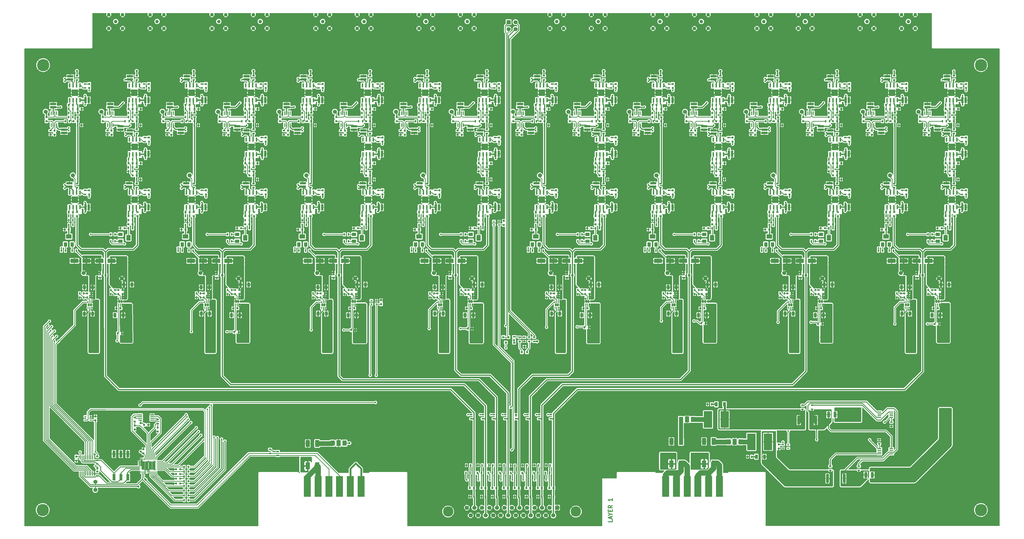
<source format=gtl>
G04 #@! TF.GenerationSoftware,KiCad,Pcbnew,(2017-12-06 revision 4e70e37f0)-master*
G04 #@! TF.CreationDate,2017-12-06T11:37:05-08:00*
G04 #@! TF.ProjectId,8CH_Amplifier,3843485F416D706C69666965722E6B69,rev?*
G04 #@! TF.SameCoordinates,Original*
G04 #@! TF.FileFunction,Copper,L1,Top,Signal*
G04 #@! TF.FilePolarity,Positive*
%FSLAX46Y46*%
G04 Gerber Fmt 4.6, Leading zero omitted, Abs format (unit mm)*
G04 Created by KiCad (PCBNEW (2017-12-06 revision 4e70e37f0)-master) date Wed Dec  6 11:37:05 2017*
%MOMM*%
%LPD*%
G01*
G04 APERTURE LIST*
%ADD10C,0.375000*%
%ADD11R,0.900000X0.500000*%
%ADD12R,0.800000X0.750000*%
%ADD13R,0.750000X0.800000*%
%ADD14R,1.500000X2.500000*%
%ADD15R,1.140000X2.030000*%
%ADD16C,4.495800*%
%ADD17C,3.810000*%
%ADD18R,1.524000X1.524000*%
%ADD19C,1.524000*%
%ADD20C,1.300000*%
%ADD21R,2.300000X0.850000*%
%ADD22R,0.500000X0.900000*%
%ADD23R,1.300000X1.600000*%
%ADD24R,2.000000X1.600000*%
%ADD25R,1.600000X1.300000*%
%ADD26R,1.600000X2.000000*%
%ADD27R,0.350000X0.650000*%
%ADD28R,0.800000X1.000000*%
%ADD29R,0.600000X1.550000*%
%ADD30R,1.175000X1.175000*%
%ADD31R,1.000000X1.600000*%
%ADD32R,0.450000X1.450000*%
%ADD33C,1.500000*%
%ADD34R,3.000000X1.600000*%
%ADD35R,0.850000X2.300000*%
%ADD36R,0.900000X0.800000*%
%ADD37R,0.750000X0.400000*%
%ADD38R,2.540000X7.620000*%
%ADD39R,1.000000X3.200000*%
%ADD40R,1.130000X2.440000*%
%ADD41R,1.287500X1.575000*%
%ADD42R,0.700000X0.250000*%
%ADD43R,0.250000X0.700000*%
%ADD44R,1.450000X0.450000*%
%ADD45R,1.500000X1.900000*%
%ADD46R,1.500000X2.200000*%
%ADD47R,3.060000X6.100000*%
%ADD48R,0.800100X0.800100*%
%ADD49R,0.830000X0.630000*%
%ADD50R,0.450000X1.500000*%
%ADD51C,0.600000*%
%ADD52C,0.800000*%
%ADD53C,0.250000*%
%ADD54C,0.300000*%
%ADD55C,0.400000*%
%ADD56C,0.200000*%
%ADD57C,2.000000*%
%ADD58C,1.500000*%
%ADD59C,0.425000*%
%ADD60C,0.152400*%
%ADD61C,0.152000*%
%ADD62C,0.650000*%
%ADD63C,0.800000*%
%ADD64C,0.500000*%
%ADD65C,1.800000*%
%ADD66C,0.600000*%
%ADD67C,0.254000*%
G04 APERTURE END LIST*
D10*
X216928571Y-247285714D02*
X216928571Y-248000000D01*
X215428571Y-248000000D01*
X216500000Y-246857142D02*
X216500000Y-246142857D01*
X216928571Y-247000000D02*
X215428571Y-246500000D01*
X216928571Y-246000000D01*
X216214285Y-245214285D02*
X216928571Y-245214285D01*
X215428571Y-245714285D02*
X216214285Y-245214285D01*
X215428571Y-244714285D01*
X216142857Y-244214285D02*
X216142857Y-243714285D01*
X216928571Y-243500000D02*
X216928571Y-244214285D01*
X215428571Y-244214285D01*
X215428571Y-243500000D01*
X216928571Y-242000000D02*
X216214285Y-242500000D01*
X216928571Y-242857142D02*
X215428571Y-242857142D01*
X215428571Y-242285714D01*
X215500000Y-242142857D01*
X215571428Y-242071428D01*
X215714285Y-242000000D01*
X215928571Y-242000000D01*
X216071428Y-242071428D01*
X216142857Y-242142857D01*
X216214285Y-242285714D01*
X216214285Y-242857142D01*
X216928571Y-239428571D02*
X216928571Y-240285714D01*
X216928571Y-239857142D02*
X215428571Y-239857142D01*
X215642857Y-240000000D01*
X215785714Y-240142857D01*
X215857142Y-240285714D01*
D11*
X90900000Y-221250000D03*
X90900000Y-222750000D03*
X93700000Y-223550000D03*
X93700000Y-222050000D03*
D12*
X56250000Y-228600000D03*
X57750000Y-228600000D03*
D13*
X26550000Y-210600000D03*
X26550000Y-209100000D03*
D12*
X56250000Y-230350000D03*
X57750000Y-230350000D03*
D13*
X278250000Y-219500000D03*
X278250000Y-221000000D03*
D12*
X56250000Y-232100000D03*
X57750000Y-232100000D03*
D13*
X177000000Y-138500000D03*
X177000000Y-137000000D03*
D12*
X56250000Y-233850000D03*
X57750000Y-233850000D03*
D13*
X131750000Y-167750000D03*
X131750000Y-166250000D03*
D12*
X249350000Y-169250000D03*
X250850000Y-169250000D03*
D14*
X108250000Y-219125000D03*
X108250000Y-227375000D03*
X104750000Y-219125000D03*
X104750000Y-227375000D03*
X242250000Y-218375000D03*
X242250000Y-226625000D03*
X238750000Y-218375000D03*
X238750000Y-226625000D03*
X254250000Y-218375000D03*
X254250000Y-226625000D03*
X250750000Y-218375000D03*
X250750000Y-226625000D03*
D15*
X298996040Y-208500000D03*
X296596040Y-208500000D03*
X312700000Y-230750000D03*
X310300000Y-230750000D03*
D16*
X7280000Y-79566000D03*
X352720000Y-79566000D03*
X7120000Y-243650000D03*
X352720000Y-243650000D03*
D17*
X156474600Y-244230000D03*
X203515400Y-244230000D03*
D18*
X196606600Y-242807600D03*
D19*
X193838000Y-242807600D03*
X191069400Y-242807600D03*
X188300800Y-242807600D03*
X185532200Y-242807600D03*
X182763600Y-242807600D03*
X179995000Y-242807600D03*
X177226400Y-242807600D03*
X174457800Y-242807600D03*
X171689200Y-242807600D03*
X168920600Y-242807600D03*
X166152000Y-242807600D03*
X163383400Y-242807600D03*
X195222300Y-245652400D03*
X192453700Y-245652400D03*
X189685100Y-245652400D03*
X186916500Y-245652400D03*
X184147900Y-245652400D03*
X181379300Y-245652400D03*
X178610700Y-245652400D03*
X175842100Y-245652400D03*
X173073500Y-245652400D03*
X170304900Y-245652400D03*
X167536300Y-245652400D03*
X164767700Y-245652400D03*
D20*
X110250000Y-63500000D03*
X107710000Y-60960000D03*
X112790000Y-60960000D03*
X112790000Y-66040000D03*
X107710000Y-66040000D03*
X72000000Y-63500000D03*
X69460000Y-60960000D03*
X74540000Y-60960000D03*
X74540000Y-66040000D03*
X69460000Y-66040000D03*
X87250000Y-63500000D03*
X84710000Y-60960000D03*
X89790000Y-60960000D03*
X89790000Y-66040000D03*
X84710000Y-66040000D03*
X125500000Y-63500000D03*
X122960000Y-60960000D03*
X128040000Y-60960000D03*
X128040000Y-66040000D03*
X122960000Y-66040000D03*
X148250000Y-63500000D03*
X145710000Y-60960000D03*
X150790000Y-60960000D03*
X150790000Y-66040000D03*
X145710000Y-66040000D03*
X163500000Y-63500000D03*
X160960000Y-60960000D03*
X166040000Y-60960000D03*
X166040000Y-66040000D03*
X160960000Y-66040000D03*
X211750000Y-63500000D03*
X209210000Y-60960000D03*
X214290000Y-60960000D03*
X214290000Y-66040000D03*
X209210000Y-66040000D03*
X234500000Y-63500000D03*
X231960000Y-60960000D03*
X237040000Y-60960000D03*
X237040000Y-66040000D03*
X231960000Y-66040000D03*
X249750000Y-63500000D03*
X247210000Y-60960000D03*
X252290000Y-60960000D03*
X252290000Y-66040000D03*
X247210000Y-66040000D03*
X272750000Y-63500000D03*
X270210000Y-60960000D03*
X275290000Y-60960000D03*
X275290000Y-66040000D03*
X270210000Y-66040000D03*
X288000000Y-63500000D03*
X285460000Y-60960000D03*
X290540000Y-60960000D03*
X290540000Y-66040000D03*
X285460000Y-66040000D03*
X310750000Y-63500000D03*
X308210000Y-60960000D03*
X313290000Y-60960000D03*
X313290000Y-66040000D03*
X308210000Y-66040000D03*
X326000000Y-63500000D03*
X323460000Y-60960000D03*
X328540000Y-60960000D03*
X328540000Y-66040000D03*
X323460000Y-66040000D03*
X196500000Y-63500000D03*
X193960000Y-60960000D03*
X199040000Y-60960000D03*
X199040000Y-66040000D03*
X193960000Y-66040000D03*
X34000000Y-63500000D03*
X31460000Y-60960000D03*
X36540000Y-60960000D03*
X36540000Y-66040000D03*
X31460000Y-66040000D03*
X49250000Y-63500000D03*
X46710000Y-60960000D03*
X51790000Y-60960000D03*
X51790000Y-66040000D03*
X46710000Y-66040000D03*
D21*
X11000000Y-95100000D03*
X11000000Y-93900000D03*
X15000000Y-104600000D03*
X15000000Y-103400000D03*
X58000000Y-103400000D03*
X58000000Y-104600000D03*
X54000000Y-93900000D03*
X54000000Y-95100000D03*
X101000000Y-103400000D03*
X101000000Y-104600000D03*
X97000000Y-93900000D03*
X97000000Y-95100000D03*
X144000000Y-103400000D03*
X144000000Y-104600000D03*
X140000000Y-93900000D03*
X140000000Y-95100000D03*
X187000000Y-103400000D03*
X187000000Y-104600000D03*
X183000000Y-93900000D03*
X183000000Y-95100000D03*
X230000000Y-103400000D03*
X230000000Y-104600000D03*
X226000000Y-93900000D03*
X226000000Y-95100000D03*
X273000000Y-103400000D03*
X273000000Y-104600000D03*
X269000000Y-93900000D03*
X269000000Y-95100000D03*
X312000000Y-93900000D03*
X312000000Y-95100000D03*
X316000000Y-103400000D03*
X316000000Y-104600000D03*
X336750000Y-102150000D03*
X336750000Y-103350000D03*
X333000000Y-93900000D03*
X333000000Y-95100000D03*
X32000000Y-93900000D03*
X32000000Y-95100000D03*
X35750000Y-103350000D03*
X35750000Y-102150000D03*
X78750000Y-103350000D03*
X78750000Y-102150000D03*
X75000000Y-93900000D03*
X75000000Y-95100000D03*
X204000000Y-93900000D03*
X204000000Y-95100000D03*
X164750000Y-103350000D03*
X164750000Y-102150000D03*
X161000000Y-93900000D03*
X161000000Y-95100000D03*
X207750000Y-103350000D03*
X207750000Y-102150000D03*
X290000000Y-93900000D03*
X290000000Y-95100000D03*
X293750000Y-103350000D03*
X293750000Y-102150000D03*
X250750000Y-103350000D03*
X250750000Y-102150000D03*
X247000000Y-95100000D03*
X247000000Y-93900000D03*
X118000000Y-93900000D03*
X118000000Y-95100000D03*
X121750000Y-103350000D03*
X121750000Y-102150000D03*
D12*
X34300000Y-169250000D03*
X35800000Y-169250000D03*
D13*
X67250000Y-86500000D03*
X67250000Y-88000000D03*
D12*
X64500000Y-95750000D03*
X63000000Y-95750000D03*
X61250000Y-133750000D03*
X59750000Y-133750000D03*
D13*
X51500000Y-100250000D03*
X51500000Y-98750000D03*
D12*
X63000000Y-100250000D03*
X61500000Y-100250000D03*
D13*
X72250000Y-98750000D03*
X72250000Y-100250000D03*
X75500000Y-103750000D03*
X75500000Y-105250000D03*
D12*
X81750000Y-95750000D03*
X83250000Y-95750000D03*
X83250000Y-118750000D03*
X81750000Y-118750000D03*
X83250000Y-138250000D03*
X81750000Y-138250000D03*
X81750000Y-135250000D03*
X83250000Y-135250000D03*
X20000000Y-100250000D03*
X18500000Y-100250000D03*
D13*
X8500000Y-100250000D03*
X8500000Y-98750000D03*
D12*
X18250000Y-133750000D03*
X16750000Y-133750000D03*
X23500000Y-163750000D03*
X25000000Y-163750000D03*
X255250000Y-138250000D03*
X253750000Y-138250000D03*
X255250000Y-118750000D03*
X253750000Y-118750000D03*
X253750000Y-95750000D03*
X255250000Y-95750000D03*
D13*
X247500000Y-103750000D03*
X247500000Y-105250000D03*
D12*
X255250000Y-100250000D03*
X256750000Y-100250000D03*
X301250000Y-115750000D03*
X299750000Y-115750000D03*
X296750000Y-135250000D03*
X298250000Y-135250000D03*
X298250000Y-138250000D03*
X296750000Y-138250000D03*
X35000000Y-162500000D03*
X36500000Y-162500000D03*
D13*
X287250000Y-98750000D03*
X287250000Y-100250000D03*
D12*
X276250000Y-133750000D03*
X274750000Y-133750000D03*
X279500000Y-95750000D03*
X278000000Y-95750000D03*
D13*
X282250000Y-86500000D03*
X282250000Y-88000000D03*
D12*
X298250000Y-118750000D03*
X296750000Y-118750000D03*
D13*
X290500000Y-103750000D03*
X290500000Y-105250000D03*
D12*
X296750000Y-95750000D03*
X298250000Y-95750000D03*
X126250000Y-138250000D03*
X124750000Y-138250000D03*
X129250000Y-115750000D03*
X127750000Y-115750000D03*
X126250000Y-100250000D03*
X127750000Y-100250000D03*
X121000000Y-162500000D03*
X122500000Y-162500000D03*
X109500000Y-163750000D03*
X111000000Y-163750000D03*
X149000000Y-100250000D03*
X147500000Y-100250000D03*
X124750000Y-135250000D03*
X126250000Y-135250000D03*
X83250000Y-100250000D03*
X84750000Y-100250000D03*
D13*
X110250000Y-86500000D03*
X110250000Y-88000000D03*
D12*
X78000000Y-162500000D03*
X79500000Y-162500000D03*
X107500000Y-95750000D03*
X106000000Y-95750000D03*
X104250000Y-133750000D03*
X102750000Y-133750000D03*
X86250000Y-115750000D03*
X84750000Y-115750000D03*
D13*
X94500000Y-100250000D03*
X94500000Y-98750000D03*
D12*
X106000000Y-100250000D03*
X104500000Y-100250000D03*
X66500000Y-163750000D03*
X68000000Y-163750000D03*
D13*
X137500000Y-100250000D03*
X137500000Y-98750000D03*
D12*
X21500000Y-95750000D03*
X20000000Y-95750000D03*
D13*
X24250000Y-86500000D03*
X24250000Y-88000000D03*
X29250000Y-98750000D03*
X29250000Y-100250000D03*
X32500000Y-103750000D03*
X32500000Y-105250000D03*
D12*
X38750000Y-95750000D03*
X40250000Y-95750000D03*
X40250000Y-118750000D03*
X38750000Y-118750000D03*
X126250000Y-118750000D03*
X124750000Y-118750000D03*
X124750000Y-95750000D03*
X126250000Y-95750000D03*
D13*
X118500000Y-103750000D03*
X118500000Y-105250000D03*
X115250000Y-98750000D03*
X115250000Y-100250000D03*
D12*
X40250000Y-138250000D03*
X38750000Y-138250000D03*
X40250000Y-100250000D03*
X41750000Y-100250000D03*
X43250000Y-115750000D03*
X41750000Y-115750000D03*
X38750000Y-135250000D03*
X40250000Y-135250000D03*
D13*
X223500000Y-100250000D03*
X223500000Y-98750000D03*
D12*
X167750000Y-135250000D03*
X169250000Y-135250000D03*
X169250000Y-138250000D03*
X167750000Y-138250000D03*
X169250000Y-118750000D03*
X167750000Y-118750000D03*
X167750000Y-95750000D03*
X169250000Y-95750000D03*
D13*
X161500000Y-103750000D03*
X161500000Y-105250000D03*
X158250000Y-98750000D03*
X158250000Y-100250000D03*
D12*
X190250000Y-133750000D03*
X188750000Y-133750000D03*
X193500000Y-95750000D03*
X192000000Y-95750000D03*
D13*
X196250000Y-86500000D03*
X196250000Y-88000000D03*
X244250000Y-98750000D03*
X244250000Y-100250000D03*
D12*
X147250000Y-133750000D03*
X145750000Y-133750000D03*
X150500000Y-95750000D03*
X149000000Y-95750000D03*
D13*
X153250000Y-86500000D03*
X153250000Y-88000000D03*
D12*
X210750000Y-135250000D03*
X212250000Y-135250000D03*
X212250000Y-138250000D03*
X210750000Y-138250000D03*
X212250000Y-118750000D03*
X210750000Y-118750000D03*
X210750000Y-95750000D03*
X212250000Y-95750000D03*
D13*
X204500000Y-103750000D03*
X204500000Y-105250000D03*
X201250000Y-98750000D03*
X201250000Y-100250000D03*
D12*
X215250000Y-115750000D03*
X213750000Y-115750000D03*
X212250000Y-100250000D03*
X213750000Y-100250000D03*
X195500000Y-163750000D03*
X197000000Y-163750000D03*
D13*
X239250000Y-86500000D03*
X239250000Y-88000000D03*
D12*
X207000000Y-162500000D03*
X208500000Y-162500000D03*
X233250000Y-133750000D03*
X231750000Y-133750000D03*
X236500000Y-95750000D03*
X235000000Y-95750000D03*
X235000000Y-100250000D03*
X233500000Y-100250000D03*
X324500000Y-163750000D03*
X326000000Y-163750000D03*
X336000000Y-162500000D03*
X337500000Y-162500000D03*
D13*
X330250000Y-98750000D03*
X330250000Y-100250000D03*
D12*
X344250000Y-115750000D03*
X342750000Y-115750000D03*
X339750000Y-135250000D03*
X341250000Y-135250000D03*
X341250000Y-138250000D03*
X339750000Y-138250000D03*
X341250000Y-118750000D03*
X339750000Y-118750000D03*
X339750000Y-95750000D03*
X341250000Y-95750000D03*
D13*
X333500000Y-103750000D03*
X333500000Y-105250000D03*
D12*
X341250000Y-100250000D03*
X342750000Y-100250000D03*
D13*
X266500000Y-100250000D03*
X266500000Y-98750000D03*
D12*
X278000000Y-100250000D03*
X276500000Y-100250000D03*
X238500000Y-163750000D03*
X240000000Y-163750000D03*
X250000000Y-162500000D03*
X251500000Y-162500000D03*
X298250000Y-100250000D03*
X299750000Y-100250000D03*
X172250000Y-115750000D03*
X170750000Y-115750000D03*
X169250000Y-100250000D03*
X170750000Y-100250000D03*
X164000000Y-162500000D03*
X165500000Y-162500000D03*
X152500000Y-163750000D03*
X154000000Y-163750000D03*
X192000000Y-100250000D03*
X190500000Y-100250000D03*
X258250000Y-115750000D03*
X256750000Y-115750000D03*
D13*
X180500000Y-100250000D03*
X180500000Y-98750000D03*
D12*
X319250000Y-133750000D03*
X317750000Y-133750000D03*
X293000000Y-162500000D03*
X294500000Y-162500000D03*
X281500000Y-163750000D03*
X283000000Y-163750000D03*
X321000000Y-100250000D03*
X319500000Y-100250000D03*
D13*
X309500000Y-100250000D03*
X309500000Y-98750000D03*
D12*
X253750000Y-135250000D03*
X255250000Y-135250000D03*
X322500000Y-95750000D03*
X321000000Y-95750000D03*
D13*
X325250000Y-86500000D03*
X325250000Y-88000000D03*
D12*
X274750000Y-94250000D03*
X276250000Y-94250000D03*
D13*
X282250000Y-125750000D03*
X282250000Y-127250000D03*
D12*
X293750000Y-139750000D03*
X295250000Y-139750000D03*
X298250000Y-120250000D03*
X299750000Y-120250000D03*
X273250000Y-140250000D03*
X274750000Y-140250000D03*
D13*
X269500000Y-105250000D03*
X269500000Y-103750000D03*
D12*
X58250000Y-140250000D03*
X59750000Y-140250000D03*
X59750000Y-94250000D03*
X61250000Y-94250000D03*
D13*
X304250000Y-127250000D03*
X304250000Y-125750000D03*
X347250000Y-107750000D03*
X347250000Y-106250000D03*
D12*
X258250000Y-95750000D03*
X256750000Y-95750000D03*
D13*
X261250000Y-88000000D03*
X261250000Y-86500000D03*
D12*
X253750000Y-115750000D03*
X255250000Y-115750000D03*
D13*
X261250000Y-107750000D03*
X261250000Y-106250000D03*
D12*
X301250000Y-95750000D03*
X299750000Y-95750000D03*
D13*
X89250000Y-127250000D03*
X89250000Y-125750000D03*
D12*
X250750000Y-139750000D03*
X252250000Y-139750000D03*
D13*
X132250000Y-127250000D03*
X132250000Y-125750000D03*
X239250000Y-125750000D03*
X239250000Y-127250000D03*
D12*
X255250000Y-120250000D03*
X256750000Y-120250000D03*
D13*
X304250000Y-88000000D03*
X304250000Y-86500000D03*
D12*
X296750000Y-115750000D03*
X298250000Y-115750000D03*
D13*
X304250000Y-107750000D03*
X304250000Y-106250000D03*
X261250000Y-127250000D03*
X261250000Y-125750000D03*
X110250000Y-125750000D03*
X110250000Y-127250000D03*
D12*
X102750000Y-94250000D03*
X104250000Y-94250000D03*
D13*
X97500000Y-105250000D03*
X97500000Y-103750000D03*
D12*
X101250000Y-140250000D03*
X102750000Y-140250000D03*
X341250000Y-120250000D03*
X342750000Y-120250000D03*
X77350000Y-169250000D03*
X78850000Y-169250000D03*
X86250000Y-95750000D03*
X84750000Y-95750000D03*
X83250000Y-120250000D03*
X84750000Y-120250000D03*
X121750000Y-139750000D03*
X123250000Y-139750000D03*
D13*
X89250000Y-88000000D03*
X89250000Y-86500000D03*
D12*
X81750000Y-115750000D03*
X83250000Y-115750000D03*
D13*
X89250000Y-107750000D03*
X89250000Y-106250000D03*
X67250000Y-125750000D03*
X67250000Y-127250000D03*
D12*
X78750000Y-139750000D03*
X80250000Y-139750000D03*
D13*
X54500000Y-105250000D03*
X54500000Y-103750000D03*
X153250000Y-125750000D03*
X153250000Y-127250000D03*
D12*
X145750000Y-94250000D03*
X147250000Y-94250000D03*
D13*
X140500000Y-105250000D03*
X140500000Y-103750000D03*
D12*
X144250000Y-140250000D03*
X145750000Y-140250000D03*
X120350000Y-169250000D03*
X121850000Y-169250000D03*
D13*
X226500000Y-105250000D03*
X226500000Y-103750000D03*
D12*
X129250000Y-95750000D03*
X127750000Y-95750000D03*
D13*
X132250000Y-88000000D03*
X132250000Y-86500000D03*
D12*
X124750000Y-115750000D03*
X126250000Y-115750000D03*
D13*
X132250000Y-107750000D03*
X132250000Y-106250000D03*
D12*
X126250000Y-120250000D03*
X127750000Y-120250000D03*
X163350000Y-169250000D03*
X164850000Y-169250000D03*
X187250000Y-140250000D03*
X188750000Y-140250000D03*
D13*
X183500000Y-105250000D03*
X183500000Y-103750000D03*
D12*
X188750000Y-94250000D03*
X190250000Y-94250000D03*
D13*
X196250000Y-125750000D03*
X196250000Y-127250000D03*
D12*
X231750000Y-94250000D03*
X233250000Y-94250000D03*
X215250000Y-95750000D03*
X213750000Y-95750000D03*
X207750000Y-139750000D03*
X209250000Y-139750000D03*
D13*
X218250000Y-127250000D03*
X218250000Y-125750000D03*
D12*
X206350000Y-169250000D03*
X207850000Y-169250000D03*
X212250000Y-120250000D03*
X213750000Y-120250000D03*
D13*
X218250000Y-107750000D03*
X218250000Y-106250000D03*
D12*
X210750000Y-115750000D03*
X212250000Y-115750000D03*
D13*
X218250000Y-88000000D03*
X218250000Y-86500000D03*
D12*
X230250000Y-140250000D03*
X231750000Y-140250000D03*
X292350000Y-169250000D03*
X293850000Y-169250000D03*
D13*
X312500000Y-105250000D03*
X312500000Y-103750000D03*
D12*
X316250000Y-140250000D03*
X317750000Y-140250000D03*
X335350000Y-169250000D03*
X336850000Y-169250000D03*
D13*
X347250000Y-127250000D03*
X347250000Y-125750000D03*
D12*
X344250000Y-95750000D03*
X342750000Y-95750000D03*
D13*
X347250000Y-88000000D03*
X347250000Y-86500000D03*
D12*
X339750000Y-115750000D03*
X341250000Y-115750000D03*
X172250000Y-95750000D03*
X170750000Y-95750000D03*
D13*
X175250000Y-88000000D03*
X175250000Y-86500000D03*
X175250000Y-107750000D03*
X175250000Y-106250000D03*
D12*
X169250000Y-120250000D03*
X170750000Y-120250000D03*
D13*
X175250000Y-127250000D03*
X175250000Y-125750000D03*
D12*
X164750000Y-139750000D03*
X166250000Y-139750000D03*
X317750000Y-94250000D03*
X319250000Y-94250000D03*
D13*
X325250000Y-125750000D03*
X325250000Y-127250000D03*
D12*
X336750000Y-139750000D03*
X338250000Y-139750000D03*
X167750000Y-115750000D03*
X169250000Y-115750000D03*
D13*
X24250000Y-125750000D03*
X24250000Y-127250000D03*
D12*
X46000000Y-212250000D03*
X44500000Y-212250000D03*
D13*
X41000000Y-214000000D03*
X41000000Y-212500000D03*
X49500000Y-214750000D03*
X49500000Y-213250000D03*
X46250000Y-107750000D03*
X46250000Y-106250000D03*
D12*
X43250000Y-95750000D03*
X41750000Y-95750000D03*
X38750000Y-115750000D03*
X40250000Y-115750000D03*
D13*
X46250000Y-88000000D03*
X46250000Y-86500000D03*
X11500000Y-105250000D03*
X11500000Y-103750000D03*
D12*
X16750000Y-94250000D03*
X18250000Y-94250000D03*
X164500000Y-235550000D03*
X166000000Y-235550000D03*
X40250000Y-120250000D03*
X41750000Y-120250000D03*
X35750000Y-139750000D03*
X37250000Y-139750000D03*
D13*
X46250000Y-127250000D03*
X46250000Y-125750000D03*
D12*
X15250000Y-140250000D03*
X16750000Y-140250000D03*
X168750000Y-235550000D03*
X170250000Y-235550000D03*
X172750000Y-235550000D03*
X174250000Y-235550000D03*
X177000000Y-235550000D03*
X178500000Y-235550000D03*
X181000000Y-235550000D03*
X182500000Y-235550000D03*
X185250000Y-235550000D03*
X186750000Y-235550000D03*
X189500000Y-235550000D03*
X191000000Y-235550000D03*
X193750000Y-235550000D03*
X195250000Y-235550000D03*
D13*
X44250000Y-221250000D03*
X44250000Y-222750000D03*
X19500000Y-225450000D03*
X19500000Y-223950000D03*
D11*
X151750000Y-88000000D03*
X151750000Y-86500000D03*
D22*
X125000000Y-100250000D03*
X123500000Y-100250000D03*
D11*
X127750000Y-98750000D03*
X127750000Y-97250000D03*
X127750000Y-118750000D03*
X127750000Y-117250000D03*
D22*
X122500000Y-163999999D03*
X121000000Y-163999999D03*
X147250000Y-98750000D03*
X145750000Y-98750000D03*
X168000000Y-100250000D03*
X166500000Y-100250000D03*
X119750000Y-164000000D03*
X118250000Y-164000000D03*
X111000000Y-165250000D03*
X109500000Y-165250000D03*
X108250000Y-163750000D03*
X106750000Y-163750000D03*
X108250000Y-165250000D03*
X106750000Y-165250000D03*
X119750000Y-162500000D03*
X118250000Y-162500000D03*
D11*
X84750000Y-98750000D03*
X84750000Y-97250000D03*
X84750000Y-118750000D03*
X84750000Y-117250000D03*
X170750000Y-98750000D03*
X170750000Y-97250000D03*
X170750000Y-118750000D03*
X170750000Y-117250000D03*
D22*
X165500000Y-163999999D03*
X164000000Y-163999999D03*
X162750000Y-162500000D03*
X161250000Y-162500000D03*
X162750000Y-164000000D03*
X161250000Y-164000000D03*
X151250000Y-163750000D03*
X149750000Y-163750000D03*
X151250000Y-165250000D03*
X149750000Y-165250000D03*
D11*
X148750000Y-124750000D03*
X148750000Y-123250000D03*
D22*
X154000000Y-165250000D03*
X152500000Y-165250000D03*
X18250000Y-98750000D03*
X16750000Y-98750000D03*
D11*
X22750000Y-88000000D03*
X22750000Y-86500000D03*
X19750000Y-124750000D03*
X19750000Y-123250000D03*
D22*
X39000000Y-100250000D03*
X37500000Y-100250000D03*
X22250000Y-165250000D03*
X20750000Y-165250000D03*
D11*
X41750000Y-118750000D03*
X41750000Y-117250000D03*
D22*
X36500000Y-163999999D03*
X35000000Y-163999999D03*
X33750000Y-162500000D03*
X32250000Y-162500000D03*
X33750000Y-164000000D03*
X32250000Y-164000000D03*
X25000000Y-165250000D03*
X23500000Y-165250000D03*
X22250000Y-163750000D03*
X20750000Y-163750000D03*
D11*
X41750000Y-98750000D03*
X41750000Y-97250000D03*
X237750000Y-88000000D03*
X237750000Y-86500000D03*
X191750000Y-124750000D03*
X191750000Y-123250000D03*
X194750000Y-88000000D03*
X194750000Y-86500000D03*
D22*
X190250000Y-98750000D03*
X188750000Y-98750000D03*
X194250000Y-165250000D03*
X192750000Y-165250000D03*
X194250000Y-163750000D03*
X192750000Y-163750000D03*
X197000000Y-165250000D03*
X195500000Y-165250000D03*
X205750000Y-164000000D03*
X204250000Y-164000000D03*
X205750000Y-162500000D03*
X204250000Y-162500000D03*
X208500000Y-164000000D03*
X207000000Y-164000000D03*
X233250000Y-98750000D03*
X231750000Y-98750000D03*
D11*
X213750000Y-118750000D03*
X213750000Y-117250000D03*
X213750000Y-98750000D03*
X213750000Y-97250000D03*
D22*
X211000000Y-100250000D03*
X209500000Y-100250000D03*
X334750000Y-162500000D03*
X333250000Y-162500000D03*
X326000000Y-165250000D03*
X324500000Y-165250000D03*
X323250000Y-163750000D03*
X321750000Y-163750000D03*
X323250000Y-165250000D03*
X321750000Y-165250000D03*
X276250000Y-98750000D03*
X274750000Y-98750000D03*
X237250000Y-165250000D03*
X235750000Y-165250000D03*
D11*
X280750000Y-88000000D03*
X280750000Y-86500000D03*
D22*
X337500000Y-163999999D03*
X336000000Y-163999999D03*
X334750000Y-164000000D03*
X333250000Y-164000000D03*
D11*
X342750000Y-98750000D03*
X342750000Y-97250000D03*
X342750000Y-118750000D03*
X342750000Y-117250000D03*
X299750000Y-98750000D03*
X299750000Y-97250000D03*
D22*
X297000000Y-100250000D03*
X295500000Y-100250000D03*
D11*
X277750000Y-124750000D03*
X277750000Y-123250000D03*
D22*
X254000000Y-100250000D03*
X252500000Y-100250000D03*
D11*
X256750000Y-118750000D03*
X256750000Y-117250000D03*
D22*
X251500000Y-163999999D03*
X250000000Y-163999999D03*
X248750000Y-162500000D03*
X247250000Y-162500000D03*
X248750000Y-164000000D03*
X247250000Y-164000000D03*
X240000000Y-165250000D03*
X238500000Y-165250000D03*
X237250000Y-163750000D03*
X235750000Y-163750000D03*
D11*
X256750000Y-98750000D03*
X256750000Y-97250000D03*
D22*
X79500000Y-163999999D03*
X78000000Y-163999999D03*
X76750000Y-162500000D03*
X75250000Y-162500000D03*
X76750000Y-164000000D03*
X75250000Y-164000000D03*
X68000000Y-165250000D03*
X66500000Y-165250000D03*
X65250000Y-165250000D03*
X63750000Y-165250000D03*
D11*
X323750000Y-88000000D03*
X323750000Y-86500000D03*
D22*
X65250000Y-163750000D03*
X63750000Y-163750000D03*
X82000000Y-100250000D03*
X80500000Y-100250000D03*
D11*
X65750000Y-88000000D03*
X65750000Y-86500000D03*
X62750000Y-124750000D03*
X62750000Y-123250000D03*
X234750000Y-124750000D03*
X234750000Y-123250000D03*
X108750000Y-88000000D03*
X108750000Y-86500000D03*
X105750000Y-124750000D03*
X105750000Y-123250000D03*
D22*
X104250000Y-98750000D03*
X102750000Y-98750000D03*
X294500000Y-163999999D03*
X293000000Y-163999999D03*
X291750000Y-162500000D03*
X290250000Y-162500000D03*
X291750000Y-164000000D03*
X290250000Y-164000000D03*
X283000000Y-165250000D03*
X281500000Y-165250000D03*
X280250000Y-165250000D03*
X278750000Y-165250000D03*
X319250000Y-98750000D03*
X317750000Y-98750000D03*
X61250000Y-98750000D03*
X59750000Y-98750000D03*
D11*
X320750000Y-124750000D03*
X320750000Y-123250000D03*
X299750000Y-118750000D03*
X299750000Y-117250000D03*
D22*
X280250000Y-163750000D03*
X278750000Y-163750000D03*
X340000000Y-100250000D03*
X338500000Y-100250000D03*
X172250000Y-101750000D03*
X170750000Y-101750000D03*
X167750000Y-97250000D03*
X169250000Y-97250000D03*
X169250000Y-94250000D03*
X167750000Y-94250000D03*
D11*
X173500000Y-86500000D03*
X173500000Y-88000000D03*
X173750000Y-106250000D03*
X173750000Y-107750000D03*
D22*
X169250000Y-114250000D03*
X167750000Y-114250000D03*
X190250000Y-95750000D03*
X188750000Y-95750000D03*
X212250000Y-94250000D03*
X210750000Y-94250000D03*
X210750000Y-97250000D03*
X212250000Y-97250000D03*
X215250000Y-101750000D03*
X213750000Y-101750000D03*
X163750000Y-176750000D03*
X165250000Y-176750000D03*
D11*
X216500000Y-86500000D03*
X216500000Y-88000000D03*
D22*
X61250000Y-138500000D03*
X59750000Y-138500000D03*
D11*
X128000000Y-135250000D03*
X128000000Y-133750000D03*
D22*
X193500000Y-101750000D03*
X192000000Y-101750000D03*
D11*
X192000000Y-98750000D03*
X192000000Y-97250000D03*
D22*
X188750000Y-97250000D03*
X190250000Y-97250000D03*
D11*
X194750000Y-127250000D03*
X194750000Y-125750000D03*
D22*
X190250000Y-135250000D03*
X188750000Y-135250000D03*
X190250000Y-138500000D03*
X188750000Y-138500000D03*
D11*
X191750000Y-135250000D03*
X191750000Y-133750000D03*
X182000000Y-103750000D03*
X182000000Y-105250000D03*
D22*
X191500000Y-148000000D03*
X190000000Y-148000000D03*
X186000000Y-148000000D03*
X187500000Y-148000000D03*
X190250000Y-136750000D03*
X188750000Y-136750000D03*
X189000000Y-100250000D03*
X187500000Y-100250000D03*
X212250000Y-114250000D03*
X210750000Y-114250000D03*
D11*
X127750000Y-104750000D03*
X127750000Y-103250000D03*
D22*
X126250000Y-114250000D03*
X124750000Y-114250000D03*
D11*
X130750000Y-106250000D03*
X130750000Y-107750000D03*
D22*
X129250000Y-101750000D03*
X127750000Y-101750000D03*
X124750000Y-97250000D03*
X126250000Y-97250000D03*
X126250000Y-94250000D03*
X124750000Y-94250000D03*
D11*
X130500000Y-86500000D03*
X130500000Y-88000000D03*
D22*
X126250000Y-117250000D03*
X124750000Y-117250000D03*
X118250000Y-144500000D03*
X119750000Y-144500000D03*
D11*
X105750000Y-85000000D03*
X105750000Y-83500000D03*
D22*
X231750000Y-97250000D03*
X233250000Y-97250000D03*
D11*
X216750000Y-106250000D03*
X216750000Y-107750000D03*
X203000000Y-103750000D03*
X203000000Y-105250000D03*
X213750000Y-104750000D03*
X213750000Y-103250000D03*
D22*
X212250000Y-117250000D03*
X210750000Y-117250000D03*
X212250000Y-98750000D03*
X210750000Y-98750000D03*
X215250000Y-121750000D03*
X213750000Y-121750000D03*
D11*
X213750000Y-124750000D03*
X213750000Y-123250000D03*
X216750000Y-127250000D03*
X216750000Y-125750000D03*
D22*
X212250000Y-133750000D03*
X210750000Y-133750000D03*
X210750000Y-136750000D03*
X212250000Y-136750000D03*
X210750000Y-139750000D03*
X212250000Y-139750000D03*
D11*
X214000000Y-135250000D03*
X214000000Y-133750000D03*
D22*
X204250000Y-142000000D03*
X205750000Y-142000000D03*
X204250000Y-144500000D03*
X205750000Y-144500000D03*
D11*
X191750000Y-85000000D03*
X191750000Y-83500000D03*
X170750000Y-104750000D03*
X170750000Y-103250000D03*
D22*
X75250000Y-144500000D03*
X76750000Y-144500000D03*
X75250000Y-142000000D03*
X76750000Y-142000000D03*
D11*
X108750000Y-127250000D03*
X108750000Y-125750000D03*
D22*
X100000000Y-148000000D03*
X101500000Y-148000000D03*
X105500000Y-148000000D03*
X104000000Y-148000000D03*
D11*
X96000000Y-103750000D03*
X96000000Y-105250000D03*
X105750000Y-135250000D03*
X105750000Y-133750000D03*
D22*
X104250000Y-138500000D03*
X102750000Y-138500000D03*
X103000000Y-100250000D03*
X101500000Y-100250000D03*
X104250000Y-135250000D03*
X102750000Y-135250000D03*
X118250000Y-142000000D03*
X119750000Y-142000000D03*
D11*
X87500000Y-86500000D03*
X87500000Y-88000000D03*
D22*
X83250000Y-94250000D03*
X81750000Y-94250000D03*
X81750000Y-97250000D03*
X83250000Y-97250000D03*
X104250000Y-136750000D03*
X102750000Y-136750000D03*
X104250000Y-95750000D03*
X102750000Y-95750000D03*
X107500000Y-101750000D03*
X106000000Y-101750000D03*
D11*
X106000000Y-98750000D03*
X106000000Y-97250000D03*
D22*
X102750000Y-97250000D03*
X104250000Y-97250000D03*
X86250000Y-101750000D03*
X84750000Y-101750000D03*
X120750000Y-177250000D03*
X122250000Y-177250000D03*
X81750000Y-139750000D03*
X83250000Y-139750000D03*
X81750000Y-136750000D03*
X83250000Y-136750000D03*
X83250000Y-117250000D03*
X81750000Y-117250000D03*
D11*
X74000000Y-103750000D03*
X74000000Y-105250000D03*
D22*
X83250000Y-133750000D03*
X81750000Y-133750000D03*
D11*
X87750000Y-127250000D03*
X87750000Y-125750000D03*
X84750000Y-124750000D03*
X84750000Y-123250000D03*
D22*
X86250000Y-121750000D03*
X84750000Y-121750000D03*
X83250000Y-98750000D03*
X81750000Y-98750000D03*
D11*
X84750000Y-104750000D03*
X84750000Y-103250000D03*
D22*
X83250000Y-114250000D03*
X81750000Y-114250000D03*
D11*
X62750000Y-85000000D03*
X62750000Y-83500000D03*
X85000000Y-135250000D03*
X85000000Y-133750000D03*
D22*
X61250000Y-95750000D03*
X59750000Y-95750000D03*
X60000000Y-100250000D03*
X58500000Y-100250000D03*
X64500000Y-101750000D03*
X63000000Y-101750000D03*
D11*
X63000000Y-98750000D03*
X63000000Y-97250000D03*
D22*
X59750000Y-97250000D03*
X61250000Y-97250000D03*
X61250000Y-136750000D03*
X59750000Y-136750000D03*
D11*
X65750000Y-127250000D03*
X65750000Y-125750000D03*
D22*
X61250000Y-135250000D03*
X59750000Y-135250000D03*
D11*
X62750000Y-135250000D03*
X62750000Y-133750000D03*
X53000000Y-103750000D03*
X53000000Y-105250000D03*
D22*
X62500000Y-148000000D03*
X61000000Y-148000000D03*
X57000000Y-148000000D03*
X58500000Y-148000000D03*
D11*
X87750000Y-106250000D03*
X87750000Y-107750000D03*
D22*
X77750000Y-178000000D03*
X79250000Y-178000000D03*
X229000000Y-148000000D03*
X230500000Y-148000000D03*
X234500000Y-148000000D03*
X233000000Y-148000000D03*
D11*
X225000000Y-103750000D03*
X225000000Y-105250000D03*
D22*
X335750000Y-175000000D03*
X337250000Y-175000000D03*
X255250000Y-94250000D03*
X253750000Y-94250000D03*
D11*
X256750000Y-124750000D03*
X256750000Y-123250000D03*
D22*
X258250000Y-121750000D03*
X256750000Y-121750000D03*
D11*
X259500000Y-86500000D03*
X259500000Y-88000000D03*
X259750000Y-127250000D03*
X259750000Y-125750000D03*
D22*
X255250000Y-98750000D03*
X253750000Y-98750000D03*
X253750000Y-97250000D03*
X255250000Y-97250000D03*
X258250000Y-101750000D03*
X256750000Y-101750000D03*
D11*
X259750000Y-106250000D03*
X259750000Y-107750000D03*
D22*
X255250000Y-114250000D03*
X253750000Y-114250000D03*
D11*
X256750000Y-104750000D03*
X256750000Y-103250000D03*
D22*
X255250000Y-117250000D03*
X253750000Y-117250000D03*
X341250000Y-94250000D03*
X339750000Y-94250000D03*
X341250000Y-133750000D03*
X339750000Y-133750000D03*
D11*
X345500000Y-86500000D03*
X345500000Y-88000000D03*
D22*
X233250000Y-138500000D03*
X231750000Y-138500000D03*
X339750000Y-97250000D03*
X341250000Y-97250000D03*
D11*
X345750000Y-127250000D03*
X345750000Y-125750000D03*
X345750000Y-106250000D03*
X345750000Y-107750000D03*
D22*
X341250000Y-114250000D03*
X339750000Y-114250000D03*
D11*
X342750000Y-104750000D03*
X342750000Y-103250000D03*
D22*
X341250000Y-117250000D03*
X339750000Y-117250000D03*
X341250000Y-98750000D03*
X339750000Y-98750000D03*
X344250000Y-121750000D03*
X342750000Y-121750000D03*
D11*
X342750000Y-124750000D03*
X342750000Y-123250000D03*
D22*
X344250000Y-101750000D03*
X342750000Y-101750000D03*
X276250000Y-136750000D03*
X274750000Y-136750000D03*
X274750000Y-97250000D03*
X276250000Y-97250000D03*
D11*
X278000000Y-98750000D03*
X278000000Y-97250000D03*
D22*
X279500000Y-101750000D03*
X278000000Y-101750000D03*
D11*
X289000000Y-103750000D03*
X289000000Y-105250000D03*
D22*
X296750000Y-139750000D03*
X298250000Y-139750000D03*
D11*
X300000000Y-135250000D03*
X300000000Y-133750000D03*
D22*
X276250000Y-95750000D03*
X274750000Y-95750000D03*
X290250000Y-142000000D03*
X291750000Y-142000000D03*
X277500000Y-148000000D03*
X276000000Y-148000000D03*
X276250000Y-138500000D03*
X274750000Y-138500000D03*
X272000000Y-148000000D03*
X273500000Y-148000000D03*
X275000000Y-100250000D03*
X273500000Y-100250000D03*
D11*
X268000000Y-103750000D03*
X268000000Y-105250000D03*
X277750000Y-135250000D03*
X277750000Y-133750000D03*
D22*
X290250000Y-144500000D03*
X291750000Y-144500000D03*
D11*
X280750000Y-127250000D03*
X280750000Y-125750000D03*
X277750000Y-85000000D03*
X277750000Y-83500000D03*
D22*
X276250000Y-135250000D03*
X274750000Y-135250000D03*
X249750000Y-174750000D03*
X251250000Y-174750000D03*
D11*
X234750000Y-135250000D03*
X234750000Y-133750000D03*
D22*
X232000000Y-100250000D03*
X230500000Y-100250000D03*
X233250000Y-135250000D03*
X231750000Y-135250000D03*
D11*
X237750000Y-127250000D03*
X237750000Y-125750000D03*
D22*
X233250000Y-136750000D03*
X231750000Y-136750000D03*
D11*
X235000000Y-98750000D03*
X235000000Y-97250000D03*
D22*
X236500000Y-101750000D03*
X235000000Y-101750000D03*
X255250000Y-133750000D03*
X253750000Y-133750000D03*
D11*
X246000000Y-103750000D03*
X246000000Y-105250000D03*
D22*
X253750000Y-136750000D03*
X255250000Y-136750000D03*
X253750000Y-139750000D03*
X255250000Y-139750000D03*
D11*
X257000000Y-135250000D03*
X257000000Y-133750000D03*
D22*
X247250000Y-142000000D03*
X248750000Y-142000000D03*
X247250000Y-144500000D03*
X248750000Y-144500000D03*
D11*
X234750000Y-85000000D03*
X234750000Y-83500000D03*
D22*
X296750000Y-136750000D03*
X298250000Y-136750000D03*
X233250000Y-95750000D03*
X231750000Y-95750000D03*
X143000000Y-148000000D03*
X144500000Y-148000000D03*
X148500000Y-148000000D03*
X147000000Y-148000000D03*
D11*
X139000000Y-103750000D03*
X139000000Y-105250000D03*
X148750000Y-135250000D03*
X148750000Y-133750000D03*
D22*
X147250000Y-138500000D03*
X145750000Y-138500000D03*
X146000000Y-100250000D03*
X144500000Y-100250000D03*
X147250000Y-135250000D03*
X145750000Y-135250000D03*
X147250000Y-136750000D03*
X145750000Y-136750000D03*
X145750000Y-97250000D03*
X147250000Y-97250000D03*
D11*
X149000000Y-98750000D03*
X149000000Y-97250000D03*
D22*
X150500000Y-101750000D03*
X149000000Y-101750000D03*
X322500000Y-101750000D03*
X321000000Y-101750000D03*
D11*
X321000000Y-98750000D03*
X321000000Y-97250000D03*
D22*
X317750000Y-97250000D03*
X319250000Y-97250000D03*
X319250000Y-136750000D03*
X317750000Y-136750000D03*
D11*
X323750000Y-127250000D03*
X323750000Y-125750000D03*
D22*
X319250000Y-135250000D03*
X317750000Y-135250000D03*
X319250000Y-138500000D03*
X317750000Y-138500000D03*
D11*
X320750000Y-135250000D03*
X320750000Y-133750000D03*
X311000000Y-103750000D03*
X311000000Y-105250000D03*
D22*
X320500000Y-148000000D03*
X319000000Y-148000000D03*
X315000000Y-148000000D03*
X316500000Y-148000000D03*
X319250000Y-95750000D03*
X317750000Y-95750000D03*
X147250000Y-95750000D03*
X145750000Y-95750000D03*
X318000000Y-100250000D03*
X316500000Y-100250000D03*
X124750000Y-136750000D03*
X126250000Y-136750000D03*
D11*
X117000000Y-103750000D03*
X117000000Y-105250000D03*
D22*
X126250000Y-133750000D03*
X124750000Y-133750000D03*
D11*
X130750000Y-127250000D03*
X130750000Y-125750000D03*
X127750000Y-124750000D03*
X127750000Y-123250000D03*
D22*
X129250000Y-121750000D03*
X127750000Y-121750000D03*
X126250000Y-98750000D03*
X124750000Y-98750000D03*
X167750000Y-139750000D03*
X169250000Y-139750000D03*
D11*
X148750000Y-85000000D03*
X148750000Y-83500000D03*
X151750000Y-127250000D03*
X151750000Y-125750000D03*
D22*
X169250000Y-117250000D03*
X167750000Y-117250000D03*
X169250000Y-98750000D03*
X167750000Y-98750000D03*
X172250000Y-121750000D03*
X170750000Y-121750000D03*
D11*
X170750000Y-124750000D03*
X170750000Y-123250000D03*
D22*
X169250000Y-133750000D03*
X167750000Y-133750000D03*
D11*
X160000000Y-103750000D03*
X160000000Y-105250000D03*
D22*
X167750000Y-136750000D03*
X169250000Y-136750000D03*
D11*
X171000000Y-135250000D03*
X171000000Y-133750000D03*
D22*
X161250000Y-142000000D03*
X162750000Y-142000000D03*
X161250000Y-144500000D03*
X162750000Y-144500000D03*
D11*
X173750000Y-127250000D03*
X173750000Y-125750000D03*
X332000000Y-103750000D03*
X332000000Y-105250000D03*
X302500000Y-86500000D03*
X302500000Y-88000000D03*
D22*
X292750000Y-175000000D03*
X294250000Y-175000000D03*
X124750000Y-139750000D03*
X126250000Y-139750000D03*
X339750000Y-139750000D03*
X341250000Y-139750000D03*
D11*
X343000000Y-135250000D03*
X343000000Y-133750000D03*
D22*
X333250000Y-142000000D03*
X334750000Y-142000000D03*
X333250000Y-144500000D03*
X334750000Y-144500000D03*
X206750000Y-176250000D03*
X208250000Y-176250000D03*
X339750000Y-136750000D03*
X341250000Y-136750000D03*
D11*
X320750000Y-85000000D03*
X320750000Y-83500000D03*
D22*
X301250000Y-101750000D03*
X299750000Y-101750000D03*
D11*
X302750000Y-106250000D03*
X302750000Y-107750000D03*
D22*
X298250000Y-114250000D03*
X296750000Y-114250000D03*
D11*
X299750000Y-104750000D03*
X299750000Y-103250000D03*
D22*
X298250000Y-117250000D03*
X296750000Y-117250000D03*
X298250000Y-98750000D03*
X296750000Y-98750000D03*
X301250000Y-121750000D03*
X299750000Y-121750000D03*
D11*
X299750000Y-124750000D03*
X299750000Y-123250000D03*
X302750000Y-127250000D03*
X302750000Y-125750000D03*
D22*
X298250000Y-133750000D03*
X296750000Y-133750000D03*
X296750000Y-97250000D03*
X298250000Y-97250000D03*
X298250000Y-94250000D03*
X296750000Y-94250000D03*
X182500000Y-238750000D03*
X181000000Y-238750000D03*
X186750000Y-238750000D03*
X185250000Y-238750000D03*
D11*
X213750000Y-85000000D03*
X213750000Y-83500000D03*
X84750000Y-85000000D03*
X84750000Y-83500000D03*
D22*
X178500000Y-238750000D03*
X177000000Y-238750000D03*
D11*
X41750000Y-85000000D03*
X41750000Y-83500000D03*
D22*
X170250000Y-238750000D03*
X168750000Y-238750000D03*
X174250000Y-238750000D03*
X172750000Y-238750000D03*
X166000000Y-238750000D03*
X164500000Y-238750000D03*
D11*
X256750000Y-85000000D03*
X256750000Y-83500000D03*
X342750000Y-85000000D03*
X342750000Y-83500000D03*
D22*
X191000000Y-238750000D03*
X189500000Y-238750000D03*
D11*
X127750000Y-85000000D03*
X127750000Y-83500000D03*
X170750000Y-85000000D03*
X170750000Y-83500000D03*
D22*
X195250000Y-238750000D03*
X193750000Y-238750000D03*
D11*
X299750000Y-85000000D03*
X299750000Y-83500000D03*
X10000000Y-103750000D03*
X10000000Y-105250000D03*
X186330000Y-179958480D03*
X186330000Y-181458480D03*
X182830000Y-181458480D03*
X182830000Y-179958480D03*
X184530000Y-179958480D03*
X184530000Y-181458480D03*
X188130000Y-179958480D03*
X188130000Y-181458480D03*
D22*
X17000000Y-100250000D03*
X15500000Y-100250000D03*
D11*
X22750000Y-127250000D03*
X22750000Y-125750000D03*
X41000000Y-209500000D03*
X41000000Y-211000000D03*
X290500000Y-205000000D03*
X290500000Y-206500000D03*
X297250000Y-227500000D03*
X297250000Y-229000000D03*
D22*
X252010004Y-204663477D03*
X253510004Y-204663477D03*
D11*
X307750000Y-227500000D03*
X307750000Y-229000000D03*
X319750000Y-212750000D03*
X319750000Y-211250000D03*
X315250000Y-217750000D03*
X315250000Y-219250000D03*
D22*
X60750000Y-240000000D03*
X59250000Y-240000000D03*
X60750000Y-238250000D03*
X59250000Y-238250000D03*
X60750000Y-236500000D03*
X59250000Y-236500000D03*
X266750000Y-224000000D03*
X268250000Y-224000000D03*
D11*
X287000000Y-205000000D03*
X287000000Y-206500000D03*
X49500000Y-210250000D03*
X49500000Y-211750000D03*
X165000000Y-210000000D03*
X165000000Y-208500000D03*
X169250000Y-210000000D03*
X169250000Y-208500000D03*
X173250000Y-210000000D03*
X173250000Y-208500000D03*
X177500000Y-210000000D03*
X177500000Y-208500000D03*
X181500000Y-210000000D03*
X181500000Y-208500000D03*
X185750000Y-210000000D03*
X185750000Y-208500000D03*
D22*
X59250000Y-229500000D03*
X60750000Y-229500000D03*
X59250000Y-231250000D03*
X60750000Y-231250000D03*
X59250000Y-233000000D03*
X60750000Y-233000000D03*
X60750000Y-234750000D03*
X59250000Y-234750000D03*
D11*
X194250000Y-210000000D03*
X194250000Y-208500000D03*
D22*
X59250000Y-227750000D03*
X60750000Y-227750000D03*
D11*
X190000000Y-210000000D03*
X190000000Y-208500000D03*
D22*
X43250000Y-121750000D03*
X41750000Y-121750000D03*
D11*
X44750000Y-106250000D03*
X44750000Y-107750000D03*
X44500000Y-86500000D03*
X44500000Y-88000000D03*
D22*
X40250000Y-117250000D03*
X38750000Y-117250000D03*
D11*
X44750000Y-127250000D03*
X44750000Y-125750000D03*
X42000000Y-135250000D03*
X42000000Y-133750000D03*
D22*
X40250000Y-98750000D03*
X38750000Y-98750000D03*
D11*
X41750000Y-124750000D03*
X41750000Y-123250000D03*
X31000000Y-103750000D03*
X31000000Y-105250000D03*
D22*
X43250000Y-101750000D03*
X41750000Y-101750000D03*
X38750000Y-139750000D03*
X40250000Y-139750000D03*
X32250000Y-142000000D03*
X33750000Y-142000000D03*
X32250000Y-144500000D03*
X33750000Y-144500000D03*
D11*
X19750000Y-85000000D03*
X19750000Y-83500000D03*
X41750000Y-104750000D03*
X41750000Y-103250000D03*
X19750000Y-135250000D03*
X19750000Y-133750000D03*
X20000000Y-98750000D03*
X20000000Y-97250000D03*
D22*
X38750000Y-136750000D03*
X40250000Y-136750000D03*
X38750000Y-97250000D03*
X40250000Y-97250000D03*
X40250000Y-133750000D03*
X38750000Y-133750000D03*
X40250000Y-114250000D03*
X38750000Y-114250000D03*
X40250000Y-94250000D03*
X38750000Y-94250000D03*
X18250000Y-135250000D03*
X16750000Y-135250000D03*
X14000000Y-148000000D03*
X15500000Y-148000000D03*
X163200000Y-227150000D03*
X164700000Y-227150000D03*
X163050000Y-229950000D03*
X164550000Y-229950000D03*
X19500000Y-148000000D03*
X18000000Y-148000000D03*
X18250000Y-138500000D03*
X16750000Y-138500000D03*
X18250000Y-136750000D03*
X16750000Y-136750000D03*
X18250000Y-95750000D03*
X16750000Y-95750000D03*
X16750000Y-97250000D03*
X18250000Y-97250000D03*
X21500000Y-101750000D03*
X20000000Y-101750000D03*
X167250000Y-229950000D03*
X168750000Y-229950000D03*
X167458895Y-227150000D03*
X168958895Y-227150000D03*
X171250000Y-229950000D03*
X172750000Y-229950000D03*
X171450000Y-227150000D03*
X172950000Y-227150000D03*
X175550000Y-229950000D03*
X177050000Y-229950000D03*
X175550000Y-227150000D03*
X177050000Y-227150000D03*
X179550000Y-229950000D03*
X181050000Y-229950000D03*
X179550000Y-227250000D03*
X181050000Y-227250000D03*
X183750000Y-229950000D03*
X185250000Y-229950000D03*
X183950000Y-227200000D03*
X185450000Y-227200000D03*
X188050000Y-229950000D03*
X189550000Y-229950000D03*
X188200000Y-227150000D03*
X189700000Y-227150000D03*
X192350000Y-229950000D03*
X193850000Y-229950000D03*
X192550000Y-227150000D03*
X194050000Y-227150000D03*
X34750000Y-178500000D03*
X36250000Y-178500000D03*
D11*
X27200000Y-229550000D03*
X27200000Y-231050000D03*
X27200000Y-226650000D03*
X27200000Y-228150000D03*
X27200000Y-225350000D03*
X27200000Y-223850000D03*
D23*
X144500000Y-145700000D03*
D24*
X145750000Y-142800000D03*
D23*
X147000000Y-145700000D03*
X233000000Y-145700000D03*
D24*
X231750000Y-142800000D03*
D23*
X230500000Y-145700000D03*
X316500000Y-145700000D03*
D24*
X317750000Y-142800000D03*
D23*
X319000000Y-145700000D03*
X273500000Y-145700000D03*
D24*
X274750000Y-142800000D03*
D23*
X276000000Y-145700000D03*
X190000000Y-145700000D03*
D24*
X188750000Y-142800000D03*
D23*
X187500000Y-145700000D03*
X15500000Y-145700000D03*
D24*
X16750000Y-142800000D03*
D23*
X18000000Y-145700000D03*
X61000000Y-145700000D03*
D24*
X59750000Y-142800000D03*
D23*
X58500000Y-145700000D03*
X104000000Y-145700000D03*
D24*
X102750000Y-142800000D03*
D23*
X101500000Y-145700000D03*
D25*
X121800000Y-142000000D03*
D26*
X124700000Y-143250000D03*
D25*
X121800000Y-144500000D03*
X164800000Y-144500000D03*
D26*
X167700000Y-143250000D03*
D25*
X164800000Y-142000000D03*
X207800000Y-142000000D03*
D26*
X210700000Y-143250000D03*
D25*
X207800000Y-144500000D03*
X78800000Y-144500000D03*
D26*
X81700000Y-143250000D03*
D25*
X78800000Y-142000000D03*
X35800000Y-142000000D03*
D26*
X38700000Y-143250000D03*
D25*
X35800000Y-144500000D03*
X250800000Y-144500000D03*
D26*
X253700000Y-143250000D03*
D25*
X250800000Y-142000000D03*
X293800000Y-142000000D03*
D26*
X296700000Y-143250000D03*
D25*
X293800000Y-144500000D03*
X336800000Y-144500000D03*
D26*
X339700000Y-143250000D03*
D25*
X336800000Y-142000000D03*
D27*
X36400000Y-165700000D03*
X35750000Y-165700000D03*
X35100000Y-165700000D03*
X35100000Y-167800000D03*
X35750000Y-167800000D03*
X36400000Y-167800000D03*
D28*
X35350000Y-166750000D03*
X36150000Y-166750000D03*
X122150000Y-166750000D03*
X121350000Y-166750000D03*
D27*
X122400000Y-167800000D03*
X121750000Y-167800000D03*
X121100000Y-167800000D03*
X121100000Y-165700000D03*
X121750000Y-165700000D03*
X122400000Y-165700000D03*
D28*
X337150000Y-166750000D03*
X336350000Y-166750000D03*
D27*
X337400000Y-167800000D03*
X336750000Y-167800000D03*
X336100000Y-167800000D03*
X336100000Y-165700000D03*
X336750000Y-165700000D03*
X337400000Y-165700000D03*
X165400000Y-165700000D03*
X164750000Y-165700000D03*
X164100000Y-165700000D03*
X164100000Y-167800000D03*
X164750000Y-167800000D03*
X165400000Y-167800000D03*
D28*
X164350000Y-166750000D03*
X165150000Y-166750000D03*
X79150000Y-166750000D03*
X78350000Y-166750000D03*
D27*
X79400000Y-167800000D03*
X78750000Y-167800000D03*
X78100000Y-167800000D03*
X78100000Y-165700000D03*
X78750000Y-165700000D03*
X79400000Y-165700000D03*
D28*
X294150000Y-166750000D03*
X293350000Y-166750000D03*
D27*
X294400000Y-167800000D03*
X293750000Y-167800000D03*
X293100000Y-167800000D03*
X293100000Y-165700000D03*
X293750000Y-165700000D03*
X294400000Y-165700000D03*
X208400000Y-165700000D03*
X207750000Y-165700000D03*
X207100000Y-165700000D03*
X207100000Y-167800000D03*
X207750000Y-167800000D03*
X208400000Y-167800000D03*
D28*
X207350000Y-166750000D03*
X208150000Y-166750000D03*
X251150000Y-166750000D03*
X250350000Y-166750000D03*
D27*
X251400000Y-167800000D03*
X250750000Y-167800000D03*
X250100000Y-167800000D03*
X250100000Y-165700000D03*
X250750000Y-165700000D03*
X251400000Y-165700000D03*
X197150000Y-166950000D03*
X196500000Y-166950000D03*
X195850000Y-166950000D03*
X195850000Y-169050000D03*
X196500000Y-169050000D03*
X197150000Y-169050000D03*
D28*
X196100000Y-168000000D03*
X196900000Y-168000000D03*
X67900000Y-168000000D03*
X67100000Y-168000000D03*
D27*
X68150000Y-169050000D03*
X67500000Y-169050000D03*
X66850000Y-169050000D03*
X66850000Y-166950000D03*
X67500000Y-166950000D03*
X68150000Y-166950000D03*
X111150000Y-166950000D03*
X110500000Y-166950000D03*
X109850000Y-166950000D03*
X109850000Y-169050000D03*
X110500000Y-169050000D03*
X111150000Y-169050000D03*
D28*
X110100000Y-168000000D03*
X110900000Y-168000000D03*
X239900000Y-168000000D03*
X239100000Y-168000000D03*
D27*
X240150000Y-169050000D03*
X239500000Y-169050000D03*
X238850000Y-169050000D03*
X238850000Y-166950000D03*
X239500000Y-166950000D03*
X240150000Y-166950000D03*
X154150000Y-166950000D03*
X153500000Y-166950000D03*
X152850000Y-166950000D03*
X152850000Y-169050000D03*
X153500000Y-169050000D03*
X154150000Y-169050000D03*
D28*
X153100000Y-168000000D03*
X153900000Y-168000000D03*
X282900000Y-168000000D03*
X282100000Y-168000000D03*
D27*
X283150000Y-169050000D03*
X282500000Y-169050000D03*
X281850000Y-169050000D03*
X281850000Y-166950000D03*
X282500000Y-166950000D03*
X283150000Y-166950000D03*
X326150000Y-166950000D03*
X325500000Y-166950000D03*
X324850000Y-166950000D03*
X324850000Y-169050000D03*
X325500000Y-169050000D03*
X326150000Y-169050000D03*
D28*
X325100000Y-168000000D03*
X325900000Y-168000000D03*
X24900000Y-168000000D03*
X24100000Y-168000000D03*
D27*
X25150000Y-169050000D03*
X24500000Y-169050000D03*
X23850000Y-169050000D03*
X23850000Y-166950000D03*
X24500000Y-166950000D03*
X25150000Y-166950000D03*
D29*
X38945000Y-92450000D03*
X40215000Y-92450000D03*
X41485000Y-92450000D03*
X42755000Y-92450000D03*
X42755000Y-87050000D03*
X41485000Y-87050000D03*
X40215000Y-87050000D03*
X38945000Y-87050000D03*
D30*
X41437500Y-89162500D03*
X40262500Y-89162500D03*
X41437500Y-90337500D03*
X40262500Y-90337500D03*
D31*
X197600000Y-171200000D03*
X194600000Y-171200000D03*
X22500000Y-171250000D03*
X25500000Y-171250000D03*
X166000000Y-160500000D03*
X169000000Y-160500000D03*
X40000000Y-160500000D03*
X37000000Y-160500000D03*
X154600000Y-171200000D03*
X151600000Y-171200000D03*
X33750000Y-171800000D03*
X36750000Y-171800000D03*
X165700000Y-171800000D03*
X162700000Y-171800000D03*
X237500000Y-161500000D03*
X240500000Y-161500000D03*
X251700000Y-171800000D03*
X248700000Y-171800000D03*
X212000000Y-160500000D03*
X209000000Y-160500000D03*
X252000000Y-160500000D03*
X255000000Y-160500000D03*
X65500000Y-161500000D03*
X68500000Y-161500000D03*
X240600000Y-171200000D03*
X237600000Y-171200000D03*
X291700000Y-171800000D03*
X294700000Y-171800000D03*
X208700000Y-171800000D03*
X205700000Y-171800000D03*
X194500000Y-161500000D03*
X197500000Y-161500000D03*
X25500000Y-161500000D03*
X22500000Y-161500000D03*
X108500000Y-161500000D03*
X111500000Y-161500000D03*
X80000000Y-160500000D03*
X83000000Y-160500000D03*
X270000000Y-224000000D03*
X273000000Y-224000000D03*
X295000000Y-160500000D03*
X298000000Y-160500000D03*
X65600000Y-171200000D03*
X68600000Y-171200000D03*
X283600000Y-171200000D03*
X280600000Y-171200000D03*
X323500000Y-161500000D03*
X326500000Y-161500000D03*
X326600000Y-171200000D03*
X323600000Y-171200000D03*
X76700000Y-171800000D03*
X79700000Y-171800000D03*
X338000000Y-160500000D03*
X341000000Y-160500000D03*
X334700000Y-171800000D03*
X337700000Y-171800000D03*
X283500000Y-161500000D03*
X280500000Y-161500000D03*
X126000000Y-160500000D03*
X123000000Y-160500000D03*
X258260004Y-204663478D03*
X255260004Y-204663478D03*
X108600000Y-171200000D03*
X111600000Y-171200000D03*
X122700000Y-171800000D03*
X119700000Y-171800000D03*
X151500000Y-161500000D03*
X154500000Y-161500000D03*
D32*
X117025000Y-97300000D03*
X117675000Y-97300000D03*
X118325000Y-97300000D03*
X118975000Y-97300000D03*
X118975000Y-101700000D03*
X118325000Y-101700000D03*
X117675000Y-101700000D03*
X117025000Y-101700000D03*
X332025000Y-101700000D03*
X332675000Y-101700000D03*
X333325000Y-101700000D03*
X333975000Y-101700000D03*
X333975000Y-97300000D03*
X333325000Y-97300000D03*
X332675000Y-97300000D03*
X332025000Y-97300000D03*
X74025000Y-97300000D03*
X74675000Y-97300000D03*
X75325000Y-97300000D03*
X75975000Y-97300000D03*
X75975000Y-101700000D03*
X75325000Y-101700000D03*
X74675000Y-101700000D03*
X74025000Y-101700000D03*
X96275000Y-97300000D03*
X96925000Y-97300000D03*
X97575000Y-97300000D03*
X98225000Y-97300000D03*
X98225000Y-101700000D03*
X97575000Y-101700000D03*
X96925000Y-101700000D03*
X96275000Y-101700000D03*
X289025000Y-97300000D03*
X289675000Y-97300000D03*
X290325000Y-97300000D03*
X290975000Y-97300000D03*
X290975000Y-101700000D03*
X290325000Y-101700000D03*
X289675000Y-101700000D03*
X289025000Y-101700000D03*
X268275000Y-101700000D03*
X268925000Y-101700000D03*
X269575000Y-101700000D03*
X270225000Y-101700000D03*
X270225000Y-97300000D03*
X269575000Y-97300000D03*
X268925000Y-97300000D03*
X268275000Y-97300000D03*
X53275000Y-97300000D03*
X53925000Y-97300000D03*
X54575000Y-97300000D03*
X55225000Y-97300000D03*
X55225000Y-101700000D03*
X54575000Y-101700000D03*
X53925000Y-101700000D03*
X53275000Y-101700000D03*
X31025000Y-101700000D03*
X31675000Y-101700000D03*
X32325000Y-101700000D03*
X32975000Y-101700000D03*
X32975000Y-97300000D03*
X32325000Y-97300000D03*
X31675000Y-97300000D03*
X31025000Y-97300000D03*
X160025000Y-97300000D03*
X160675000Y-97300000D03*
X161325000Y-97300000D03*
X161975000Y-97300000D03*
X161975000Y-101700000D03*
X161325000Y-101700000D03*
X160675000Y-101700000D03*
X160025000Y-101700000D03*
X225275000Y-101700000D03*
X225925000Y-101700000D03*
X226575000Y-101700000D03*
X227225000Y-101700000D03*
X227225000Y-97300000D03*
X226575000Y-97300000D03*
X225925000Y-97300000D03*
X225275000Y-97300000D03*
X311275000Y-97300000D03*
X311925000Y-97300000D03*
X312575000Y-97300000D03*
X313225000Y-97300000D03*
X313225000Y-101700000D03*
X312575000Y-101700000D03*
X311925000Y-101700000D03*
X311275000Y-101700000D03*
X246025000Y-101700000D03*
X246675000Y-101700000D03*
X247325000Y-101700000D03*
X247975000Y-101700000D03*
X247975000Y-97300000D03*
X247325000Y-97300000D03*
X246675000Y-97300000D03*
X246025000Y-97300000D03*
X10275000Y-101700000D03*
X10925000Y-101700000D03*
X11575000Y-101700000D03*
X12225000Y-101700000D03*
X12225000Y-97300000D03*
X11575000Y-97300000D03*
X10925000Y-97300000D03*
X10275000Y-97300000D03*
X139275000Y-97300000D03*
X139925000Y-97300000D03*
X140575000Y-97300000D03*
X141225000Y-97300000D03*
X141225000Y-101700000D03*
X140575000Y-101700000D03*
X139925000Y-101700000D03*
X139275000Y-101700000D03*
X182275000Y-101700000D03*
X182925000Y-101700000D03*
X183575000Y-101700000D03*
X184225000Y-101700000D03*
X184225000Y-97300000D03*
X183575000Y-97300000D03*
X182925000Y-97300000D03*
X182275000Y-97300000D03*
X203025000Y-97300000D03*
X203675000Y-97300000D03*
X204325000Y-97300000D03*
X204975000Y-97300000D03*
X204975000Y-101700000D03*
X204325000Y-101700000D03*
X203675000Y-101700000D03*
X203025000Y-101700000D03*
D33*
X309250000Y-96750000D03*
X94250000Y-96750000D03*
X180350000Y-96750000D03*
X329750000Y-96750000D03*
X28750000Y-96750000D03*
X286750000Y-96750000D03*
X51250000Y-96750000D03*
X8250000Y-96750000D03*
X200750000Y-96750000D03*
X137250000Y-96750000D03*
X266250000Y-96750000D03*
X71750000Y-96750000D03*
X243750000Y-96750000D03*
X157750000Y-96750000D03*
X114750000Y-96750000D03*
X223250000Y-96750000D03*
X233250000Y-120250000D03*
X276250000Y-120250000D03*
X319250000Y-120250000D03*
X18250000Y-120250000D03*
X190250000Y-120250000D03*
X61250000Y-120250000D03*
X147250000Y-120250000D03*
X104250000Y-120250000D03*
D34*
X276800000Y-151750000D03*
X281200000Y-151750000D03*
X238200000Y-151750000D03*
X233800000Y-151750000D03*
X247450000Y-151750000D03*
X243050000Y-151750000D03*
X109200000Y-151750000D03*
X104800000Y-151750000D03*
X118450000Y-151750000D03*
X114050000Y-151750000D03*
X324200000Y-151750000D03*
X319800000Y-151750000D03*
X333450000Y-151750000D03*
X329050000Y-151750000D03*
X195200000Y-151750000D03*
X190800000Y-151750000D03*
X204450000Y-151750000D03*
X200050000Y-151750000D03*
X157050000Y-151750000D03*
X161450000Y-151750000D03*
X147800000Y-151750000D03*
X152200000Y-151750000D03*
X66200000Y-151750000D03*
X61800000Y-151750000D03*
X75450000Y-151750000D03*
X71050000Y-151750000D03*
X286050000Y-151750000D03*
X290450000Y-151750000D03*
D30*
X298412500Y-110337500D03*
X299587500Y-110337500D03*
X298412500Y-109162500D03*
X299587500Y-109162500D03*
D29*
X297095000Y-107050000D03*
X298365000Y-107050000D03*
X299635000Y-107050000D03*
X300905000Y-107050000D03*
X300905000Y-112450000D03*
X299635000Y-112450000D03*
X298365000Y-112450000D03*
X297095000Y-112450000D03*
D30*
X276412500Y-90337500D03*
X277587500Y-90337500D03*
X276412500Y-89162500D03*
X277587500Y-89162500D03*
D29*
X275095000Y-87050000D03*
X276365000Y-87050000D03*
X277635000Y-87050000D03*
X278905000Y-87050000D03*
X278905000Y-92450000D03*
X277635000Y-92450000D03*
X276365000Y-92450000D03*
X275095000Y-92450000D03*
X275095000Y-131950000D03*
X276365000Y-131950000D03*
X277635000Y-131950000D03*
X278905000Y-131950000D03*
X278905000Y-126550000D03*
X277635000Y-126550000D03*
X276365000Y-126550000D03*
X275095000Y-126550000D03*
D30*
X277587500Y-128662500D03*
X276412500Y-128662500D03*
X277587500Y-129837500D03*
X276412500Y-129837500D03*
X169412500Y-110337500D03*
X170587500Y-110337500D03*
X169412500Y-109162500D03*
X170587500Y-109162500D03*
D29*
X168095000Y-107050000D03*
X169365000Y-107050000D03*
X170635000Y-107050000D03*
X171905000Y-107050000D03*
X171905000Y-112450000D03*
X170635000Y-112450000D03*
X169365000Y-112450000D03*
X168095000Y-112450000D03*
X167945000Y-92450000D03*
X169215000Y-92450000D03*
X170485000Y-92450000D03*
X171755000Y-92450000D03*
X171755000Y-87050000D03*
X170485000Y-87050000D03*
X169215000Y-87050000D03*
X167945000Y-87050000D03*
D30*
X170437500Y-89162500D03*
X169262500Y-89162500D03*
X170437500Y-90337500D03*
X169262500Y-90337500D03*
X255262500Y-90337500D03*
X256437500Y-90337500D03*
X255262500Y-89162500D03*
X256437500Y-89162500D03*
D29*
X253945000Y-87050000D03*
X255215000Y-87050000D03*
X256485000Y-87050000D03*
X257755000Y-87050000D03*
X257755000Y-92450000D03*
X256485000Y-92450000D03*
X255215000Y-92450000D03*
X253945000Y-92450000D03*
X254095000Y-112450000D03*
X255365000Y-112450000D03*
X256635000Y-112450000D03*
X257905000Y-112450000D03*
X257905000Y-107050000D03*
X256635000Y-107050000D03*
X255365000Y-107050000D03*
X254095000Y-107050000D03*
D30*
X256587500Y-109162500D03*
X255412500Y-109162500D03*
X256587500Y-110337500D03*
X255412500Y-110337500D03*
X298412500Y-129837500D03*
X299587500Y-129837500D03*
X298412500Y-128662500D03*
X299587500Y-128662500D03*
D29*
X297095000Y-126550000D03*
X298365000Y-126550000D03*
X299635000Y-126550000D03*
X300905000Y-126550000D03*
X300905000Y-131950000D03*
X299635000Y-131950000D03*
X298365000Y-131950000D03*
X297095000Y-131950000D03*
X296945000Y-92450000D03*
X298215000Y-92450000D03*
X299485000Y-92450000D03*
X300755000Y-92450000D03*
X300755000Y-87050000D03*
X299485000Y-87050000D03*
X298215000Y-87050000D03*
X296945000Y-87050000D03*
D30*
X299437500Y-89162500D03*
X298262500Y-89162500D03*
X299437500Y-90337500D03*
X298262500Y-90337500D03*
X319412500Y-129837500D03*
X320587500Y-129837500D03*
X319412500Y-128662500D03*
X320587500Y-128662500D03*
D29*
X318095000Y-126550000D03*
X319365000Y-126550000D03*
X320635000Y-126550000D03*
X321905000Y-126550000D03*
X321905000Y-131950000D03*
X320635000Y-131950000D03*
X319365000Y-131950000D03*
X318095000Y-131950000D03*
X318095000Y-92450000D03*
X319365000Y-92450000D03*
X320635000Y-92450000D03*
X321905000Y-92450000D03*
X321905000Y-87050000D03*
X320635000Y-87050000D03*
X319365000Y-87050000D03*
X318095000Y-87050000D03*
D30*
X320587500Y-89162500D03*
X319412500Y-89162500D03*
X320587500Y-90337500D03*
X319412500Y-90337500D03*
X341412500Y-129837500D03*
X342587500Y-129837500D03*
X341412500Y-128662500D03*
X342587500Y-128662500D03*
D29*
X340095000Y-126550000D03*
X341365000Y-126550000D03*
X342635000Y-126550000D03*
X343905000Y-126550000D03*
X343905000Y-131950000D03*
X342635000Y-131950000D03*
X341365000Y-131950000D03*
X340095000Y-131950000D03*
X340095000Y-112450000D03*
X341365000Y-112450000D03*
X342635000Y-112450000D03*
X343905000Y-112450000D03*
X343905000Y-107050000D03*
X342635000Y-107050000D03*
X341365000Y-107050000D03*
X340095000Y-107050000D03*
D30*
X342587500Y-109162500D03*
X341412500Y-109162500D03*
X342587500Y-110337500D03*
X341412500Y-110337500D03*
X341262500Y-90337500D03*
X342437500Y-90337500D03*
X341262500Y-89162500D03*
X342437500Y-89162500D03*
D29*
X339945000Y-87050000D03*
X341215000Y-87050000D03*
X342485000Y-87050000D03*
X343755000Y-87050000D03*
X343755000Y-92450000D03*
X342485000Y-92450000D03*
X341215000Y-92450000D03*
X339945000Y-92450000D03*
X168095000Y-131950000D03*
X169365000Y-131950000D03*
X170635000Y-131950000D03*
X171905000Y-131950000D03*
X171905000Y-126550000D03*
X170635000Y-126550000D03*
X169365000Y-126550000D03*
X168095000Y-126550000D03*
D30*
X170587500Y-128662500D03*
X169412500Y-128662500D03*
X170587500Y-129837500D03*
X169412500Y-129837500D03*
X147412500Y-90337500D03*
X148587500Y-90337500D03*
X147412500Y-89162500D03*
X148587500Y-89162500D03*
D29*
X146095000Y-87050000D03*
X147365000Y-87050000D03*
X148635000Y-87050000D03*
X149905000Y-87050000D03*
X149905000Y-92450000D03*
X148635000Y-92450000D03*
X147365000Y-92450000D03*
X146095000Y-92450000D03*
X146095000Y-131950000D03*
X147365000Y-131950000D03*
X148635000Y-131950000D03*
X149905000Y-131950000D03*
X149905000Y-126550000D03*
X148635000Y-126550000D03*
X147365000Y-126550000D03*
X146095000Y-126550000D03*
D30*
X148587500Y-128662500D03*
X147412500Y-128662500D03*
X148587500Y-129837500D03*
X147412500Y-129837500D03*
X233412500Y-90337500D03*
X234587500Y-90337500D03*
X233412500Y-89162500D03*
X234587500Y-89162500D03*
D29*
X232095000Y-87050000D03*
X233365000Y-87050000D03*
X234635000Y-87050000D03*
X235905000Y-87050000D03*
X235905000Y-92450000D03*
X234635000Y-92450000D03*
X233365000Y-92450000D03*
X232095000Y-92450000D03*
X254095000Y-131950000D03*
X255365000Y-131950000D03*
X256635000Y-131950000D03*
X257905000Y-131950000D03*
X257905000Y-126550000D03*
X256635000Y-126550000D03*
X255365000Y-126550000D03*
X254095000Y-126550000D03*
D30*
X256587500Y-128662500D03*
X255412500Y-128662500D03*
X256587500Y-129837500D03*
X255412500Y-129837500D03*
X83262500Y-90337500D03*
X84437500Y-90337500D03*
X83262500Y-89162500D03*
X84437500Y-89162500D03*
D29*
X81945000Y-87050000D03*
X83215000Y-87050000D03*
X84485000Y-87050000D03*
X85755000Y-87050000D03*
X85755000Y-92450000D03*
X84485000Y-92450000D03*
X83215000Y-92450000D03*
X81945000Y-92450000D03*
X124945000Y-92450000D03*
X126215000Y-92450000D03*
X127485000Y-92450000D03*
X128755000Y-92450000D03*
X128755000Y-87050000D03*
X127485000Y-87050000D03*
X126215000Y-87050000D03*
X124945000Y-87050000D03*
D30*
X127437500Y-89162500D03*
X126262500Y-89162500D03*
X127437500Y-90337500D03*
X126262500Y-90337500D03*
X126412500Y-110337500D03*
X127587500Y-110337500D03*
X126412500Y-109162500D03*
X127587500Y-109162500D03*
D29*
X125095000Y-107050000D03*
X126365000Y-107050000D03*
X127635000Y-107050000D03*
X128905000Y-107050000D03*
X128905000Y-112450000D03*
X127635000Y-112450000D03*
X126365000Y-112450000D03*
X125095000Y-112450000D03*
X125095000Y-131950000D03*
X126365000Y-131950000D03*
X127635000Y-131950000D03*
X128905000Y-131950000D03*
X128905000Y-126550000D03*
X127635000Y-126550000D03*
X126365000Y-126550000D03*
X125095000Y-126550000D03*
D30*
X127587500Y-128662500D03*
X126412500Y-128662500D03*
X127587500Y-129837500D03*
X126412500Y-129837500D03*
X61412500Y-129837500D03*
X62587500Y-129837500D03*
X61412500Y-128662500D03*
X62587500Y-128662500D03*
D29*
X60095000Y-126550000D03*
X61365000Y-126550000D03*
X62635000Y-126550000D03*
X63905000Y-126550000D03*
X63905000Y-131950000D03*
X62635000Y-131950000D03*
X61365000Y-131950000D03*
X60095000Y-131950000D03*
X103095000Y-92450000D03*
X104365000Y-92450000D03*
X105635000Y-92450000D03*
X106905000Y-92450000D03*
X106905000Y-87050000D03*
X105635000Y-87050000D03*
X104365000Y-87050000D03*
X103095000Y-87050000D03*
D30*
X105587500Y-89162500D03*
X104412500Y-89162500D03*
X105587500Y-90337500D03*
X104412500Y-90337500D03*
X104412500Y-129837500D03*
X105587500Y-129837500D03*
X104412500Y-128662500D03*
X105587500Y-128662500D03*
D29*
X103095000Y-126550000D03*
X104365000Y-126550000D03*
X105635000Y-126550000D03*
X106905000Y-126550000D03*
X106905000Y-131950000D03*
X105635000Y-131950000D03*
X104365000Y-131950000D03*
X103095000Y-131950000D03*
D30*
X83412500Y-129837500D03*
X84587500Y-129837500D03*
X83412500Y-128662500D03*
X84587500Y-128662500D03*
D29*
X82095000Y-126550000D03*
X83365000Y-126550000D03*
X84635000Y-126550000D03*
X85905000Y-126550000D03*
X85905000Y-131950000D03*
X84635000Y-131950000D03*
X83365000Y-131950000D03*
X82095000Y-131950000D03*
X82095000Y-112450000D03*
X83365000Y-112450000D03*
X84635000Y-112450000D03*
X85905000Y-112450000D03*
X85905000Y-107050000D03*
X84635000Y-107050000D03*
X83365000Y-107050000D03*
X82095000Y-107050000D03*
D30*
X84587500Y-109162500D03*
X83412500Y-109162500D03*
X84587500Y-110337500D03*
X83412500Y-110337500D03*
X61412500Y-90337500D03*
X62587500Y-90337500D03*
X61412500Y-89162500D03*
X62587500Y-89162500D03*
D29*
X60095000Y-87050000D03*
X61365000Y-87050000D03*
X62635000Y-87050000D03*
X63905000Y-87050000D03*
X63905000Y-92450000D03*
X62635000Y-92450000D03*
X61365000Y-92450000D03*
X60095000Y-92450000D03*
X189095000Y-92450000D03*
X190365000Y-92450000D03*
X191635000Y-92450000D03*
X192905000Y-92450000D03*
X192905000Y-87050000D03*
X191635000Y-87050000D03*
X190365000Y-87050000D03*
X189095000Y-87050000D03*
D30*
X191587500Y-89162500D03*
X190412500Y-89162500D03*
X191587500Y-90337500D03*
X190412500Y-90337500D03*
X212412500Y-129837500D03*
X213587500Y-129837500D03*
X212412500Y-128662500D03*
X213587500Y-128662500D03*
D29*
X211095000Y-126550000D03*
X212365000Y-126550000D03*
X213635000Y-126550000D03*
X214905000Y-126550000D03*
X214905000Y-131950000D03*
X213635000Y-131950000D03*
X212365000Y-131950000D03*
X211095000Y-131950000D03*
X211095000Y-112450000D03*
X212365000Y-112450000D03*
X213635000Y-112450000D03*
X214905000Y-112450000D03*
X214905000Y-107050000D03*
X213635000Y-107050000D03*
X212365000Y-107050000D03*
X211095000Y-107050000D03*
D30*
X213587500Y-109162500D03*
X212412500Y-109162500D03*
X213587500Y-110337500D03*
X212412500Y-110337500D03*
X212262500Y-90337500D03*
X213437500Y-90337500D03*
X212262500Y-89162500D03*
X213437500Y-89162500D03*
D29*
X210945000Y-87050000D03*
X212215000Y-87050000D03*
X213485000Y-87050000D03*
X214755000Y-87050000D03*
X214755000Y-92450000D03*
X213485000Y-92450000D03*
X212215000Y-92450000D03*
X210945000Y-92450000D03*
X189095000Y-131950000D03*
X190365000Y-131950000D03*
X191635000Y-131950000D03*
X192905000Y-131950000D03*
X192905000Y-126550000D03*
X191635000Y-126550000D03*
X190365000Y-126550000D03*
X189095000Y-126550000D03*
D30*
X191587500Y-128662500D03*
X190412500Y-128662500D03*
X191587500Y-129837500D03*
X190412500Y-129837500D03*
X233412500Y-129837500D03*
X234587500Y-129837500D03*
X233412500Y-128662500D03*
X234587500Y-128662500D03*
D29*
X232095000Y-126550000D03*
X233365000Y-126550000D03*
X234635000Y-126550000D03*
X235905000Y-126550000D03*
X235905000Y-131950000D03*
X234635000Y-131950000D03*
X233365000Y-131950000D03*
X232095000Y-131950000D03*
D35*
X325100000Y-132000000D03*
X323900000Y-132000000D03*
X218100000Y-132000000D03*
X216900000Y-132000000D03*
X216900000Y-112250000D03*
X218100000Y-112250000D03*
D21*
X211000000Y-124350000D03*
X211000000Y-123150000D03*
X211250000Y-83650000D03*
X211250000Y-84850000D03*
X318000000Y-124350000D03*
X318000000Y-123150000D03*
D35*
X216900000Y-92500000D03*
X218100000Y-92500000D03*
D21*
X318250000Y-83650000D03*
X318250000Y-84850000D03*
D35*
X325100000Y-92500000D03*
X323900000Y-92500000D03*
X196100000Y-92500000D03*
X194900000Y-92500000D03*
X175100000Y-132000000D03*
X173900000Y-132000000D03*
D21*
X189250000Y-84850000D03*
X189250000Y-83650000D03*
D35*
X196100000Y-132000000D03*
X194900000Y-132000000D03*
X65900000Y-132000000D03*
X67100000Y-132000000D03*
D21*
X189000000Y-124350000D03*
X189000000Y-123150000D03*
D35*
X302900000Y-92500000D03*
X304100000Y-92500000D03*
D21*
X297250000Y-84850000D03*
X297250000Y-83650000D03*
X340000000Y-123150000D03*
X340000000Y-124350000D03*
D35*
X347100000Y-132000000D03*
X345900000Y-132000000D03*
D21*
X340250000Y-104850000D03*
X340250000Y-103650000D03*
D35*
X345900000Y-112250000D03*
X347100000Y-112250000D03*
D21*
X297250000Y-104850000D03*
X297250000Y-103650000D03*
D35*
X173900000Y-92500000D03*
X175100000Y-92500000D03*
D21*
X340250000Y-84850000D03*
X340250000Y-83650000D03*
X168250000Y-83650000D03*
X168250000Y-84850000D03*
D35*
X175100000Y-112250000D03*
X173900000Y-112250000D03*
X345900000Y-92500000D03*
X347100000Y-92500000D03*
D21*
X168250000Y-104850000D03*
X168250000Y-103650000D03*
X60000000Y-123150000D03*
X60000000Y-124350000D03*
D35*
X304100000Y-112250000D03*
X302900000Y-112250000D03*
D21*
X82250000Y-83650000D03*
X82250000Y-84850000D03*
X60250000Y-84850000D03*
X60250000Y-83650000D03*
D35*
X67100000Y-92500000D03*
X65900000Y-92500000D03*
X237900000Y-132000000D03*
X239100000Y-132000000D03*
D21*
X168000000Y-123150000D03*
X168000000Y-124350000D03*
D35*
X304100000Y-132000000D03*
X302900000Y-132000000D03*
D21*
X82000000Y-123150000D03*
X82000000Y-124350000D03*
D35*
X89100000Y-132000000D03*
X87900000Y-132000000D03*
D21*
X82250000Y-103650000D03*
X82250000Y-104850000D03*
D35*
X132100000Y-112250000D03*
X130900000Y-112250000D03*
D21*
X232000000Y-123150000D03*
X232000000Y-124350000D03*
D35*
X89100000Y-92500000D03*
X87900000Y-92500000D03*
D21*
X232250000Y-83650000D03*
X232250000Y-84850000D03*
D35*
X237900000Y-92500000D03*
X239100000Y-92500000D03*
D21*
X297000000Y-123150000D03*
X297000000Y-124350000D03*
D35*
X151900000Y-92500000D03*
X153100000Y-92500000D03*
D21*
X146250000Y-83650000D03*
X146250000Y-84850000D03*
D35*
X151900000Y-132000000D03*
X153100000Y-132000000D03*
D21*
X275000000Y-123150000D03*
X275000000Y-124350000D03*
D35*
X89100000Y-112250000D03*
X87900000Y-112250000D03*
D21*
X103000000Y-123150000D03*
X103000000Y-124350000D03*
D35*
X108900000Y-132000000D03*
X110100000Y-132000000D03*
X259900000Y-92500000D03*
X261100000Y-92500000D03*
D21*
X103250000Y-84850000D03*
X103250000Y-83650000D03*
X146000000Y-123150000D03*
X146000000Y-124350000D03*
D35*
X108900000Y-92500000D03*
X110100000Y-92500000D03*
D21*
X254000000Y-123150000D03*
X254000000Y-124350000D03*
D35*
X261100000Y-132000000D03*
X259900000Y-132000000D03*
X282100000Y-92500000D03*
X280900000Y-92500000D03*
D21*
X254250000Y-104850000D03*
X254250000Y-103650000D03*
D35*
X282100000Y-132000000D03*
X280900000Y-132000000D03*
D21*
X275250000Y-84850000D03*
X275250000Y-83650000D03*
X254250000Y-83650000D03*
X254250000Y-84850000D03*
D35*
X132100000Y-92500000D03*
X130900000Y-92500000D03*
D21*
X125000000Y-123150000D03*
X125000000Y-124350000D03*
D35*
X132100000Y-132000000D03*
X130900000Y-132000000D03*
D21*
X211250000Y-103650000D03*
X211250000Y-104850000D03*
X125250000Y-104850000D03*
X125250000Y-103650000D03*
D35*
X259900000Y-112250000D03*
X261100000Y-112250000D03*
D21*
X125250000Y-84850000D03*
X125250000Y-83650000D03*
D33*
X194250000Y-156250000D03*
X208250000Y-158250000D03*
X323250000Y-156250000D03*
X337250000Y-158250000D03*
X151250000Y-156250000D03*
X165250000Y-158250000D03*
X280250000Y-156250000D03*
X294250000Y-158250000D03*
X108250000Y-156250000D03*
X65250000Y-156250000D03*
X237250000Y-156250000D03*
X79250000Y-158250000D03*
X251250000Y-158250000D03*
X122250000Y-158250000D03*
D36*
X157250000Y-156078000D03*
X157250000Y-157978000D03*
X159250000Y-157028000D03*
X288250000Y-157028000D03*
X286250000Y-157978000D03*
X286250000Y-156078000D03*
X329250000Y-156078000D03*
X329250000Y-157978000D03*
X331250000Y-157028000D03*
X245250000Y-157028000D03*
X243250000Y-157978000D03*
X243250000Y-156078000D03*
X200250000Y-156078000D03*
X200250000Y-157978000D03*
X202250000Y-157028000D03*
X116250000Y-157028000D03*
X114250000Y-157978000D03*
X114250000Y-156078000D03*
X73250000Y-157028000D03*
X71250000Y-157978000D03*
X71250000Y-156078000D03*
D37*
X175250000Y-137150000D03*
X175250000Y-138450000D03*
X173350000Y-137800000D03*
X173350000Y-138450000D03*
X173350000Y-137150000D03*
X130100000Y-166350000D03*
X130100000Y-167650000D03*
X128200000Y-167000000D03*
X128200000Y-167650000D03*
X128200000Y-166350000D03*
D38*
X104600000Y-235000000D03*
X108560000Y-235000000D03*
X112520000Y-235000000D03*
X116480000Y-235000000D03*
X120440000Y-235000000D03*
X124400000Y-235000000D03*
X236600000Y-235000000D03*
X240560000Y-235000000D03*
X244520000Y-235000000D03*
X248480000Y-235000000D03*
X252440000Y-235000000D03*
X256400000Y-235000000D03*
D34*
X32450000Y-151750000D03*
X28050000Y-151750000D03*
X18800000Y-151750000D03*
X23200000Y-151750000D03*
D37*
X281750000Y-220900000D03*
X281750000Y-219600000D03*
X281750000Y-220250000D03*
X279850000Y-219600000D03*
X279850000Y-220900000D03*
X22850000Y-209200000D03*
X22850000Y-210500000D03*
X22850000Y-209850000D03*
X24750000Y-210500000D03*
X24750000Y-209200000D03*
D39*
X302400000Y-232000000D03*
X296200000Y-232000000D03*
X285650000Y-210500000D03*
X291850000Y-210500000D03*
D40*
X38440000Y-231600000D03*
X38440000Y-223000000D03*
X35900000Y-231600000D03*
X35900000Y-223000000D03*
X33360000Y-231600000D03*
X33360000Y-223000000D03*
D33*
X36250000Y-158250000D03*
X22250000Y-156250000D03*
D41*
X44168750Y-228037500D03*
X45456250Y-228037500D03*
X46743750Y-228037500D03*
X48031250Y-228037500D03*
X44168750Y-226462500D03*
X45456250Y-226462500D03*
X46743750Y-226462500D03*
X48031250Y-226462500D03*
D42*
X42700000Y-228750000D03*
X42700000Y-228250000D03*
X42700000Y-227750000D03*
X42700000Y-227250000D03*
X42700000Y-226750000D03*
X42700000Y-226250000D03*
X42700000Y-225750000D03*
D43*
X43350000Y-224850000D03*
X43850000Y-224850000D03*
X44350000Y-224850000D03*
X44850000Y-224850000D03*
X45350000Y-224850000D03*
X45850000Y-224850000D03*
X46350000Y-224850000D03*
X46850000Y-224850000D03*
X47350000Y-224850000D03*
X47850000Y-224850000D03*
X48350000Y-224850000D03*
X48850000Y-224850000D03*
D42*
X49500000Y-225750000D03*
X49500000Y-226250000D03*
X49500000Y-226750000D03*
X49500000Y-227250000D03*
X49500000Y-227750000D03*
X49500000Y-228250000D03*
X49500000Y-228750000D03*
D43*
X48850000Y-229650000D03*
X48350000Y-229650000D03*
X47850000Y-229650000D03*
X47350000Y-229650000D03*
X46850000Y-229650000D03*
X46350000Y-229650000D03*
X45850000Y-229650000D03*
X45350000Y-229650000D03*
X44850000Y-229650000D03*
X44350000Y-229650000D03*
X43850000Y-229650000D03*
X43350000Y-229650000D03*
D44*
X319700000Y-207525000D03*
X319700000Y-208175000D03*
X319700000Y-208825000D03*
X319700000Y-209475000D03*
X315300000Y-209475000D03*
X315300000Y-208825000D03*
X315300000Y-208175000D03*
X315300000Y-207525000D03*
X47450000Y-210475000D03*
X47450000Y-209825000D03*
X47450000Y-209175000D03*
X47450000Y-208525000D03*
X43050000Y-208525000D03*
X43050000Y-209175000D03*
X43050000Y-209825000D03*
X43050000Y-210475000D03*
X315300000Y-222975000D03*
X315300000Y-222325000D03*
X315300000Y-221675000D03*
X315300000Y-221025000D03*
X319700000Y-221025000D03*
X319700000Y-221675000D03*
X319700000Y-222325000D03*
X319700000Y-222975000D03*
D45*
X242250000Y-210250000D03*
D46*
X244450000Y-210250000D03*
D45*
X246650000Y-210250000D03*
X264200000Y-218500000D03*
D46*
X262000000Y-218500000D03*
D45*
X259800000Y-218500000D03*
X113900000Y-219000000D03*
D46*
X116100000Y-219000000D03*
D45*
X118300000Y-219000000D03*
D47*
X258315000Y-210250000D03*
X252185000Y-210250000D03*
X268185000Y-218500000D03*
X274315000Y-218500000D03*
D35*
X46100000Y-132000000D03*
X44900000Y-132000000D03*
D21*
X17250000Y-84850000D03*
X17250000Y-83650000D03*
X17000000Y-123150000D03*
X17000000Y-124350000D03*
X39250000Y-83650000D03*
X39250000Y-84850000D03*
D35*
X44900000Y-112250000D03*
X46100000Y-112250000D03*
X44900000Y-92500000D03*
X46100000Y-92500000D03*
D21*
X39000000Y-123150000D03*
X39000000Y-124350000D03*
D35*
X24100000Y-132000000D03*
X22900000Y-132000000D03*
X22900000Y-92500000D03*
X24100000Y-92500000D03*
D30*
X40412500Y-110337500D03*
X41587500Y-110337500D03*
X40412500Y-109162500D03*
X41587500Y-109162500D03*
D29*
X39095000Y-107050000D03*
X40365000Y-107050000D03*
X41635000Y-107050000D03*
X42905000Y-107050000D03*
X42905000Y-112450000D03*
X41635000Y-112450000D03*
X40365000Y-112450000D03*
X39095000Y-112450000D03*
D21*
X39250000Y-104850000D03*
X39250000Y-103650000D03*
D30*
X18412500Y-90337500D03*
X19587500Y-90337500D03*
X18412500Y-89162500D03*
X19587500Y-89162500D03*
D29*
X17095000Y-87050000D03*
X18365000Y-87050000D03*
X19635000Y-87050000D03*
X20905000Y-87050000D03*
X20905000Y-92450000D03*
X19635000Y-92450000D03*
X18365000Y-92450000D03*
X17095000Y-92450000D03*
X17095000Y-131950000D03*
X18365000Y-131950000D03*
X19635000Y-131950000D03*
X20905000Y-131950000D03*
X20905000Y-126550000D03*
X19635000Y-126550000D03*
X18365000Y-126550000D03*
X17095000Y-126550000D03*
D30*
X19587500Y-128662500D03*
X18412500Y-128662500D03*
X19587500Y-129837500D03*
X18412500Y-129837500D03*
D29*
X39095000Y-131950000D03*
X40365000Y-131950000D03*
X41635000Y-131950000D03*
X42905000Y-131950000D03*
X42905000Y-126550000D03*
X41635000Y-126550000D03*
X40365000Y-126550000D03*
X39095000Y-126550000D03*
D30*
X41587500Y-128662500D03*
X40412500Y-128662500D03*
X41587500Y-129837500D03*
X40412500Y-129837500D03*
D48*
X30248220Y-157028000D03*
X28249240Y-157978000D03*
X28249240Y-156078000D03*
D18*
X178730000Y-63730000D03*
D19*
X178730000Y-66270000D03*
X181270000Y-66270000D03*
X181270000Y-63730000D03*
D49*
X180768000Y-182002980D03*
X180768000Y-179777980D03*
D48*
X177720000Y-181888700D03*
X176770000Y-179889720D03*
X178670000Y-179889720D03*
X183628000Y-185447240D03*
X185528000Y-185447240D03*
X184578000Y-183448260D03*
D50*
X25525000Y-230200000D03*
X24875000Y-230200000D03*
X24225000Y-230200000D03*
X23575000Y-230200000D03*
X22925000Y-230200000D03*
X22275000Y-230200000D03*
X21625000Y-230200000D03*
X20975000Y-230200000D03*
X20975000Y-224300000D03*
X21625000Y-224300000D03*
X22275000Y-224300000D03*
X22925000Y-224300000D03*
X23575000Y-224300000D03*
X24225000Y-224300000D03*
X24875000Y-224300000D03*
X25525000Y-224300000D03*
D51*
X92400000Y-222126128D03*
X279800000Y-218600000D03*
X179900000Y-221500000D03*
X129750000Y-204000000D03*
X130000002Y-194000000D03*
X43000000Y-205000000D03*
D52*
X43251448Y-222126128D03*
D51*
X235000000Y-211500000D03*
X230000000Y-211500000D03*
X225000000Y-211500000D03*
X220000000Y-211500000D03*
X215000000Y-211500000D03*
X210000000Y-211500000D03*
X205000000Y-211500000D03*
X200000000Y-211500000D03*
X341750000Y-103750000D03*
X298750000Y-103750000D03*
X255750000Y-103750000D03*
X212750000Y-103750000D03*
X169750000Y-103750000D03*
X126750000Y-103750000D03*
X83750000Y-103750000D03*
X340250000Y-102750000D03*
X297250000Y-102750000D03*
X254250000Y-102750000D03*
X211250000Y-102750000D03*
X168250000Y-102750000D03*
X125250000Y-102750000D03*
X82250000Y-102750000D03*
X40750000Y-103750000D03*
X297500000Y-220000000D03*
X307500000Y-220000000D03*
X282500000Y-227500000D03*
X292500000Y-227500000D03*
X339750000Y-238000000D03*
X339750000Y-243000000D03*
X299750000Y-238000000D03*
X299750000Y-243000000D03*
X329750000Y-238000000D03*
X329750000Y-243000000D03*
X309750000Y-238000000D03*
X309750000Y-243000000D03*
X279750000Y-238000000D03*
X279750000Y-243000000D03*
X289750000Y-238000000D03*
X289750000Y-243000000D03*
X319750000Y-238000000D03*
X319750000Y-243000000D03*
X200000000Y-215250000D03*
X205000000Y-215250000D03*
X210000000Y-215250000D03*
X215000000Y-215250000D03*
X220000000Y-215250000D03*
X225000000Y-215250000D03*
X230000000Y-215250000D03*
X235000000Y-215250000D03*
X73750000Y-215000000D03*
X73750000Y-211500000D03*
X73750000Y-207500000D03*
X93750000Y-207500000D03*
X133750000Y-207500000D03*
X148750000Y-207500000D03*
X123750000Y-207500000D03*
X98750000Y-207500000D03*
X118750000Y-207500000D03*
X108750000Y-207500000D03*
X113750000Y-207500000D03*
X103750000Y-207500000D03*
X143750000Y-207500000D03*
X138750000Y-207500000D03*
X88750000Y-207500000D03*
X153750000Y-207500000D03*
X78750000Y-207500000D03*
X128750000Y-207500000D03*
X158750000Y-207500000D03*
X83750000Y-207500000D03*
X93750000Y-215000000D03*
X133750000Y-215000000D03*
X148750000Y-215000000D03*
X123750000Y-215000000D03*
X98750000Y-215000000D03*
X118750000Y-215000000D03*
X108750000Y-215000000D03*
X113750000Y-215000000D03*
X103750000Y-215000000D03*
X143750000Y-215000000D03*
X138750000Y-215000000D03*
X88750000Y-215000000D03*
X153750000Y-215000000D03*
X78750000Y-215000000D03*
X128750000Y-215000000D03*
X158750000Y-215000000D03*
X83750000Y-215000000D03*
X158750000Y-211500000D03*
X153750000Y-211500000D03*
X148750000Y-211500000D03*
X88750000Y-211500000D03*
X93750000Y-211500000D03*
X103750000Y-211500000D03*
X78750000Y-211500000D03*
X113750000Y-211500000D03*
X98750000Y-211500000D03*
X123750000Y-211500000D03*
X143750000Y-211500000D03*
X165150000Y-211500000D03*
X133750000Y-211500000D03*
X118750000Y-211500000D03*
X83750000Y-211500000D03*
X169400000Y-211500000D03*
X108750000Y-211500000D03*
X128750000Y-211500000D03*
X173400000Y-211500000D03*
X171100000Y-211500000D03*
X138750000Y-211500000D03*
X166850000Y-211500000D03*
X315250000Y-217000000D03*
X262750000Y-215250000D03*
X261250000Y-215250000D03*
X177000000Y-136000000D03*
X179212510Y-204000000D03*
X244500000Y-208500000D03*
X244500000Y-212000000D03*
X187600000Y-215250000D03*
X190150000Y-215250000D03*
X183350000Y-215250000D03*
X196100000Y-215250000D03*
X191850000Y-215250000D03*
X185900000Y-215250000D03*
X181650000Y-215250000D03*
X179334991Y-215250000D03*
X171100000Y-215250000D03*
X175100000Y-215250000D03*
X173400000Y-215250000D03*
X177650000Y-215250000D03*
X169400000Y-215250000D03*
X194400000Y-215250000D03*
X166850000Y-215250000D03*
X165150000Y-215250000D03*
X262750000Y-220250000D03*
X115500000Y-220750000D03*
X116750000Y-220750000D03*
D52*
X278250000Y-222000000D03*
X55250000Y-234000000D03*
X55250000Y-232250000D03*
X55250000Y-230500000D03*
X55250000Y-228750000D03*
D51*
X131750000Y-165250000D03*
X191653821Y-195653821D03*
X186000000Y-204000000D03*
X183250000Y-204000000D03*
X186250000Y-194000000D03*
X191712138Y-203126976D03*
X34250000Y-170250000D03*
X33250000Y-169250000D03*
X77000000Y-170250000D03*
X292000000Y-170250000D03*
X249000000Y-170250000D03*
X163000000Y-170250000D03*
X316750000Y-82750000D03*
X273750000Y-82750000D03*
X230750000Y-82750000D03*
X187750000Y-82750000D03*
X144750000Y-82750000D03*
X101750000Y-82750000D03*
X58750000Y-82750000D03*
X338750000Y-82750000D03*
X295750000Y-82750000D03*
X252750000Y-82750000D03*
X209750000Y-82750000D03*
X166750000Y-82750000D03*
X123750000Y-82750000D03*
X80750000Y-82750000D03*
X15750000Y-82750000D03*
X37750000Y-82750000D03*
X331500000Y-93000000D03*
X288500000Y-93000000D03*
X245500000Y-93000000D03*
X202500000Y-93000000D03*
X159500000Y-93000000D03*
X116500000Y-93000000D03*
X73500000Y-93000000D03*
X313750000Y-92750000D03*
X270750000Y-92750000D03*
X227750000Y-92750000D03*
X184750000Y-92750000D03*
X141750000Y-92750000D03*
X98750000Y-92750000D03*
X55750000Y-92750000D03*
X312000000Y-93000000D03*
X269000000Y-93000000D03*
X226000000Y-93000000D03*
X183000000Y-93000000D03*
X140000000Y-93000000D03*
X97000000Y-93000000D03*
X54000000Y-93000000D03*
X334500000Y-93000000D03*
X291500000Y-93000000D03*
X248500000Y-93000000D03*
X205500000Y-93000000D03*
X162500000Y-93000000D03*
X119500000Y-93000000D03*
X76500000Y-93000000D03*
X333000000Y-93000000D03*
X290000000Y-93000000D03*
X247000000Y-93000000D03*
X204000000Y-93000000D03*
X161000000Y-93000000D03*
X118000000Y-93000000D03*
X75000000Y-93000000D03*
X310500000Y-92750000D03*
X267500000Y-92750000D03*
X224500000Y-92750000D03*
X181500000Y-92750000D03*
X138500000Y-92750000D03*
X95500000Y-92750000D03*
X52500000Y-92750000D03*
X11000000Y-93000000D03*
X9500000Y-92750000D03*
X12750000Y-92750000D03*
X30500000Y-93000000D03*
X32000000Y-93000000D03*
X33500000Y-93000000D03*
X314000000Y-105500000D03*
X271000000Y-105500000D03*
X228000000Y-105500000D03*
X185000000Y-105500000D03*
X142000000Y-105500000D03*
X99000000Y-105500000D03*
X56000000Y-105500000D03*
X335250000Y-104250000D03*
X292250000Y-104250000D03*
X249250000Y-104250000D03*
X206250000Y-104250000D03*
X163250000Y-104250000D03*
X120250000Y-104250000D03*
X77250000Y-104250000D03*
X336750000Y-104250000D03*
X293750000Y-104250000D03*
X250750000Y-104250000D03*
X207750000Y-104250000D03*
X164750000Y-104250000D03*
X121750000Y-104250000D03*
X78750000Y-104250000D03*
X317500000Y-105500000D03*
X274500000Y-105500000D03*
X231500000Y-105500000D03*
X188500000Y-105500000D03*
X145500000Y-105500000D03*
X102500000Y-105500000D03*
X59500000Y-105500000D03*
X13000000Y-105500000D03*
X16500000Y-105500000D03*
X34250000Y-104250000D03*
X35750000Y-104250000D03*
X348500000Y-110500000D03*
X305500000Y-110500000D03*
X262500000Y-110500000D03*
X219500000Y-110500000D03*
X176500000Y-110500000D03*
X133500000Y-110500000D03*
X90500000Y-110500000D03*
X348500000Y-114000000D03*
X305500000Y-114000000D03*
X262500000Y-114000000D03*
X219500000Y-114000000D03*
X176500000Y-114000000D03*
X133500000Y-114000000D03*
X90500000Y-114000000D03*
X47500000Y-110500000D03*
X47500000Y-114000000D03*
X344750000Y-114750000D03*
X301750000Y-114750000D03*
X258750000Y-114750000D03*
X215750000Y-114750000D03*
X172750000Y-114750000D03*
X129750000Y-114750000D03*
X86750000Y-114750000D03*
X344750000Y-116750000D03*
X301750000Y-116750000D03*
X258750000Y-116750000D03*
X215750000Y-116750000D03*
X172750000Y-116750000D03*
X129750000Y-116750000D03*
X86750000Y-116750000D03*
X43750000Y-114750000D03*
X43750000Y-116750000D03*
X319250000Y-122250000D03*
X276250000Y-122250000D03*
X233250000Y-122250000D03*
X190250000Y-122250000D03*
X147250000Y-122250000D03*
X104250000Y-122250000D03*
X61250000Y-122250000D03*
X341500000Y-122250000D03*
X298500000Y-122250000D03*
X255500000Y-122250000D03*
X212500000Y-122250000D03*
X169500000Y-122250000D03*
X126500000Y-122250000D03*
X83500000Y-122250000D03*
X317000000Y-122250000D03*
X274000000Y-122250000D03*
X231000000Y-122250000D03*
X188000000Y-122250000D03*
X145000000Y-122250000D03*
X102000000Y-122250000D03*
X59000000Y-122250000D03*
X18250000Y-122250000D03*
X16000000Y-122250000D03*
X40500000Y-122250000D03*
X348500000Y-130250000D03*
X305500000Y-130250000D03*
X262500000Y-130250000D03*
X219500000Y-130250000D03*
X176500000Y-130250000D03*
X133500000Y-130250000D03*
X90500000Y-130250000D03*
X326750000Y-133750000D03*
X283750000Y-133750000D03*
X240750000Y-133750000D03*
X197750000Y-133750000D03*
X154750000Y-133750000D03*
X111750000Y-133750000D03*
X68750000Y-133750000D03*
X326750000Y-130250000D03*
X283750000Y-130250000D03*
X240750000Y-130250000D03*
X197750000Y-130250000D03*
X154750000Y-130250000D03*
X111750000Y-130250000D03*
X68750000Y-130250000D03*
X348500000Y-134000000D03*
X305500000Y-134000000D03*
X262500000Y-134000000D03*
X219500000Y-134000000D03*
X176500000Y-134000000D03*
X133500000Y-134000000D03*
X90500000Y-134000000D03*
X47500000Y-130250000D03*
X47500000Y-134000000D03*
X25750000Y-133750000D03*
X25750000Y-130250000D03*
X41000000Y-160500000D03*
X342000000Y-160500000D03*
X299000000Y-160500000D03*
X256000000Y-160500000D03*
X213000000Y-160500000D03*
X170000000Y-160500000D03*
X127000000Y-160500000D03*
X40000000Y-159250000D03*
X341000000Y-159250000D03*
X298000000Y-159250000D03*
X255000000Y-159250000D03*
X212000000Y-159250000D03*
X169000000Y-159250000D03*
X126000000Y-159250000D03*
X39000000Y-160500000D03*
X340000000Y-160500000D03*
X297000000Y-160500000D03*
X254000000Y-160500000D03*
X211000000Y-160500000D03*
X168000000Y-160500000D03*
X125000000Y-160500000D03*
X40000000Y-161750000D03*
X341000000Y-161750000D03*
X298000000Y-161750000D03*
X255000000Y-161750000D03*
X212000000Y-161750000D03*
X169000000Y-161750000D03*
X126000000Y-161750000D03*
X84000000Y-160500000D03*
X83000000Y-161750000D03*
X83000000Y-159250000D03*
X82000000Y-160500000D03*
X27250000Y-157500000D03*
X328250000Y-157500000D03*
X285250000Y-157500000D03*
X242250000Y-157500000D03*
X199250000Y-157500000D03*
X156250000Y-157500000D03*
X113250000Y-157500000D03*
X70250000Y-157500000D03*
X21500000Y-171250000D03*
X322500000Y-171250000D03*
X279500000Y-171250000D03*
X236500000Y-171250000D03*
X193500000Y-171250000D03*
X150500000Y-171250000D03*
X107500000Y-171250000D03*
X22500000Y-162750000D03*
X323500000Y-162750000D03*
X280500000Y-162750000D03*
X237500000Y-162750000D03*
X194500000Y-162750000D03*
X151500000Y-162750000D03*
X108500000Y-162750000D03*
X20750000Y-166250000D03*
X321750000Y-166250000D03*
X278750000Y-166250000D03*
X235750000Y-166250000D03*
X192750000Y-166250000D03*
X149750000Y-166250000D03*
X106750000Y-166250000D03*
X22500000Y-172500000D03*
X323500000Y-172500000D03*
X280500000Y-172500000D03*
X237500000Y-172500000D03*
X194500000Y-172500000D03*
X151500000Y-172500000D03*
X108500000Y-172500000D03*
X23500000Y-161500000D03*
X324500000Y-161500000D03*
X281500000Y-161500000D03*
X238500000Y-161500000D03*
X195500000Y-161500000D03*
X152500000Y-161500000D03*
X109500000Y-161500000D03*
X22500000Y-160250000D03*
X323500000Y-160250000D03*
X280500000Y-160250000D03*
X237500000Y-160250000D03*
X194500000Y-160250000D03*
X151500000Y-160250000D03*
X108500000Y-160250000D03*
X22500000Y-169750000D03*
X323500000Y-169750000D03*
X280500000Y-169750000D03*
X237500000Y-169750000D03*
X194500000Y-169750000D03*
X151500000Y-169750000D03*
X108500000Y-169750000D03*
X65500000Y-162750000D03*
X65500000Y-160250000D03*
X66500000Y-161500000D03*
X63750000Y-166250000D03*
X65500000Y-169750000D03*
X64500000Y-171250000D03*
X65500000Y-172500000D03*
X32500000Y-171750000D03*
X333500000Y-171750000D03*
X290500000Y-171750000D03*
X247500000Y-171750000D03*
X204500000Y-171750000D03*
X161500000Y-171750000D03*
X118500000Y-171750000D03*
X335250000Y-170250000D03*
X206250000Y-170250000D03*
X120250000Y-170250000D03*
X33500000Y-173250000D03*
X334500000Y-173250000D03*
X291500000Y-173250000D03*
X248500000Y-173250000D03*
X205500000Y-173250000D03*
X162500000Y-173250000D03*
X119500000Y-173250000D03*
X34250000Y-166750000D03*
X335250000Y-166750000D03*
X292250000Y-166750000D03*
X249250000Y-166750000D03*
X206250000Y-166750000D03*
X163250000Y-166750000D03*
X120250000Y-166750000D03*
X37250000Y-166750000D03*
X338250000Y-166750000D03*
X295250000Y-166750000D03*
X252250000Y-166750000D03*
X209250000Y-166750000D03*
X166250000Y-166750000D03*
X123250000Y-166750000D03*
X34250000Y-168250000D03*
X335250000Y-168250000D03*
X292250000Y-168250000D03*
X249250000Y-168250000D03*
X206250000Y-168250000D03*
X163250000Y-168250000D03*
X120250000Y-168250000D03*
X76500000Y-173250000D03*
X75500000Y-171750000D03*
X77250000Y-168250000D03*
X80250000Y-166750000D03*
X77250000Y-166750000D03*
X6900000Y-200050000D03*
X12700000Y-200050000D03*
X17000000Y-200050000D03*
X22000000Y-200050000D03*
X27000000Y-200050000D03*
X32000000Y-200050000D03*
X131000000Y-220250000D03*
X136000000Y-220250000D03*
X141000000Y-220250000D03*
X151000000Y-220250000D03*
X146000000Y-220250000D03*
X156000000Y-220250000D03*
X151500000Y-236500000D03*
X156500000Y-236500000D03*
X146500000Y-236500000D03*
X210000000Y-236500000D03*
X200000000Y-236500000D03*
X205000000Y-236500000D03*
X246250000Y-220250000D03*
X235000000Y-220250000D03*
X230000000Y-220250000D03*
X225000000Y-220250000D03*
X220000000Y-220250000D03*
X215000000Y-220250000D03*
X210000000Y-220250000D03*
X205000000Y-220250000D03*
X200000000Y-220250000D03*
X320750000Y-212750000D03*
X314250000Y-217750000D03*
X316250000Y-217750000D03*
X319750000Y-213750000D03*
X266750000Y-225000000D03*
X266750000Y-223000000D03*
X252000000Y-203500000D03*
X252000000Y-205750000D03*
X352500000Y-239000000D03*
X352500000Y-234000000D03*
X352500000Y-229000000D03*
X352500000Y-224000000D03*
X352500000Y-219000000D03*
X352500000Y-214000000D03*
X352500000Y-209000000D03*
X352500000Y-204000000D03*
X352500000Y-199000000D03*
X352500000Y-194000000D03*
X352500000Y-189000000D03*
X352500000Y-184000000D03*
X352500000Y-179000000D03*
X352500000Y-174000000D03*
X319950000Y-144500000D03*
X276950000Y-144500000D03*
X233950000Y-144500000D03*
X190950000Y-144500000D03*
X147950000Y-144500000D03*
X104950000Y-144500000D03*
X61950000Y-144500000D03*
X321750000Y-148250000D03*
X278750000Y-148250000D03*
X235750000Y-148250000D03*
X192750000Y-148250000D03*
X149750000Y-148250000D03*
X106750000Y-148250000D03*
X63750000Y-148250000D03*
X343900000Y-145500000D03*
X300900000Y-145500000D03*
X257900000Y-145500000D03*
X214900000Y-145500000D03*
X171900000Y-145500000D03*
X128900000Y-145500000D03*
X85900000Y-145500000D03*
X321750000Y-136500000D03*
X278750000Y-136500000D03*
X235750000Y-136500000D03*
X192750000Y-136500000D03*
X149750000Y-136500000D03*
X106750000Y-136500000D03*
X63750000Y-136500000D03*
X336750000Y-146600000D03*
X293750000Y-146600000D03*
X250750000Y-146600000D03*
X207750000Y-146600000D03*
X164750000Y-146600000D03*
X121750000Y-146600000D03*
X78750000Y-146600000D03*
X343900000Y-140500000D03*
X300900000Y-140500000D03*
X257900000Y-140500000D03*
X214900000Y-140500000D03*
X171900000Y-140500000D03*
X128900000Y-140500000D03*
X85900000Y-140500000D03*
X327000000Y-148400000D03*
X284000000Y-148400000D03*
X241000000Y-148400000D03*
X198000000Y-148400000D03*
X155000000Y-148400000D03*
X112000000Y-148400000D03*
X69000000Y-148400000D03*
X321750000Y-140500000D03*
X278750000Y-140500000D03*
X235750000Y-140500000D03*
X192750000Y-140500000D03*
X149750000Y-140500000D03*
X106750000Y-140500000D03*
X63750000Y-140500000D03*
X327000000Y-146600000D03*
X284000000Y-146600000D03*
X241000000Y-146600000D03*
X198000000Y-146600000D03*
X155000000Y-146600000D03*
X112000000Y-146600000D03*
X69000000Y-146600000D03*
X342100000Y-140500000D03*
X299100000Y-140500000D03*
X256100000Y-140500000D03*
X213100000Y-140500000D03*
X170100000Y-140500000D03*
X127100000Y-140500000D03*
X84100000Y-140500000D03*
X321750000Y-145500000D03*
X278750000Y-145500000D03*
X235750000Y-145500000D03*
X192750000Y-145500000D03*
X149750000Y-145500000D03*
X106750000Y-145500000D03*
X63750000Y-145500000D03*
X342000000Y-148250000D03*
X299000000Y-148250000D03*
X256000000Y-148250000D03*
X213000000Y-148250000D03*
X170000000Y-148250000D03*
X127000000Y-148250000D03*
X84000000Y-148250000D03*
X319950000Y-141250000D03*
X276950000Y-141250000D03*
X233950000Y-141250000D03*
X190950000Y-141250000D03*
X147950000Y-141250000D03*
X104950000Y-141250000D03*
X61950000Y-141250000D03*
X319950000Y-137600000D03*
X276950000Y-137600000D03*
X233950000Y-137600000D03*
X190950000Y-137600000D03*
X147950000Y-137600000D03*
X104950000Y-137600000D03*
X61950000Y-137600000D03*
X342100000Y-136500000D03*
X299100000Y-136500000D03*
X256100000Y-136500000D03*
X213100000Y-136500000D03*
X170100000Y-136500000D03*
X127100000Y-136500000D03*
X84100000Y-136500000D03*
X343900000Y-136500000D03*
X300900000Y-136500000D03*
X257900000Y-136500000D03*
X214900000Y-136500000D03*
X171900000Y-136500000D03*
X128900000Y-136500000D03*
X85900000Y-136500000D03*
X336750000Y-148400000D03*
X293750000Y-148400000D03*
X250750000Y-148400000D03*
X207750000Y-148400000D03*
X164750000Y-148400000D03*
X121750000Y-148400000D03*
X78750000Y-148400000D03*
X342100000Y-145500000D03*
X299100000Y-145500000D03*
X256100000Y-145500000D03*
X213100000Y-145500000D03*
X170100000Y-145500000D03*
X127100000Y-145500000D03*
X84100000Y-145500000D03*
X20750000Y-148250000D03*
X41000000Y-148250000D03*
X18950000Y-144500000D03*
X35750000Y-146600000D03*
X35750000Y-148400000D03*
X26000000Y-148400000D03*
X26000000Y-146600000D03*
X18950000Y-141250000D03*
X18950000Y-137600000D03*
X41100000Y-136500000D03*
X41100000Y-140500000D03*
X41100000Y-145500000D03*
X42900000Y-145500000D03*
X42900000Y-140500000D03*
X42900000Y-136500000D03*
X20750000Y-145500000D03*
X20750000Y-140500000D03*
X20750000Y-136500000D03*
X319000000Y-116000000D03*
X276000000Y-116000000D03*
X233000000Y-116000000D03*
X190000000Y-116000000D03*
X147000000Y-116000000D03*
X104000000Y-116000000D03*
X61000000Y-116000000D03*
X18000000Y-116000000D03*
X319000000Y-111000000D03*
X276000000Y-111000000D03*
X233000000Y-111000000D03*
X190000000Y-111000000D03*
X147000000Y-111000000D03*
X104000000Y-111000000D03*
X61000000Y-111000000D03*
X18000000Y-111000000D03*
X319000000Y-106000000D03*
X276000000Y-106000000D03*
X233000000Y-106000000D03*
X190000000Y-106000000D03*
X147000000Y-106000000D03*
X104000000Y-106000000D03*
X61000000Y-106000000D03*
X18000000Y-106000000D03*
X344500000Y-96750000D03*
X301500000Y-96750000D03*
X258500000Y-96750000D03*
X215500000Y-96750000D03*
X172500000Y-96750000D03*
X129500000Y-96750000D03*
X86500000Y-96750000D03*
X322000000Y-100750000D03*
X279000000Y-100750000D03*
X236000000Y-100750000D03*
X193000000Y-100750000D03*
X150000000Y-100750000D03*
X107000000Y-100750000D03*
X64000000Y-100750000D03*
X340000000Y-122250000D03*
X297000000Y-122250000D03*
X254000000Y-122250000D03*
X211000000Y-122250000D03*
X168000000Y-122250000D03*
X125000000Y-122250000D03*
X82000000Y-122250000D03*
X344500000Y-94750000D03*
X301500000Y-94750000D03*
X258500000Y-94750000D03*
X215500000Y-94750000D03*
X172500000Y-94750000D03*
X129500000Y-94750000D03*
X86500000Y-94750000D03*
X344500000Y-100750000D03*
X301500000Y-100750000D03*
X258500000Y-100750000D03*
X215500000Y-100750000D03*
X172500000Y-100750000D03*
X129500000Y-100750000D03*
X86500000Y-100750000D03*
X313750000Y-94000000D03*
X270750000Y-94000000D03*
X227750000Y-94000000D03*
X184750000Y-94000000D03*
X141750000Y-94000000D03*
X98750000Y-94000000D03*
X55750000Y-94000000D03*
X344500000Y-102750000D03*
X301500000Y-102750000D03*
X258500000Y-102750000D03*
X215500000Y-102750000D03*
X172500000Y-102750000D03*
X129500000Y-102750000D03*
X86500000Y-102750000D03*
X322000000Y-94750000D03*
X279000000Y-94750000D03*
X236000000Y-94750000D03*
X193000000Y-94750000D03*
X150000000Y-94750000D03*
X107000000Y-94750000D03*
X64000000Y-94750000D03*
X322000000Y-96750000D03*
X279000000Y-96750000D03*
X236000000Y-96750000D03*
X193000000Y-96750000D03*
X150000000Y-96750000D03*
X107000000Y-96750000D03*
X64000000Y-96750000D03*
X318000000Y-122250000D03*
X275000000Y-122250000D03*
X232000000Y-122250000D03*
X189000000Y-122250000D03*
X146000000Y-122250000D03*
X103000000Y-122250000D03*
X60000000Y-122250000D03*
X12750000Y-94000000D03*
X21000000Y-94750000D03*
X21000000Y-96750000D03*
X21000000Y-100750000D03*
X43500000Y-100750000D03*
X43500000Y-94750000D03*
X43500000Y-96750000D03*
X43500000Y-102750000D03*
X39250000Y-102750000D03*
X17000000Y-122250000D03*
X39000000Y-122250000D03*
X319750000Y-150250000D03*
X276750000Y-150250000D03*
X233750000Y-150250000D03*
X190750000Y-150250000D03*
X147750000Y-150250000D03*
X104750000Y-150250000D03*
X61750000Y-150250000D03*
X319750000Y-153250000D03*
X276750000Y-153250000D03*
X233750000Y-153250000D03*
X190750000Y-153250000D03*
X147750000Y-153250000D03*
X104750000Y-153250000D03*
X61750000Y-153250000D03*
X18750000Y-153250000D03*
X18750000Y-150250000D03*
X168250000Y-193000000D03*
X179334991Y-220250000D03*
X179334991Y-207500000D03*
X179334991Y-211500000D03*
X319750000Y-248000000D03*
X289750000Y-248000000D03*
X279750000Y-248000000D03*
X309750000Y-248000000D03*
X329750000Y-248000000D03*
X299750000Y-248000000D03*
X349750000Y-248000000D03*
X339750000Y-248000000D03*
X80500000Y-247500000D03*
X70500000Y-247500000D03*
X60500000Y-247500000D03*
X50500000Y-247500000D03*
X40500000Y-247500000D03*
X30500000Y-247500000D03*
X20500000Y-247500000D03*
X10500000Y-247500000D03*
X10500000Y-243000000D03*
X10500000Y-238000000D03*
X10500000Y-233000000D03*
X10500000Y-228000000D03*
X10500000Y-223000000D03*
X19500000Y-216750000D03*
X10500000Y-216750000D03*
X10500000Y-208500000D03*
X19500000Y-222250000D03*
X31200000Y-220750000D03*
X35750000Y-220750000D03*
X38500000Y-225000000D03*
X35750000Y-225000000D03*
X236000000Y-196500000D03*
X221000000Y-196500000D03*
X211000000Y-196500000D03*
X201000000Y-196500000D03*
X226000000Y-196500000D03*
X241000000Y-196500000D03*
X193250000Y-196450000D03*
X231000000Y-196500000D03*
X216000000Y-196500000D03*
X206000000Y-196500000D03*
X246000000Y-196500000D03*
X251000000Y-196500000D03*
X256000000Y-196500000D03*
X261000000Y-196500000D03*
X266000000Y-196500000D03*
X271000000Y-196500000D03*
X276000000Y-196500000D03*
X281000000Y-196500000D03*
X281000000Y-198300000D03*
X276000000Y-198300000D03*
X271000000Y-198300000D03*
X266000000Y-198300000D03*
X231000000Y-198300000D03*
X226000000Y-198300000D03*
X261000000Y-198300000D03*
X211000000Y-198300000D03*
X251000000Y-198300000D03*
X206000000Y-198300000D03*
X199000000Y-198300000D03*
X221000000Y-198300000D03*
X216000000Y-198300000D03*
X236000000Y-198300000D03*
X241000000Y-198300000D03*
X246000000Y-198300000D03*
X256000000Y-198300000D03*
X204000000Y-68500000D03*
X204000000Y-63500000D03*
X217000000Y-68500000D03*
X293200000Y-63500000D03*
X331300000Y-63500000D03*
X293200000Y-68500000D03*
X267200000Y-63500000D03*
X255100000Y-68500000D03*
X305300000Y-68500000D03*
X229100000Y-68500000D03*
X191000000Y-68500000D03*
X305300000Y-63500000D03*
X255100000Y-63500000D03*
X318300000Y-63500000D03*
X280200000Y-63500000D03*
X318300000Y-68500000D03*
X191000000Y-63500000D03*
X217000000Y-63500000D03*
X267200000Y-68500000D03*
X229100000Y-63500000D03*
X280200000Y-68500000D03*
X242100000Y-68500000D03*
X242100000Y-63500000D03*
X331300000Y-68500000D03*
X155550000Y-68500000D03*
X117450000Y-68500000D03*
X79350000Y-68500000D03*
X155550000Y-63500000D03*
X117450000Y-63500000D03*
X79350000Y-63500000D03*
X168550000Y-68500000D03*
X130450000Y-68500000D03*
X92350000Y-68500000D03*
X142550000Y-68500000D03*
X104450000Y-68500000D03*
X66350000Y-68500000D03*
X142550000Y-63500000D03*
X104450000Y-63500000D03*
X66350000Y-63500000D03*
X168550000Y-63500000D03*
X130450000Y-63500000D03*
X92350000Y-63500000D03*
X54250000Y-68500000D03*
X41250000Y-68500000D03*
X54250000Y-63500000D03*
X41250000Y-63500000D03*
X28250000Y-68500000D03*
X28250000Y-63500000D03*
X331000000Y-76000000D03*
X288000000Y-76000000D03*
X245000000Y-76000000D03*
X202000000Y-76000000D03*
X159000000Y-76000000D03*
X116000000Y-76000000D03*
X73000000Y-76000000D03*
X331000000Y-91000000D03*
X288000000Y-91000000D03*
X245000000Y-91000000D03*
X202000000Y-91000000D03*
X159000000Y-91000000D03*
X116000000Y-91000000D03*
X73000000Y-91000000D03*
X331000000Y-111000000D03*
X288000000Y-111000000D03*
X245000000Y-111000000D03*
X202000000Y-111000000D03*
X159000000Y-111000000D03*
X116000000Y-111000000D03*
X73000000Y-111000000D03*
X331000000Y-106000000D03*
X288000000Y-106000000D03*
X245000000Y-106000000D03*
X202000000Y-106000000D03*
X159000000Y-106000000D03*
X116000000Y-106000000D03*
X73000000Y-106000000D03*
X331000000Y-146000000D03*
X288000000Y-146000000D03*
X245000000Y-146000000D03*
X202000000Y-146000000D03*
X159000000Y-146000000D03*
X116000000Y-146000000D03*
X73000000Y-146000000D03*
X331000000Y-126000000D03*
X288000000Y-126000000D03*
X245000000Y-126000000D03*
X202000000Y-126000000D03*
X159000000Y-126000000D03*
X116000000Y-126000000D03*
X73000000Y-126000000D03*
X331000000Y-131000000D03*
X288000000Y-131000000D03*
X245000000Y-131000000D03*
X202000000Y-131000000D03*
X159000000Y-131000000D03*
X116000000Y-131000000D03*
X73000000Y-131000000D03*
X331000000Y-116000000D03*
X288000000Y-116000000D03*
X245000000Y-116000000D03*
X202000000Y-116000000D03*
X159000000Y-116000000D03*
X116000000Y-116000000D03*
X73000000Y-116000000D03*
X331000000Y-96000000D03*
X288000000Y-96000000D03*
X245000000Y-96000000D03*
X202000000Y-96000000D03*
X159000000Y-96000000D03*
X116000000Y-96000000D03*
X73000000Y-96000000D03*
X331000000Y-141000000D03*
X288000000Y-141000000D03*
X245000000Y-141000000D03*
X202000000Y-141000000D03*
X159000000Y-141000000D03*
X116000000Y-141000000D03*
X73000000Y-141000000D03*
X331000000Y-81000000D03*
X288000000Y-81000000D03*
X245000000Y-81000000D03*
X202000000Y-81000000D03*
X159000000Y-81000000D03*
X116000000Y-81000000D03*
X73000000Y-81000000D03*
X331000000Y-86000000D03*
X288000000Y-86000000D03*
X245000000Y-86000000D03*
X202000000Y-86000000D03*
X159000000Y-86000000D03*
X116000000Y-86000000D03*
X73000000Y-86000000D03*
X331000000Y-101000000D03*
X288000000Y-101000000D03*
X245000000Y-101000000D03*
X202000000Y-101000000D03*
X159000000Y-101000000D03*
X116000000Y-101000000D03*
X73000000Y-101000000D03*
X331000000Y-136000000D03*
X288000000Y-136000000D03*
X245000000Y-136000000D03*
X202000000Y-136000000D03*
X159000000Y-136000000D03*
X116000000Y-136000000D03*
X73000000Y-136000000D03*
X331000000Y-121000000D03*
X288000000Y-121000000D03*
X245000000Y-121000000D03*
X202000000Y-121000000D03*
X159000000Y-121000000D03*
X116000000Y-121000000D03*
X73000000Y-121000000D03*
X30000000Y-76000000D03*
X30000000Y-81000000D03*
X30000000Y-86000000D03*
X30000000Y-91000000D03*
X30000000Y-96000000D03*
X30000000Y-101000000D03*
X30000000Y-106000000D03*
X30000000Y-111000000D03*
X30000000Y-116000000D03*
X30000000Y-121000000D03*
X30000000Y-126000000D03*
X30000000Y-131000000D03*
X30000000Y-136000000D03*
X30000000Y-141000000D03*
X30000000Y-146000000D03*
X352500000Y-99000000D03*
X352500000Y-104000000D03*
X309500000Y-104000000D03*
X266500000Y-104000000D03*
X223500000Y-104000000D03*
X180500000Y-104000000D03*
X137500000Y-104000000D03*
X94500000Y-104000000D03*
X51500000Y-104000000D03*
X352500000Y-109000000D03*
X309500000Y-109000000D03*
X266500000Y-109000000D03*
X223500000Y-109000000D03*
X180500000Y-109000000D03*
X137500000Y-109000000D03*
X94500000Y-109000000D03*
X51500000Y-109000000D03*
X352500000Y-114000000D03*
X309500000Y-114000000D03*
X266500000Y-114000000D03*
X223500000Y-114000000D03*
X180500000Y-114000000D03*
X137500000Y-114000000D03*
X94500000Y-114000000D03*
X51500000Y-114000000D03*
X352500000Y-144000000D03*
X309500000Y-144000000D03*
X266500000Y-144000000D03*
X223500000Y-144000000D03*
X180500000Y-144000000D03*
X137500000Y-144000000D03*
X94500000Y-144000000D03*
X51500000Y-144000000D03*
X352500000Y-164000000D03*
X309500000Y-164000000D03*
X266500000Y-164000000D03*
X223500000Y-164000000D03*
X180500000Y-164000000D03*
X137500000Y-164000000D03*
X94500000Y-164000000D03*
X51500000Y-164000000D03*
X352500000Y-74000000D03*
X309500000Y-74000000D03*
X266500000Y-74000000D03*
X223500000Y-74000000D03*
X180500000Y-74000000D03*
X137500000Y-74000000D03*
X94500000Y-74000000D03*
X51500000Y-74000000D03*
X352500000Y-84000000D03*
X309500000Y-84000000D03*
X266500000Y-84000000D03*
X223500000Y-84000000D03*
X180500000Y-84000000D03*
X137500000Y-84000000D03*
X94500000Y-84000000D03*
X51500000Y-84000000D03*
X352500000Y-134000000D03*
X309500000Y-134000000D03*
X266500000Y-134000000D03*
X223500000Y-134000000D03*
X180500000Y-134000000D03*
X137500000Y-134000000D03*
X94500000Y-134000000D03*
X51500000Y-134000000D03*
X352500000Y-139000000D03*
X309500000Y-139000000D03*
X266500000Y-139000000D03*
X223500000Y-139000000D03*
X180500000Y-139000000D03*
X137500000Y-139000000D03*
X94500000Y-139000000D03*
X51500000Y-139000000D03*
X352500000Y-149000000D03*
X309500000Y-149000000D03*
X266500000Y-149000000D03*
X223500000Y-149000000D03*
X180500000Y-149000000D03*
X137500000Y-149000000D03*
X94500000Y-149000000D03*
X51500000Y-149000000D03*
X352500000Y-89000000D03*
X309500000Y-89000000D03*
X266500000Y-89000000D03*
X223500000Y-89000000D03*
X180500000Y-89000000D03*
X137500000Y-89000000D03*
X94500000Y-89000000D03*
X51500000Y-89000000D03*
X352500000Y-94000000D03*
X309500000Y-94000000D03*
X266500000Y-94000000D03*
X223500000Y-94000000D03*
X180500000Y-94000000D03*
X137500000Y-94000000D03*
X94500000Y-94000000D03*
X51500000Y-94000000D03*
X352500000Y-169000000D03*
X309500000Y-169000000D03*
X266500000Y-169000000D03*
X223500000Y-169000000D03*
X180500000Y-169000000D03*
X137500000Y-169000000D03*
X94500000Y-169000000D03*
X51500000Y-169000000D03*
X352500000Y-124000000D03*
X309500000Y-124000000D03*
X266500000Y-124000000D03*
X223500000Y-124000000D03*
X180500000Y-124000000D03*
X137500000Y-124000000D03*
X94500000Y-124000000D03*
X51500000Y-124000000D03*
X352500000Y-129000000D03*
X309500000Y-129000000D03*
X266500000Y-129000000D03*
X223500000Y-129000000D03*
X180500000Y-129000000D03*
X137500000Y-129000000D03*
X94500000Y-129000000D03*
X51500000Y-129000000D03*
X352500000Y-154000000D03*
X309500000Y-154000000D03*
X266500000Y-154000000D03*
X223500000Y-154000000D03*
X180500000Y-154000000D03*
X137500000Y-154000000D03*
X94500000Y-154000000D03*
X51500000Y-154000000D03*
X352500000Y-119000000D03*
X309500000Y-119000000D03*
X266500000Y-119000000D03*
X223500000Y-119000000D03*
X180500000Y-119000000D03*
X137500000Y-119000000D03*
X94500000Y-119000000D03*
X51500000Y-119000000D03*
X352500000Y-159000000D03*
X309500000Y-159000000D03*
X266500000Y-159000000D03*
X223500000Y-159000000D03*
X180500000Y-159000000D03*
X137500000Y-159000000D03*
X94500000Y-159000000D03*
X51500000Y-159000000D03*
X8500000Y-74000000D03*
X8500000Y-84000000D03*
X8500000Y-89000000D03*
X8500000Y-94000000D03*
X8500000Y-104000000D03*
X8500000Y-109000000D03*
X8500000Y-114000000D03*
X8500000Y-119000000D03*
X8500000Y-124000000D03*
X8500000Y-129000000D03*
X8500000Y-134000000D03*
X8500000Y-139000000D03*
X8500000Y-144000000D03*
X8500000Y-149000000D03*
X8500000Y-154000000D03*
X8500000Y-159000000D03*
X8500000Y-164000000D03*
X8500000Y-169000000D03*
X74100000Y-193750000D03*
X343500000Y-82500000D03*
X300500000Y-82500000D03*
X257500000Y-82500000D03*
X214500000Y-82500000D03*
X171500000Y-82500000D03*
X128500000Y-82500000D03*
X85500000Y-82500000D03*
X343500000Y-81000000D03*
X300500000Y-81000000D03*
X257500000Y-81000000D03*
X214500000Y-81000000D03*
X171500000Y-81000000D03*
X128500000Y-81000000D03*
X85500000Y-81000000D03*
X341937490Y-80992687D03*
X298937490Y-80992687D03*
X255937490Y-80992687D03*
X212937490Y-80992687D03*
X169937490Y-80992687D03*
X126937490Y-80992687D03*
X83937490Y-80992687D03*
X321500000Y-81000000D03*
X278500000Y-81000000D03*
X235500000Y-81000000D03*
X192500000Y-81000000D03*
X149500000Y-81000000D03*
X106500000Y-81000000D03*
X63500000Y-81000000D03*
X321500000Y-82500000D03*
X278500000Y-82500000D03*
X235500000Y-82500000D03*
X192500000Y-82500000D03*
X149500000Y-82500000D03*
X106500000Y-82500000D03*
X63500000Y-82500000D03*
X319937490Y-80992687D03*
X276937490Y-80992687D03*
X233937490Y-80992687D03*
X190937490Y-80992687D03*
X147937490Y-80992687D03*
X104937490Y-80992687D03*
X61937490Y-80992687D03*
X320000000Y-82500000D03*
X277000000Y-82500000D03*
X234000000Y-82500000D03*
X191000000Y-82500000D03*
X148000000Y-82500000D03*
X105000000Y-82500000D03*
X62000000Y-82500000D03*
X342000000Y-82500000D03*
X299000000Y-82500000D03*
X256000000Y-82500000D03*
X213000000Y-82500000D03*
X170000000Y-82500000D03*
X127000000Y-82500000D03*
X84000000Y-82500000D03*
X42500000Y-81000000D03*
X42500000Y-82500000D03*
X40937490Y-80992687D03*
X41000000Y-82500000D03*
X18937490Y-80992687D03*
X20500000Y-81000000D03*
X19000000Y-82500000D03*
X20500000Y-82500000D03*
X200400000Y-204023790D03*
X193000000Y-204123790D03*
X321000000Y-198300000D03*
X32250000Y-197500000D03*
X33750000Y-196500000D03*
X37000000Y-198300000D03*
X37000000Y-200050000D03*
X42000000Y-200050000D03*
X47000000Y-200050000D03*
X52000000Y-200050000D03*
X57000000Y-200050000D03*
X42000000Y-198300000D03*
X47000000Y-198300000D03*
X52000000Y-198300000D03*
X57000000Y-198300000D03*
X137000000Y-194750000D03*
X132000000Y-194750000D03*
X127000000Y-194750000D03*
X122000000Y-194750000D03*
X162000000Y-194750000D03*
X157000000Y-194750000D03*
X147000000Y-194750000D03*
X142000000Y-194750000D03*
X152000000Y-194750000D03*
X67000000Y-200050000D03*
X97000000Y-200050000D03*
X107000000Y-200050000D03*
X152000000Y-200050000D03*
X77000000Y-200050000D03*
X92000000Y-200050000D03*
X132000000Y-200050000D03*
X82000000Y-200050000D03*
X147000000Y-200050000D03*
X87000000Y-200050000D03*
X117000000Y-200050000D03*
X72000000Y-200050000D03*
X142000000Y-200050000D03*
X102000000Y-200050000D03*
X112000000Y-200050000D03*
X62000000Y-200050000D03*
X127000000Y-200050000D03*
X122000000Y-200050000D03*
X137000000Y-200050000D03*
X77000000Y-196500000D03*
X82000000Y-196500000D03*
X87000000Y-196500000D03*
X92000000Y-196500000D03*
X97000000Y-196500000D03*
X102000000Y-196500000D03*
X107000000Y-196500000D03*
X112000000Y-196500000D03*
X117000000Y-196500000D03*
X122000000Y-196500000D03*
X127000000Y-196500000D03*
X132000000Y-196500000D03*
X137000000Y-196500000D03*
X142000000Y-196500000D03*
X147000000Y-196500000D03*
X152000000Y-196500000D03*
X157000000Y-196500000D03*
X162000000Y-196500000D03*
X158000000Y-198500000D03*
X62000000Y-198300000D03*
X67000000Y-198300000D03*
X72000000Y-198300000D03*
X77000000Y-198300000D03*
X82000000Y-198300000D03*
X87000000Y-198300000D03*
X92000000Y-198300000D03*
X97000000Y-198300000D03*
X102000000Y-198300000D03*
X107000000Y-198300000D03*
X112000000Y-198300000D03*
X117000000Y-198300000D03*
X122000000Y-198300000D03*
X127000000Y-198300000D03*
X132000000Y-198300000D03*
X137000000Y-198300000D03*
X142000000Y-198300000D03*
X147000000Y-198300000D03*
X152000000Y-198300000D03*
X166850000Y-207500000D03*
X163250000Y-203750000D03*
X160500000Y-201000000D03*
X157000000Y-200050000D03*
X159250000Y-202250000D03*
X162000000Y-205000000D03*
X177000000Y-200250000D03*
X178250000Y-199000000D03*
X173250000Y-194000000D03*
X174750000Y-198000000D03*
X171750000Y-195000000D03*
X176250000Y-197000000D03*
X174750000Y-201250000D03*
X171250000Y-200250000D03*
X168250000Y-197250000D03*
X172750000Y-199250000D03*
X169750000Y-196250000D03*
X163000000Y-199250000D03*
X164500000Y-198250000D03*
X166000000Y-202250000D03*
X167500000Y-201250000D03*
X168750000Y-205000000D03*
X170250000Y-204000000D03*
X173400000Y-204000000D03*
X175100000Y-204000000D03*
X177650000Y-204000000D03*
X181650000Y-204000000D03*
X183250000Y-200750000D03*
X181750000Y-200750000D03*
X187600000Y-204000000D03*
X186000000Y-201200000D03*
X193250000Y-194750000D03*
X197500000Y-194750000D03*
X197500000Y-193000000D03*
X193250000Y-193000000D03*
X188500000Y-193000000D03*
X182500000Y-197500000D03*
X188500000Y-194750000D03*
X185750000Y-197450000D03*
X190500000Y-199200000D03*
X189000000Y-198200000D03*
X196250000Y-200950000D03*
X197500000Y-197200000D03*
X194750000Y-199950000D03*
X241000000Y-194750000D03*
X216000000Y-194750000D03*
X211000000Y-194750000D03*
X201000000Y-194750000D03*
X206000000Y-194750000D03*
X221000000Y-194750000D03*
X226000000Y-194750000D03*
X236000000Y-194750000D03*
X231000000Y-194750000D03*
X31100000Y-173250000D03*
X74100000Y-173250000D03*
X117100000Y-173250000D03*
X160100000Y-173250000D03*
X203100000Y-173250000D03*
X246100000Y-173250000D03*
X29400000Y-164000000D03*
X72400000Y-164000000D03*
X115400000Y-164000000D03*
X158400000Y-164000000D03*
X201400000Y-164000000D03*
X244400000Y-164000000D03*
X31100000Y-193750000D03*
X117100000Y-193750000D03*
X161500000Y-193000000D03*
X203100000Y-191750000D03*
X245750000Y-193200000D03*
X29400000Y-169000000D03*
X72400000Y-169000000D03*
X115400000Y-169000000D03*
X158400000Y-169000000D03*
X201400000Y-169000000D03*
X244400000Y-169000000D03*
X29400000Y-193750000D03*
X72400000Y-193750000D03*
X115400000Y-194000000D03*
X160000000Y-194000000D03*
X201400000Y-191750000D03*
X244250000Y-192200000D03*
X29400000Y-189000000D03*
X72400000Y-189000000D03*
X115400000Y-189000000D03*
X158400000Y-189000000D03*
X201400000Y-187200000D03*
X244400000Y-189000000D03*
X31100000Y-164000000D03*
X74100000Y-164000000D03*
X117000000Y-164000000D03*
X160100000Y-164000000D03*
X203100000Y-164000000D03*
X246100000Y-164000000D03*
X29250000Y-148750000D03*
X72250000Y-148750000D03*
X115250000Y-148750000D03*
X158250000Y-148750000D03*
X201250000Y-148750000D03*
X244250000Y-148750000D03*
X31250000Y-157500000D03*
X74250000Y-157500000D03*
X117250000Y-157750000D03*
X160150000Y-157650000D03*
X203150000Y-157650000D03*
X246150000Y-157650000D03*
X29400000Y-178700000D03*
X72400000Y-178650000D03*
X115400000Y-178500000D03*
X158400000Y-178500000D03*
X201400000Y-178500000D03*
X244400000Y-178500000D03*
X31100000Y-189000000D03*
X74100000Y-189000000D03*
X117100000Y-189000000D03*
X160100000Y-189000000D03*
X203100000Y-187200000D03*
X246100000Y-189000000D03*
X29500000Y-153250000D03*
X72500000Y-153250000D03*
X115500000Y-153250000D03*
X158500000Y-153250000D03*
X201500000Y-153250000D03*
X244500000Y-153250000D03*
X31250000Y-148750000D03*
X74250000Y-148750000D03*
X117250000Y-148750000D03*
X160250000Y-148750000D03*
X203250000Y-148750000D03*
X246250000Y-148750000D03*
X31000000Y-153250000D03*
X74000000Y-153250000D03*
X117000000Y-153250000D03*
X160000000Y-153250000D03*
X203000000Y-153250000D03*
X246000000Y-153250000D03*
X29400000Y-173250000D03*
X72400000Y-173250000D03*
X115400000Y-173250000D03*
X158400000Y-173250000D03*
X201400000Y-173250000D03*
X244400000Y-173250000D03*
X31100000Y-169000000D03*
X74100000Y-169000000D03*
X117100000Y-169000000D03*
X160100000Y-169000000D03*
X203100000Y-169000000D03*
X246100000Y-169000000D03*
X31100000Y-178700000D03*
X74100000Y-178650000D03*
X117100000Y-178500000D03*
X160100000Y-178500000D03*
X203100000Y-178500000D03*
X246100000Y-178500000D03*
X289150000Y-157650000D03*
X287300000Y-178500000D03*
X289100000Y-169000000D03*
X287300000Y-169000000D03*
X287300000Y-164000000D03*
X289000000Y-153250000D03*
X287500000Y-153250000D03*
X287300000Y-189000000D03*
X289100000Y-173750000D03*
X287300000Y-173750000D03*
X289100000Y-178500000D03*
X289100000Y-164000000D03*
X287250000Y-148750000D03*
X287250000Y-192200000D03*
X289250000Y-148750000D03*
X288750000Y-193200000D03*
X289100000Y-189000000D03*
X332250000Y-148750000D03*
X330250000Y-148750000D03*
X332000000Y-153250000D03*
X330500000Y-153250000D03*
X330400000Y-164000000D03*
X330400000Y-169000000D03*
X330400000Y-174000000D03*
X330400000Y-178500000D03*
X330400000Y-184000000D03*
X332150000Y-157650000D03*
X332100000Y-164000000D03*
X332100000Y-169000000D03*
X332100000Y-174000000D03*
X332100000Y-178500000D03*
X332100000Y-184000000D03*
X330400000Y-189000000D03*
X332100000Y-189000000D03*
X330400000Y-192100000D03*
X331750000Y-193200000D03*
X325000000Y-197700000D03*
X326250000Y-198700000D03*
X321000000Y-200050000D03*
X316000000Y-198300000D03*
X311000000Y-198300000D03*
X301000000Y-198300000D03*
X296000000Y-198300000D03*
X291000000Y-198300000D03*
X286000000Y-198300000D03*
X316000000Y-200050000D03*
X311000000Y-200050000D03*
X301000000Y-200050000D03*
X296000000Y-200050000D03*
X291000000Y-200050000D03*
X286000000Y-200050000D03*
X281000000Y-200050000D03*
X276000000Y-200050000D03*
X271000000Y-200050000D03*
X266000000Y-200050000D03*
X261000000Y-200050000D03*
X256000000Y-200050000D03*
X251000000Y-200050000D03*
X246000000Y-200050000D03*
X241000000Y-200050000D03*
X236000000Y-200050000D03*
X231000000Y-200050000D03*
X226000000Y-200050000D03*
X221000000Y-200050000D03*
X216000000Y-200050000D03*
X211000000Y-200050000D03*
X206000000Y-200050000D03*
X203000000Y-201450000D03*
X201750000Y-200350000D03*
X199000000Y-203100000D03*
X181750000Y-207500000D03*
X175100000Y-207500000D03*
X173400000Y-207500000D03*
X169400000Y-207500000D03*
X171100000Y-207500000D03*
X177650000Y-207500000D03*
X171100000Y-241250000D03*
X167000000Y-241250000D03*
X165150000Y-241250000D03*
X169400000Y-241250000D03*
X177650000Y-241250000D03*
X173400000Y-241250000D03*
X183500000Y-241250000D03*
X175350000Y-241250000D03*
X179350000Y-241250000D03*
X181900000Y-241250000D03*
X166750000Y-236500000D03*
X165150000Y-236500000D03*
X166850000Y-231000000D03*
X165150000Y-231000000D03*
X166850000Y-225250000D03*
X165150000Y-225250000D03*
X165150000Y-220250000D03*
X166850000Y-220250000D03*
X171100000Y-220250000D03*
X169400000Y-220250000D03*
X169400000Y-225250000D03*
X171100000Y-225250000D03*
X171050000Y-231050000D03*
X169400000Y-231000000D03*
X169400000Y-236500000D03*
X171100000Y-236500000D03*
X173400000Y-236500000D03*
X175100000Y-236500000D03*
X175100000Y-231000000D03*
X173450000Y-231000000D03*
X175100000Y-225250000D03*
X173400000Y-225250000D03*
X175100000Y-220250000D03*
X173400000Y-220250000D03*
X175100000Y-211500000D03*
X177650000Y-211500000D03*
X177650000Y-220250000D03*
X177650000Y-225250000D03*
X179350000Y-225250000D03*
X179350000Y-231000000D03*
X177700000Y-231000000D03*
X177650000Y-236500000D03*
X179350000Y-236500000D03*
X181650000Y-236500000D03*
X183350000Y-236500000D03*
X181700000Y-231000000D03*
X183350000Y-231000000D03*
X181650000Y-225250000D03*
X183350000Y-225250000D03*
X181650000Y-220250000D03*
X183350000Y-220250000D03*
X181650000Y-211500000D03*
X183350000Y-211500000D03*
X183250000Y-207500000D03*
X197250000Y-207200000D03*
X196300000Y-205900000D03*
X190150000Y-207500000D03*
X191850000Y-207500000D03*
X185900000Y-207500000D03*
X187600000Y-207500000D03*
X185900000Y-211500000D03*
X187600000Y-211500000D03*
X185900000Y-220250000D03*
X187600000Y-220250000D03*
X185900000Y-225250000D03*
X187600000Y-225250000D03*
X185950000Y-231000000D03*
X187600000Y-231000000D03*
X187600000Y-236500000D03*
X185900000Y-236500000D03*
X185900000Y-241250000D03*
X187750000Y-241250000D03*
X191850000Y-241250000D03*
X190150000Y-241250000D03*
X190150000Y-236500000D03*
X191850000Y-236500000D03*
X190200000Y-231000000D03*
X191850000Y-231000000D03*
X191850000Y-225250000D03*
X190150000Y-225250000D03*
X190150000Y-220250000D03*
X191850000Y-220250000D03*
X190150000Y-211500000D03*
X191850000Y-211500000D03*
X194400000Y-211500000D03*
X194450000Y-231000000D03*
X194400000Y-220250000D03*
X194400000Y-241250000D03*
X194500000Y-236500000D03*
X194400000Y-225250000D03*
X196100000Y-241250000D03*
X196100000Y-236500000D03*
X196100000Y-231000000D03*
X196100000Y-225250000D03*
X196000000Y-220250000D03*
X196100000Y-211500000D03*
X163500000Y-238750000D03*
X167750000Y-238750000D03*
X171750000Y-238750000D03*
X176000000Y-238750000D03*
X180000000Y-238750000D03*
X184250000Y-238750000D03*
X188500000Y-238750000D03*
X192750000Y-238750000D03*
X283000000Y-220250000D03*
X280000000Y-221750000D03*
X265750000Y-224000000D03*
X261250000Y-220250000D03*
X250750000Y-220250000D03*
X252250000Y-218500000D03*
X249250000Y-218500000D03*
X238750000Y-220250000D03*
X237250000Y-218500000D03*
X240250000Y-218500000D03*
X106250000Y-219250000D03*
X103250000Y-219250000D03*
X104750000Y-221000000D03*
D52*
X125250000Y-110500000D03*
X168250000Y-110500000D03*
X211250000Y-110500000D03*
X297250000Y-128500000D03*
X340250000Y-128500000D03*
X82250000Y-130000000D03*
X171750000Y-110500000D03*
X214750000Y-110500000D03*
X257750000Y-110500000D03*
X300750000Y-110500000D03*
X211250000Y-90500000D03*
X254250000Y-90500000D03*
X297250000Y-90500000D03*
X340250000Y-90500000D03*
X85750000Y-89000000D03*
X171750000Y-128500000D03*
X214750000Y-128500000D03*
X257750000Y-128500000D03*
X300750000Y-128500000D03*
X343750000Y-128500000D03*
X85750000Y-128500000D03*
D51*
X60250000Y-128500000D03*
D52*
X82250000Y-109000000D03*
X125250000Y-109000000D03*
X168250000Y-109000000D03*
X128750000Y-110500000D03*
X168250000Y-128500000D03*
X254250000Y-128500000D03*
X254250000Y-109000000D03*
X297250000Y-109000000D03*
X340250000Y-109000000D03*
X168250000Y-130000000D03*
D51*
X321750000Y-128500000D03*
D52*
X82250000Y-89000000D03*
X125250000Y-89000000D03*
X168250000Y-89000000D03*
X278750000Y-89000000D03*
X211250000Y-109000000D03*
X171750000Y-90500000D03*
X214750000Y-90500000D03*
X257750000Y-90500000D03*
X300750000Y-90500000D03*
X297250000Y-110500000D03*
X85750000Y-110500000D03*
X343750000Y-109000000D03*
X343750000Y-110500000D03*
X85750000Y-109000000D03*
X128750000Y-109000000D03*
X171750000Y-109000000D03*
D51*
X278750000Y-130000000D03*
X321750000Y-130000000D03*
X60250000Y-130000000D03*
D52*
X343750000Y-130000000D03*
X128750000Y-128500000D03*
X257750000Y-130000000D03*
X300750000Y-130000000D03*
X211250000Y-128500000D03*
X192750000Y-89000000D03*
X300750000Y-109000000D03*
X321750000Y-90500000D03*
X63750000Y-89000000D03*
X106750000Y-89000000D03*
X149750000Y-89000000D03*
X125250000Y-130000000D03*
D51*
X235750000Y-128500000D03*
D52*
X128750000Y-130000000D03*
X171750000Y-130000000D03*
X214750000Y-130000000D03*
X235750000Y-89000000D03*
X321750000Y-89000000D03*
X211250000Y-89000000D03*
X85750000Y-130000000D03*
D51*
X275250000Y-130000000D03*
X318250000Y-130000000D03*
X103250000Y-128500000D03*
X149750000Y-130000000D03*
D52*
X232250000Y-90500000D03*
X82250000Y-110500000D03*
X192750000Y-90500000D03*
X340250000Y-89000000D03*
X257750000Y-89000000D03*
X300750000Y-89000000D03*
X343750000Y-89000000D03*
X340250000Y-130000000D03*
X275250000Y-90500000D03*
D51*
X192750000Y-128500000D03*
D52*
X128750000Y-89000000D03*
X171750000Y-89000000D03*
X214750000Y-89000000D03*
X189250000Y-89000000D03*
D51*
X146250000Y-128500000D03*
X189250000Y-128500000D03*
X232250000Y-128500000D03*
X275250000Y-128500000D03*
D52*
X128750000Y-90500000D03*
X211250000Y-130000000D03*
X278750000Y-90500000D03*
D51*
X63750000Y-128500000D03*
X106750000Y-128500000D03*
X149750000Y-128500000D03*
D52*
X82250000Y-90500000D03*
X125250000Y-90500000D03*
X168250000Y-90500000D03*
X254250000Y-89000000D03*
X297250000Y-89000000D03*
X82250000Y-128500000D03*
X275250000Y-89000000D03*
D51*
X318250000Y-128500000D03*
D52*
X214750000Y-109000000D03*
X257750000Y-109000000D03*
X146250000Y-90500000D03*
X189250000Y-90500000D03*
X318250000Y-89000000D03*
X60250000Y-89000000D03*
D51*
X278750000Y-128500000D03*
X192750000Y-130000000D03*
X103250000Y-130000000D03*
X146250000Y-130000000D03*
X189250000Y-130000000D03*
X232250000Y-130000000D03*
D52*
X318250000Y-90500000D03*
X343750000Y-90500000D03*
X85750000Y-90500000D03*
X60250000Y-90500000D03*
X125250000Y-128500000D03*
D51*
X235750000Y-130000000D03*
D52*
X103250000Y-90500000D03*
X254250000Y-130000000D03*
X254250000Y-110500000D03*
X297250000Y-130000000D03*
X149750000Y-90500000D03*
X235750000Y-90500000D03*
D51*
X106750000Y-130000000D03*
D52*
X340250000Y-110500000D03*
X146250000Y-89000000D03*
D51*
X63750000Y-130000000D03*
D52*
X232250000Y-89000000D03*
X63750000Y-90500000D03*
X103250000Y-89000000D03*
X106750000Y-90500000D03*
D51*
X42500000Y-229750000D03*
X46000000Y-208500000D03*
X31200000Y-214000000D03*
D52*
X44250000Y-217250000D03*
X42250000Y-214000000D03*
X48250000Y-215000000D03*
X47250000Y-212250000D03*
D51*
X31200000Y-207750000D03*
D52*
X44250000Y-220000000D03*
D51*
X46000000Y-230500000D03*
X43500000Y-225750000D03*
X46000000Y-225750000D03*
X48500000Y-225750000D03*
X48500000Y-228750000D03*
X46000000Y-228750000D03*
X26500000Y-227400004D03*
X26500000Y-222200000D03*
X20900000Y-222300000D03*
D52*
X43200000Y-211600000D03*
X120100000Y-219000000D03*
D51*
X49750000Y-229750000D03*
X49750000Y-224750000D03*
X42500000Y-224750000D03*
X21000000Y-226500000D03*
X25500000Y-228500000D03*
X309000000Y-212750000D03*
X298750000Y-212750000D03*
X318750000Y-212750000D03*
X332250000Y-219250000D03*
X324500000Y-219250000D03*
X332250000Y-212750000D03*
X324500000Y-212750000D03*
X332250000Y-205750000D03*
X324500000Y-205750000D03*
D52*
X17250000Y-89000000D03*
X17250000Y-90500000D03*
X20750000Y-90500000D03*
X20750000Y-89000000D03*
X39250000Y-89000000D03*
X39250000Y-90500000D03*
X42750000Y-89000000D03*
X42750000Y-90500000D03*
X42750000Y-110500000D03*
X42750000Y-109000000D03*
X39250000Y-109000000D03*
X39250000Y-110500000D03*
X42750000Y-130000000D03*
X42750000Y-128500000D03*
X39250000Y-128500000D03*
X39250000Y-130000000D03*
D51*
X20750000Y-128500000D03*
X20750000Y-130000000D03*
X17250000Y-130000000D03*
X17250000Y-128500000D03*
D52*
X104750000Y-225000000D03*
X103000000Y-227000000D03*
X103000000Y-225000000D03*
X103000000Y-228750000D03*
X236250000Y-227750000D03*
X238750000Y-223750000D03*
X236250000Y-223750000D03*
X247750000Y-223750000D03*
X250750000Y-223750000D03*
X247750000Y-227750000D03*
D51*
X339750000Y-206500000D03*
X339750000Y-211250000D03*
X337750000Y-211250000D03*
X337750000Y-208750000D03*
X339750000Y-208750000D03*
X341750000Y-208750000D03*
X341750000Y-211250000D03*
X341750000Y-206500000D03*
X337750000Y-206500000D03*
X38500000Y-180000000D03*
X37250000Y-181500000D03*
X36000000Y-181500000D03*
X39750000Y-181500000D03*
X36000000Y-180000000D03*
X39750000Y-180000000D03*
X37250000Y-180000000D03*
X38500000Y-181500000D03*
X81500000Y-181500000D03*
X80250000Y-181500000D03*
X79000000Y-180000000D03*
X80250000Y-180000000D03*
X82750000Y-180000000D03*
X81500000Y-180000000D03*
X79000000Y-181500000D03*
X82750000Y-181500000D03*
X124500000Y-180000000D03*
X125750000Y-180000000D03*
X125750000Y-181500000D03*
X122000000Y-181500000D03*
X123250000Y-180000000D03*
X122000000Y-180000000D03*
X123250000Y-181500000D03*
X124500000Y-181500000D03*
X165000000Y-181500000D03*
X166250000Y-180000000D03*
X166250000Y-181500000D03*
X168750000Y-180000000D03*
X167500000Y-181500000D03*
X167500000Y-180000000D03*
X168750000Y-181500000D03*
X165000000Y-180000000D03*
X209250000Y-180000000D03*
X211750000Y-180000000D03*
X208000000Y-180000000D03*
X208000000Y-181500000D03*
X209250000Y-181500000D03*
X210500000Y-181500000D03*
X211750000Y-181500000D03*
X210500000Y-180000000D03*
X253500000Y-181500000D03*
X251000000Y-180000000D03*
X252250000Y-181500000D03*
X251000000Y-181500000D03*
X254750000Y-180000000D03*
X252250000Y-180000000D03*
X253500000Y-180000000D03*
X254750000Y-181500000D03*
X296250000Y-181500000D03*
X296250000Y-180000000D03*
X293750000Y-180000000D03*
X297500000Y-181500000D03*
X297500000Y-180000000D03*
X293750000Y-181500000D03*
X295000000Y-180000000D03*
X295000000Y-181500000D03*
X337000000Y-180000000D03*
X338250000Y-180000000D03*
X339500000Y-180000000D03*
X340750000Y-180000000D03*
X340750000Y-181500000D03*
X339500000Y-181500000D03*
X338250000Y-181500000D03*
X337000000Y-181500000D03*
D52*
X189255000Y-181458480D03*
X180730000Y-181008480D03*
D51*
X122500000Y-226500000D03*
D33*
X26500000Y-236250000D03*
X26500000Y-233250000D03*
D51*
X74250000Y-218250002D03*
X302500000Y-229250004D03*
X71500000Y-217000000D03*
X311750000Y-217750000D03*
X73000000Y-217500000D03*
X292250000Y-217750000D03*
X70250000Y-216750000D03*
X189000000Y-208500000D03*
X193250000Y-208500000D03*
X69250000Y-205000000D03*
X68500000Y-205750000D03*
X281750010Y-214500000D03*
X67750000Y-206500000D03*
X179500000Y-205750000D03*
X127772987Y-194000000D03*
X184750000Y-208500000D03*
X181500000Y-209000000D03*
X176500000Y-208500000D03*
X60750000Y-210250000D03*
X172250000Y-208500000D03*
X60296966Y-209263315D03*
X168250000Y-208500000D03*
X60000000Y-208500000D03*
X163750000Y-208500000D03*
X177700000Y-175699996D03*
X34500000Y-181250000D03*
X192750000Y-176250002D03*
X37750000Y-105500000D03*
X37750000Y-104500000D03*
X37500000Y-124000000D03*
X37500000Y-124999992D03*
X15250000Y-85500000D03*
X15250000Y-84500000D03*
X13750000Y-95000000D03*
X15250000Y-125000000D03*
X15250000Y-123750000D03*
X37249996Y-145500000D03*
X14000000Y-147000000D03*
X36750000Y-150500000D03*
X38000000Y-150500000D03*
X38000000Y-151750000D03*
X36750000Y-151750000D03*
X36750000Y-153000000D03*
X38000000Y-153000000D03*
X32250000Y-159750000D03*
X32250000Y-158500000D03*
X33500000Y-158500000D03*
X33500000Y-159750000D03*
X34750000Y-159750000D03*
X34750000Y-158500000D03*
X36750000Y-93500000D03*
X37500000Y-85000000D03*
X338750000Y-104500000D03*
X338750000Y-105500000D03*
X338500000Y-124000000D03*
X338500000Y-125000010D03*
X339000000Y-153000000D03*
X339000000Y-150500000D03*
X337750000Y-153000000D03*
X333250000Y-159750000D03*
X337750000Y-93500000D03*
X337750000Y-151750000D03*
X338249996Y-145500000D03*
X316250000Y-85500000D03*
X315000000Y-147000000D03*
X339000000Y-151750000D03*
X337750000Y-150500000D03*
X338500000Y-85000000D03*
X316250000Y-84500000D03*
X333250000Y-158500000D03*
X334500000Y-158500000D03*
X334500000Y-159750000D03*
X316250000Y-123750000D03*
X314750000Y-95000000D03*
X316250000Y-125000000D03*
X335750000Y-159750000D03*
X335750000Y-158500000D03*
X166750000Y-104500000D03*
X166750000Y-105500000D03*
X166500000Y-124000000D03*
X166500000Y-124999994D03*
X144250000Y-84500000D03*
X162500000Y-158500000D03*
X162500000Y-159750000D03*
X163750000Y-159750000D03*
X167000000Y-153000000D03*
X161250000Y-159750000D03*
X161250000Y-158500000D03*
X165750000Y-150500000D03*
X165750000Y-153000000D03*
X167000000Y-151750000D03*
X165750000Y-151750000D03*
X167000000Y-150500000D03*
X166500000Y-85000000D03*
X142750000Y-95000000D03*
X144250000Y-125000000D03*
X144250000Y-123750000D03*
X144250000Y-85500000D03*
X166249996Y-145500000D03*
X143000000Y-147000000D03*
X165750000Y-93500000D03*
X163750000Y-158500000D03*
X252500000Y-104500000D03*
X252499994Y-105500000D03*
X252500000Y-124000000D03*
X252500000Y-125000008D03*
X253000000Y-153000000D03*
X253000000Y-150500000D03*
X230250000Y-85500000D03*
X229000000Y-147000000D03*
X251750000Y-153000000D03*
X253000000Y-151750000D03*
X251750000Y-151750000D03*
X251750000Y-150500000D03*
X252249996Y-145500000D03*
X247250000Y-159750000D03*
X251750000Y-93500000D03*
X230250000Y-84500000D03*
X228750000Y-95000000D03*
X230250000Y-125000000D03*
X252500000Y-85000000D03*
X248500000Y-159750000D03*
X249750000Y-159750000D03*
X249750000Y-158500000D03*
X230250000Y-123750000D03*
X248500000Y-158500000D03*
X247250000Y-158500000D03*
X295750000Y-104500000D03*
X295750000Y-105500001D03*
X295500000Y-124000000D03*
X295500014Y-125000014D03*
X290250000Y-158500000D03*
X291500000Y-158500000D03*
X291500000Y-159750000D03*
X292750000Y-159750000D03*
X294750000Y-153000000D03*
X296000000Y-153000000D03*
X290250000Y-159750000D03*
X296000000Y-150500000D03*
X294750000Y-93500000D03*
X273250000Y-85500000D03*
X272000000Y-147000000D03*
X294750000Y-151750000D03*
X296000000Y-151750000D03*
X294750000Y-150500000D03*
X295249996Y-145500000D03*
X273250000Y-84500000D03*
X295500000Y-85000000D03*
X273250000Y-123750000D03*
X271750000Y-95000000D03*
X273250000Y-125000000D03*
X292750000Y-158500000D03*
X80750000Y-104500000D03*
X80750000Y-105500000D03*
X80500000Y-124000000D03*
X80500006Y-125000000D03*
X81000000Y-151750000D03*
X58250000Y-84500000D03*
X56750000Y-95000000D03*
X58250000Y-125000000D03*
X80249996Y-145500000D03*
X79750000Y-153000000D03*
X75250000Y-159750000D03*
X79750000Y-150500000D03*
X81000000Y-150500000D03*
X80500000Y-85000000D03*
X79750000Y-151750000D03*
X81000000Y-153000000D03*
X75250000Y-158500000D03*
X77750000Y-159750000D03*
X58250000Y-123750000D03*
X57000000Y-147000000D03*
X79750000Y-93500000D03*
X58250000Y-85500000D03*
X76500000Y-159750000D03*
X77750000Y-158500000D03*
X76500000Y-158500000D03*
X123750000Y-104500000D03*
X123750000Y-105500000D03*
X123500000Y-124000000D03*
X123500000Y-125000000D03*
X122750000Y-93500000D03*
X123500000Y-85000000D03*
X101250000Y-84500000D03*
X99750000Y-95000000D03*
X101250000Y-125000000D03*
X122750000Y-153000000D03*
X118250000Y-159750000D03*
X122750000Y-150500000D03*
X124000000Y-151750000D03*
X124000000Y-150500000D03*
X122750000Y-151750000D03*
X118250000Y-158500000D03*
X120750000Y-159750000D03*
X124000000Y-153000000D03*
X101250000Y-85500000D03*
X120750000Y-158500000D03*
X119500000Y-158500000D03*
X119500000Y-159750000D03*
X123249996Y-145500000D03*
X101250000Y-123750000D03*
X100000000Y-147000000D03*
X209750000Y-104500000D03*
X209750000Y-105500000D03*
X209500000Y-124000000D03*
X209499986Y-125000000D03*
X210000000Y-153000000D03*
X204250000Y-159750000D03*
X204250000Y-158500000D03*
X205500000Y-158500000D03*
X209500000Y-85000000D03*
X187250000Y-85500000D03*
X208750000Y-150500000D03*
X186000000Y-147000000D03*
X208750000Y-153000000D03*
X210000000Y-151750000D03*
X208750000Y-151750000D03*
X210000000Y-150500000D03*
X206750000Y-159750000D03*
X209249996Y-145500000D03*
X187250000Y-84500000D03*
X208750000Y-93500000D03*
X187250000Y-123750000D03*
X205500000Y-159750000D03*
X206750000Y-158500000D03*
X187250000Y-125000000D03*
X185750000Y-95000000D03*
X27500000Y-183500000D03*
X24500000Y-185250000D03*
X26000000Y-185250000D03*
X27500000Y-185250000D03*
X26000000Y-183500000D03*
X24500000Y-183500000D03*
X69000000Y-185250000D03*
X69000000Y-183500000D03*
X70500000Y-183500000D03*
X67500000Y-185250000D03*
X70500000Y-185250000D03*
X67500000Y-183500000D03*
X110500000Y-183500000D03*
X112000000Y-183500000D03*
X112000000Y-185250000D03*
X113500000Y-185250000D03*
X110500000Y-185250000D03*
X113500000Y-183500000D03*
X156500000Y-183500000D03*
X153500000Y-183500000D03*
X155000000Y-185250000D03*
X153500000Y-185250000D03*
X155000000Y-183500000D03*
X156500000Y-185250000D03*
X199500000Y-183500000D03*
X196500000Y-183500000D03*
X198000000Y-185250000D03*
X199500000Y-185250000D03*
X198000000Y-183500000D03*
X196500000Y-185250000D03*
X241000000Y-185250000D03*
X242500000Y-183500000D03*
X239500000Y-185250000D03*
X239500000Y-183500000D03*
X242500000Y-185250000D03*
X241000000Y-183500000D03*
X284000000Y-185250000D03*
X282500000Y-185250000D03*
X282500000Y-183500000D03*
X284000000Y-183500000D03*
X285500000Y-183500000D03*
X285500000Y-185250000D03*
X328500000Y-183500000D03*
X328500000Y-185250000D03*
X327000000Y-185250000D03*
X327000000Y-183500000D03*
X325500000Y-183500000D03*
X325500000Y-185250000D03*
X308000000Y-206500000D03*
X306000000Y-206500000D03*
X306000000Y-208500000D03*
X308000000Y-208500000D03*
X308000000Y-210500000D03*
X306000000Y-210500000D03*
X177730000Y-183908480D03*
X163350000Y-232600000D03*
X167600000Y-232600000D03*
X171800000Y-232600000D03*
X175900000Y-232600000D03*
X180100000Y-232600000D03*
X184100000Y-232600000D03*
X188300000Y-232600000D03*
X192600000Y-232600000D03*
D52*
X42400000Y-235000000D03*
X45000000Y-232400000D03*
D51*
X317250018Y-211250000D03*
X65400000Y-216100000D03*
X66300000Y-217900008D03*
X64500000Y-214700002D03*
X63700000Y-213300000D03*
X61700000Y-211399996D03*
X342750000Y-81750000D03*
X320750000Y-81750000D03*
D52*
X105750000Y-81750000D03*
X62750000Y-81750000D03*
X277750000Y-81750000D03*
X234750000Y-81750000D03*
X299750000Y-81750000D03*
X256750000Y-81750000D03*
X41750000Y-81750000D03*
X19750000Y-81750000D03*
X148750000Y-81750000D03*
X84750000Y-81750000D03*
X170750000Y-81750000D03*
X213750000Y-81750000D03*
X191750000Y-81750000D03*
X127750000Y-81750000D03*
D51*
X303000000Y-110500000D03*
X304250000Y-89000000D03*
X302750000Y-133500000D03*
X302750000Y-130500000D03*
X303000000Y-94250000D03*
X303000000Y-114000000D03*
X274750000Y-103750000D03*
X283750000Y-156250000D03*
X283750000Y-155000000D03*
X304250000Y-128250000D03*
X282500000Y-155000000D03*
X282750000Y-142000002D03*
X303000000Y-90750000D03*
X304250000Y-108750000D03*
X285000000Y-155000000D03*
X280750000Y-133750000D03*
X282500000Y-156250000D03*
X285000000Y-156250000D03*
X282250000Y-128250000D03*
X282250000Y-89000000D03*
X297250000Y-101750000D03*
X280750000Y-130250000D03*
X274750000Y-102750000D03*
X280750000Y-94250000D03*
X280750000Y-90750000D03*
X340250000Y-101750000D03*
X345750000Y-130500000D03*
X346000000Y-110500000D03*
X347250000Y-89000000D03*
X323750000Y-90750000D03*
X317750000Y-102750000D03*
X326750000Y-156250000D03*
X328000000Y-156250000D03*
X328000000Y-155000000D03*
X346000000Y-94250000D03*
X346000000Y-114000000D03*
X345750000Y-133500000D03*
X326750000Y-155000000D03*
X347250000Y-128250000D03*
X325500000Y-155000000D03*
X347250000Y-108750000D03*
X317750000Y-103750000D03*
X346000000Y-90750000D03*
X323750000Y-133750000D03*
X325750000Y-142000002D03*
X325250000Y-128250000D03*
X325250000Y-89000000D03*
X323750000Y-130250000D03*
X325500000Y-156250000D03*
X323750000Y-94250000D03*
X260000000Y-110500000D03*
X259750000Y-133500000D03*
X260000000Y-94250000D03*
X259750000Y-130500000D03*
X240750000Y-155000000D03*
X231750000Y-103750000D03*
X261250000Y-128250000D03*
X261250000Y-108750000D03*
X239500000Y-155000000D03*
X237750000Y-130250000D03*
X237750000Y-133750000D03*
X239750000Y-142000002D03*
X239250000Y-89000000D03*
X242000000Y-155000000D03*
X239250000Y-128250000D03*
X254250000Y-101750000D03*
X242000000Y-156250000D03*
X261250000Y-89000000D03*
X260000000Y-114000000D03*
X260000000Y-90750000D03*
X239500000Y-156250000D03*
X240750000Y-156250000D03*
X237750000Y-94250000D03*
X237750000Y-90750000D03*
X231750000Y-102750000D03*
X217000000Y-90750000D03*
X217000000Y-94250000D03*
X217000000Y-110500000D03*
X216750000Y-133500000D03*
X216750000Y-130500000D03*
X211250000Y-101750000D03*
X196500000Y-156250000D03*
X196750000Y-142000002D03*
X197750000Y-155000000D03*
X188750000Y-103750000D03*
X218250000Y-108750000D03*
X217000000Y-114000000D03*
X218250000Y-128250000D03*
X196500000Y-155000000D03*
X199000000Y-155000000D03*
X194750000Y-94250000D03*
X194750000Y-130250000D03*
X218250000Y-89000000D03*
X199000000Y-156250000D03*
X196250000Y-89000000D03*
X197750000Y-156250000D03*
X196250000Y-128250000D03*
X194750000Y-90750000D03*
X188750000Y-102750000D03*
X194750000Y-133750000D03*
X153750000Y-142000002D03*
X174000000Y-114000000D03*
X174000000Y-110500000D03*
X173500000Y-133500000D03*
X173750000Y-130500000D03*
X145750000Y-103750000D03*
X174000000Y-94250000D03*
X153500000Y-156250000D03*
X175250000Y-89000000D03*
X175250000Y-108750000D03*
X168250000Y-101750000D03*
X174000000Y-90750000D03*
X145750000Y-102750000D03*
X175250000Y-128250000D03*
X156000000Y-155000000D03*
X151750000Y-94250000D03*
X151750000Y-130250000D03*
X153250000Y-89000000D03*
X156000000Y-156250000D03*
X153500000Y-155000000D03*
X153250000Y-128250000D03*
X151750000Y-133750000D03*
X154750000Y-156250000D03*
X151750000Y-90750000D03*
X154750000Y-155000000D03*
X125250000Y-101750000D03*
X131000000Y-90750000D03*
X132250000Y-128250000D03*
X132250000Y-108750000D03*
X131000000Y-110500000D03*
X130500000Y-133500000D03*
X131000000Y-114000000D03*
X110500000Y-156250000D03*
X111750000Y-155000000D03*
X110500000Y-155000000D03*
X110250000Y-128250000D03*
X108750000Y-130250000D03*
X110750000Y-142000002D03*
X131000000Y-94250000D03*
X130750000Y-130500000D03*
X102750000Y-102750000D03*
X108750000Y-94250000D03*
X132250000Y-89000000D03*
X110250000Y-89000000D03*
X113000000Y-156250000D03*
X102750000Y-103750000D03*
X108750000Y-133750000D03*
X108750000Y-90750000D03*
X113000000Y-155000000D03*
X111750000Y-156250000D03*
X67500000Y-156250000D03*
X68750000Y-156250000D03*
X87750000Y-133500000D03*
X88000000Y-90750000D03*
X67750000Y-142000002D03*
X89250000Y-128250000D03*
X88000000Y-110500000D03*
X70000000Y-156250000D03*
X88000000Y-94250000D03*
X89250000Y-108750000D03*
X87750000Y-130500000D03*
X59750000Y-102750000D03*
X65750000Y-94250000D03*
X82250000Y-101750000D03*
X67250000Y-89000000D03*
X65750000Y-130250000D03*
X89250000Y-89000000D03*
X88000000Y-114000000D03*
X67500000Y-155000000D03*
X67250000Y-128250000D03*
X65750000Y-133750000D03*
X70000000Y-155000000D03*
X68750000Y-155000000D03*
X59750000Y-103750000D03*
X65750000Y-90750000D03*
X10100000Y-177500000D03*
X13000000Y-181400000D03*
X61900002Y-177900000D03*
X75000000Y-177900042D03*
X11444003Y-181390267D03*
X161000000Y-176750021D03*
X149500000Y-176750021D03*
X10600000Y-179600000D03*
X106000000Y-177250032D03*
X118000000Y-177250032D03*
X12200000Y-179600000D03*
X235000000Y-173949938D03*
X247000000Y-173949938D03*
X9600000Y-174000000D03*
X290100000Y-174400000D03*
X278000000Y-174400000D03*
X9000000Y-175600000D03*
X204000000Y-176100000D03*
X11459627Y-177659627D03*
X10400000Y-176000000D03*
X333000000Y-175000000D03*
X321000000Y-175000000D03*
X24500000Y-156250000D03*
X25750000Y-156250000D03*
X27000000Y-156250000D03*
X27000000Y-155000000D03*
X25750000Y-155000000D03*
X24500000Y-155000000D03*
X24250000Y-128250000D03*
X22750000Y-130250000D03*
X22750000Y-133750000D03*
X24750000Y-142000002D03*
X24250000Y-89000000D03*
X22750000Y-94250000D03*
X22750000Y-90750000D03*
X16750000Y-103750000D03*
X16750000Y-102750000D03*
X39250000Y-101750000D03*
X46250000Y-128250000D03*
X46250000Y-108750000D03*
X46250000Y-89000000D03*
X45000000Y-90750000D03*
X45000000Y-94250000D03*
X45000000Y-114000000D03*
X45000000Y-110500000D03*
X44750000Y-133500000D03*
X44750000Y-130500000D03*
D53*
X26500000Y-222200000D02*
X26500000Y-210650000D01*
X26500000Y-210650000D02*
X26550000Y-210600000D01*
X26200000Y-210600000D02*
X26100000Y-210500000D01*
X26100000Y-210500000D02*
X24750000Y-210500000D01*
X26550000Y-210600000D02*
X26200000Y-210600000D01*
X44850000Y-224850000D02*
X44350000Y-224850000D01*
X93700000Y-222050000D02*
X93700000Y-222100000D01*
X93700000Y-222100000D02*
X92426128Y-222100000D01*
X92426128Y-222100000D02*
X92400000Y-222126128D01*
X91950000Y-222100000D02*
X91950000Y-222100392D01*
X91950000Y-222100392D02*
X91975736Y-222126128D01*
X91975736Y-222126128D02*
X92400000Y-222126128D01*
X90900000Y-221250000D02*
X91100000Y-221250000D01*
X91100000Y-221250000D02*
X91950000Y-222100000D01*
X179900000Y-221500000D02*
X180402011Y-220997989D01*
X180402011Y-220997989D02*
X180402011Y-188652011D01*
X175250000Y-183500000D02*
X175250000Y-138450000D01*
X180402011Y-188652011D02*
X175250000Y-183500000D01*
X175250000Y-138450000D02*
X176950000Y-138450000D01*
X176950000Y-138450000D02*
X177000000Y-138500000D01*
X278250000Y-219500000D02*
X279750000Y-219500000D01*
X279750000Y-219500000D02*
X279850000Y-219600000D01*
X279800000Y-218600000D02*
X279800000Y-219523600D01*
X131750000Y-167750000D02*
X130200000Y-167750000D01*
X130200000Y-167750000D02*
X130100000Y-167650000D01*
X129325736Y-204000000D02*
X129750000Y-204000000D01*
X44000000Y-204000000D02*
X129325736Y-204000000D01*
X43000000Y-205000000D02*
X44000000Y-204000000D01*
X130100000Y-193900002D02*
X130000002Y-194000000D01*
X130100000Y-167650000D02*
X130100000Y-193900002D01*
X43925320Y-222800000D02*
X43251448Y-222126128D01*
X44200000Y-222800000D02*
X43925320Y-222800000D01*
D54*
X46000000Y-225750000D02*
X46031250Y-225750000D01*
X46031250Y-225750000D02*
X46743750Y-226462500D01*
X43500000Y-227250000D02*
X43500000Y-227368750D01*
X43500000Y-227368750D02*
X44168750Y-228037500D01*
X46000000Y-228750000D02*
X46031250Y-228750000D01*
X46031250Y-228750000D02*
X46743750Y-228037500D01*
X278250000Y-221000000D02*
X278250000Y-222000000D01*
X56250000Y-233850000D02*
X55400000Y-233850000D01*
X55400000Y-233850000D02*
X55250000Y-234000000D01*
X56250000Y-232100000D02*
X55400000Y-232100000D01*
X55400000Y-232100000D02*
X55250000Y-232250000D01*
X56250000Y-230350000D02*
X55400000Y-230350000D01*
X55400000Y-230350000D02*
X55250000Y-230500000D01*
X56250000Y-228600000D02*
X55400000Y-228600000D01*
X55400000Y-228600000D02*
X55250000Y-228750000D01*
X125412500Y-110337500D02*
X125250000Y-110500000D01*
X126412500Y-110337500D02*
X125412500Y-110337500D01*
X168412500Y-110337500D02*
X168250000Y-110500000D01*
X169412500Y-110337500D02*
X168412500Y-110337500D01*
X211412500Y-110337500D02*
X211250000Y-110500000D01*
X212412500Y-110337500D02*
X211412500Y-110337500D01*
X297412500Y-128662500D02*
X297250000Y-128500000D01*
X298412500Y-128662500D02*
X297412500Y-128662500D01*
X340412500Y-128662500D02*
X340250000Y-128500000D01*
X341412500Y-128662500D02*
X340412500Y-128662500D01*
X82412500Y-129837500D02*
X82250000Y-130000000D01*
X83412500Y-129837500D02*
X82412500Y-129837500D01*
X170587500Y-110337500D02*
X171587500Y-110337500D01*
X171587500Y-110337500D02*
X171750000Y-110500000D01*
X214587500Y-110337500D02*
X214750000Y-110500000D01*
X213587500Y-110337500D02*
X214587500Y-110337500D01*
X257587500Y-110337500D02*
X257750000Y-110500000D01*
X256587500Y-110337500D02*
X257587500Y-110337500D01*
X299587500Y-110337500D02*
X300587500Y-110337500D01*
X300587500Y-110337500D02*
X300750000Y-110500000D01*
X212262500Y-90337500D02*
X211412500Y-90337500D01*
X211412500Y-90337500D02*
X211250000Y-90500000D01*
X255262500Y-90337500D02*
X254412500Y-90337500D01*
X254412500Y-90337500D02*
X254250000Y-90500000D01*
X298262500Y-90337500D02*
X297412500Y-90337500D01*
X297412500Y-90337500D02*
X297250000Y-90500000D01*
X207350000Y-166750000D02*
X207100000Y-166500000D01*
X250350000Y-166750000D02*
X250100000Y-166500000D01*
X293350000Y-166750000D02*
X293100000Y-166500000D01*
X336350000Y-166750000D02*
X336100000Y-166500000D01*
X341262500Y-90337500D02*
X340412500Y-90337500D01*
X340412500Y-90337500D02*
X340250000Y-90500000D01*
X85587500Y-89162500D02*
X85750000Y-89000000D01*
X84437500Y-89162500D02*
X85587500Y-89162500D01*
X78100000Y-166500000D02*
X78100000Y-165700000D01*
X121100000Y-166500000D02*
X121100000Y-165700000D01*
X164100000Y-166500000D02*
X164100000Y-165700000D01*
X207100000Y-166500000D02*
X207100000Y-165700000D01*
X170587500Y-128662500D02*
X171587500Y-128662500D01*
X171587500Y-128662500D02*
X171750000Y-128500000D01*
X213587500Y-128662500D02*
X214587500Y-128662500D01*
X214587500Y-128662500D02*
X214750000Y-128500000D01*
X256587500Y-128662500D02*
X257587500Y-128662500D01*
X257587500Y-128662500D02*
X257750000Y-128500000D01*
X299587500Y-128662500D02*
X300587500Y-128662500D01*
X300587500Y-128662500D02*
X300750000Y-128500000D01*
X342587500Y-128662500D02*
X343587500Y-128662500D01*
X343587500Y-128662500D02*
X343750000Y-128500000D01*
X85587500Y-128662500D02*
X85750000Y-128500000D01*
X84587500Y-128662500D02*
X85587500Y-128662500D01*
X83412500Y-109162500D02*
X82412500Y-109162500D01*
X82412500Y-109162500D02*
X82250000Y-109000000D01*
X126412500Y-109162500D02*
X125412500Y-109162500D01*
X125412500Y-109162500D02*
X125250000Y-109000000D01*
X169412500Y-109162500D02*
X168412500Y-109162500D01*
X168412500Y-109162500D02*
X168250000Y-109000000D01*
X127587500Y-110337500D02*
X128587500Y-110337500D01*
X128587500Y-110337500D02*
X128750000Y-110500000D01*
X169412500Y-128662500D02*
X168412500Y-128662500D01*
X168412500Y-128662500D02*
X168250000Y-128500000D01*
X255412500Y-128662500D02*
X254412500Y-128662500D01*
X254412500Y-128662500D02*
X254250000Y-128500000D01*
X254412500Y-109162500D02*
X254250000Y-109000000D01*
X255412500Y-109162500D02*
X254412500Y-109162500D01*
X297412500Y-109162500D02*
X297250000Y-109000000D01*
X298412500Y-109162500D02*
X297412500Y-109162500D01*
X340412500Y-109162500D02*
X340250000Y-109000000D01*
X341412500Y-109162500D02*
X340412500Y-109162500D01*
X169412500Y-129837500D02*
X168412500Y-129837500D01*
X168412500Y-129837500D02*
X168250000Y-130000000D01*
X336100000Y-166500000D02*
X336100000Y-165700000D01*
X61412500Y-89162500D02*
X60412500Y-89162500D01*
X104412500Y-89162500D02*
X103412500Y-89162500D01*
X321587500Y-90337500D02*
X321750000Y-90500000D01*
X62587500Y-89162500D02*
X63587500Y-89162500D01*
X105587500Y-89162500D02*
X106587500Y-89162500D01*
X148587500Y-89162500D02*
X149587500Y-89162500D01*
X83262500Y-89162500D02*
X82412500Y-89162500D01*
X82412500Y-89162500D02*
X82250000Y-89000000D01*
X126262500Y-89162500D02*
X125412500Y-89162500D01*
X125412500Y-89162500D02*
X125250000Y-89000000D01*
X169262500Y-89162500D02*
X168412500Y-89162500D01*
X168412500Y-89162500D02*
X168250000Y-89000000D01*
X211412500Y-109162500D02*
X211250000Y-109000000D01*
X212412500Y-109162500D02*
X211412500Y-109162500D01*
X235587500Y-89162500D02*
X235750000Y-89000000D01*
X278587500Y-89162500D02*
X278750000Y-89000000D01*
X321587500Y-89162500D02*
X321750000Y-89000000D01*
X171587500Y-90337500D02*
X171750000Y-90500000D01*
X170437500Y-90337500D02*
X171587500Y-90337500D01*
X214587500Y-90337500D02*
X214750000Y-90500000D01*
X213437500Y-90337500D02*
X214587500Y-90337500D01*
X257587500Y-90337500D02*
X257750000Y-90500000D01*
X256437500Y-90337500D02*
X257587500Y-90337500D01*
X299437500Y-90337500D02*
X300587500Y-90337500D01*
X300587500Y-90337500D02*
X300750000Y-90500000D01*
X298412500Y-110337500D02*
X297412500Y-110337500D01*
X297412500Y-110337500D02*
X297250000Y-110500000D01*
X85587500Y-110337500D02*
X85750000Y-110500000D01*
X84587500Y-110337500D02*
X85587500Y-110337500D01*
X342587500Y-109162500D02*
X343587500Y-109162500D01*
X343587500Y-109162500D02*
X343750000Y-109000000D01*
X343587500Y-110337500D02*
X343750000Y-110500000D01*
X342587500Y-110337500D02*
X343587500Y-110337500D01*
X84587500Y-109162500D02*
X85587500Y-109162500D01*
X85587500Y-109162500D02*
X85750000Y-109000000D01*
X127587500Y-109162500D02*
X128587500Y-109162500D01*
X128587500Y-109162500D02*
X128750000Y-109000000D01*
X170587500Y-109162500D02*
X171587500Y-109162500D01*
X171587500Y-109162500D02*
X171750000Y-109000000D01*
X343587500Y-129837500D02*
X343750000Y-130000000D01*
X342587500Y-129837500D02*
X343587500Y-129837500D01*
X127587500Y-128662500D02*
X128587500Y-128662500D01*
X128587500Y-128662500D02*
X128750000Y-128500000D01*
X257587500Y-129837500D02*
X257750000Y-130000000D01*
X256587500Y-129837500D02*
X257587500Y-129837500D01*
X300587500Y-129837500D02*
X300750000Y-130000000D01*
X299587500Y-129837500D02*
X300587500Y-129837500D01*
X211412500Y-128662500D02*
X211250000Y-128500000D01*
X212412500Y-128662500D02*
X211412500Y-128662500D01*
X318412500Y-89162500D02*
X318250000Y-89000000D01*
X61412500Y-90337500D02*
X60412500Y-90337500D01*
X104412500Y-90337500D02*
X103412500Y-90337500D01*
X147412500Y-90337500D02*
X146412500Y-90337500D01*
X299587500Y-109162500D02*
X300587500Y-109162500D01*
X300587500Y-109162500D02*
X300750000Y-109000000D01*
D55*
X234587500Y-129837500D02*
X235587500Y-129837500D01*
X277587500Y-129837500D02*
X278587500Y-129837500D01*
X320587500Y-129837500D02*
X321587500Y-129837500D01*
D54*
X126412500Y-129837500D02*
X125412500Y-129837500D01*
X125412500Y-129837500D02*
X125250000Y-130000000D01*
X127587500Y-129837500D02*
X128587500Y-129837500D01*
X128587500Y-129837500D02*
X128750000Y-130000000D01*
X170587500Y-129837500D02*
X171587500Y-129837500D01*
X171587500Y-129837500D02*
X171750000Y-130000000D01*
X213587500Y-129837500D02*
X214587500Y-129837500D01*
X214587500Y-129837500D02*
X214750000Y-130000000D01*
D55*
X147412500Y-129837500D02*
X146412500Y-129837500D01*
X190412500Y-129837500D02*
X189412500Y-129837500D01*
X233412500Y-129837500D02*
X232412500Y-129837500D01*
D54*
X211412500Y-89162500D02*
X211250000Y-89000000D01*
X212262500Y-89162500D02*
X211412500Y-89162500D01*
X85587500Y-129837500D02*
X85750000Y-130000000D01*
X84587500Y-129837500D02*
X85587500Y-129837500D01*
X82412500Y-110337500D02*
X82250000Y-110500000D01*
X83412500Y-110337500D02*
X82412500Y-110337500D01*
X340412500Y-89162500D02*
X340250000Y-89000000D01*
X341262500Y-89162500D02*
X340412500Y-89162500D01*
X257587500Y-89162500D02*
X257750000Y-89000000D01*
X256437500Y-89162500D02*
X257587500Y-89162500D01*
X300587500Y-89162500D02*
X300750000Y-89000000D01*
X299437500Y-89162500D02*
X300587500Y-89162500D01*
X343587500Y-89162500D02*
X343750000Y-89000000D01*
X342437500Y-89162500D02*
X343587500Y-89162500D01*
D55*
X275412500Y-128662500D02*
X275250000Y-128500000D01*
X318412500Y-128662500D02*
X318250000Y-128500000D01*
D54*
X67500000Y-169050000D02*
X67500000Y-170050000D01*
X341412500Y-129837500D02*
X340412500Y-129837500D01*
X340412500Y-129837500D02*
X340250000Y-130000000D01*
X164100000Y-165700000D02*
X163050000Y-165700000D01*
X207100000Y-165700000D02*
X206050000Y-165700000D01*
X250100000Y-165700000D02*
X249050000Y-165700000D01*
D55*
X149587500Y-128662500D02*
X149750000Y-128500000D01*
X192587500Y-128662500D02*
X192750000Y-128500000D01*
X235587500Y-128662500D02*
X235750000Y-128500000D01*
D54*
X127437500Y-89162500D02*
X128587500Y-89162500D01*
X128587500Y-89162500D02*
X128750000Y-89000000D01*
X170437500Y-89162500D02*
X171587500Y-89162500D01*
X171587500Y-89162500D02*
X171750000Y-89000000D01*
X213437500Y-89162500D02*
X214587500Y-89162500D01*
X214587500Y-89162500D02*
X214750000Y-89000000D01*
X277587500Y-89162500D02*
X278587500Y-89162500D01*
X320587500Y-89162500D02*
X321587500Y-89162500D01*
X63587500Y-89162500D02*
X63750000Y-89000000D01*
X293100000Y-165700000D02*
X292050000Y-165700000D01*
X336100000Y-165700000D02*
X335050000Y-165700000D01*
X78350000Y-166750000D02*
X78100000Y-166500000D01*
X128587500Y-90337500D02*
X128750000Y-90500000D01*
X127437500Y-90337500D02*
X128587500Y-90337500D01*
X276412500Y-89162500D02*
X275412500Y-89162500D01*
X319412500Y-89162500D02*
X318412500Y-89162500D01*
X60412500Y-89162500D02*
X60250000Y-89000000D01*
X211412500Y-129837500D02*
X211250000Y-130000000D01*
X212412500Y-129837500D02*
X211412500Y-129837500D01*
D55*
X62587500Y-128662500D02*
X63587500Y-128662500D01*
X105587500Y-128662500D02*
X106587500Y-128662500D01*
X148587500Y-128662500D02*
X149587500Y-128662500D01*
D54*
X325500000Y-170050000D02*
X324300000Y-171250000D01*
X78100000Y-165700000D02*
X77050000Y-165700000D01*
X121100000Y-165700000D02*
X120050000Y-165700000D01*
X82412500Y-90337500D02*
X82250000Y-90500000D01*
X83262500Y-90337500D02*
X82412500Y-90337500D01*
X125412500Y-90337500D02*
X125250000Y-90500000D01*
X126262500Y-90337500D02*
X125412500Y-90337500D01*
X169262500Y-90337500D02*
X168412500Y-90337500D01*
X168412500Y-90337500D02*
X168250000Y-90500000D01*
X254412500Y-89162500D02*
X254250000Y-89000000D01*
X255262500Y-89162500D02*
X254412500Y-89162500D01*
X297412500Y-89162500D02*
X297250000Y-89000000D01*
X298262500Y-89162500D02*
X297412500Y-89162500D01*
X83412500Y-128662500D02*
X82412500Y-128662500D01*
X82412500Y-128662500D02*
X82250000Y-128500000D01*
X110500000Y-169050000D02*
X110500000Y-170050000D01*
X153500000Y-169050000D02*
X153500000Y-170050000D01*
X196500000Y-169050000D02*
X196500000Y-170050000D01*
X214587500Y-109162500D02*
X214750000Y-109000000D01*
X213587500Y-109162500D02*
X214587500Y-109162500D01*
X257587500Y-109162500D02*
X257750000Y-109000000D01*
X256587500Y-109162500D02*
X257587500Y-109162500D01*
D55*
X232412500Y-129837500D02*
X232250000Y-130000000D01*
X275412500Y-129837500D02*
X275250000Y-130000000D01*
X318412500Y-129837500D02*
X318250000Y-130000000D01*
X146412500Y-128662500D02*
X146250000Y-128500000D01*
X189412500Y-128662500D02*
X189250000Y-128500000D01*
X232412500Y-128662500D02*
X232250000Y-128500000D01*
X320587500Y-128662500D02*
X321587500Y-128662500D01*
X63587500Y-128662500D02*
X63750000Y-128500000D01*
X106587500Y-128662500D02*
X106750000Y-128500000D01*
X61412500Y-128662500D02*
X60412500Y-128662500D01*
X104412500Y-128662500D02*
X103412500Y-128662500D01*
X147412500Y-128662500D02*
X146412500Y-128662500D01*
D54*
X105587500Y-90337500D02*
X106587500Y-90337500D01*
X148587500Y-90337500D02*
X149587500Y-90337500D01*
X191587500Y-90337500D02*
X192587500Y-90337500D01*
X319412500Y-90337500D02*
X318412500Y-90337500D01*
X60412500Y-90337500D02*
X60250000Y-90500000D01*
X103412500Y-90337500D02*
X103250000Y-90500000D01*
X239500000Y-169050000D02*
X239500000Y-170050000D01*
X106587500Y-89162500D02*
X106750000Y-89000000D01*
X149587500Y-89162500D02*
X149750000Y-89000000D01*
X192587500Y-89162500D02*
X192750000Y-89000000D01*
X232412500Y-90337500D02*
X232250000Y-90500000D01*
X275412500Y-90337500D02*
X275250000Y-90500000D01*
X318412500Y-90337500D02*
X318250000Y-90500000D01*
X62587500Y-90337500D02*
X63587500Y-90337500D01*
X191587500Y-89162500D02*
X192587500Y-89162500D01*
X234587500Y-89162500D02*
X235587500Y-89162500D01*
X190412500Y-90337500D02*
X189412500Y-90337500D01*
X233412500Y-90337500D02*
X232412500Y-90337500D01*
X276412500Y-90337500D02*
X275412500Y-90337500D01*
X342437500Y-90337500D02*
X343587500Y-90337500D01*
X343587500Y-90337500D02*
X343750000Y-90500000D01*
X85587500Y-90337500D02*
X85750000Y-90500000D01*
X84437500Y-90337500D02*
X85587500Y-90337500D01*
X103412500Y-89162500D02*
X103250000Y-89000000D01*
X153500000Y-170050000D02*
X152300000Y-171250000D01*
X234587500Y-90337500D02*
X235587500Y-90337500D01*
X277587500Y-90337500D02*
X278587500Y-90337500D01*
X320587500Y-90337500D02*
X321587500Y-90337500D01*
X110500000Y-170050000D02*
X109300000Y-171250000D01*
D55*
X319412500Y-128662500D02*
X318412500Y-128662500D01*
X60412500Y-128662500D02*
X60250000Y-128500000D01*
X103412500Y-128662500D02*
X103250000Y-128500000D01*
D54*
X126412500Y-128662500D02*
X125412500Y-128662500D01*
X125412500Y-128662500D02*
X125250000Y-128500000D01*
X250100000Y-166500000D02*
X250100000Y-165700000D01*
X293100000Y-166500000D02*
X293100000Y-165700000D01*
D55*
X103412500Y-129837500D02*
X103250000Y-130000000D01*
X146412500Y-129837500D02*
X146250000Y-130000000D01*
X189412500Y-129837500D02*
X189250000Y-130000000D01*
X276412500Y-129837500D02*
X275412500Y-129837500D01*
X319412500Y-129837500D02*
X318412500Y-129837500D01*
X60412500Y-129837500D02*
X60250000Y-130000000D01*
D54*
X255412500Y-129837500D02*
X254412500Y-129837500D01*
X254412500Y-129837500D02*
X254250000Y-130000000D01*
X63587500Y-90337500D02*
X63750000Y-90500000D01*
X106587500Y-90337500D02*
X106750000Y-90500000D01*
X254412500Y-110337500D02*
X254250000Y-110500000D01*
X255412500Y-110337500D02*
X254412500Y-110337500D01*
X297412500Y-129837500D02*
X297250000Y-130000000D01*
X298412500Y-129837500D02*
X297412500Y-129837500D01*
X67500000Y-170050000D02*
X66300000Y-171250000D01*
D55*
X190412500Y-128662500D02*
X189412500Y-128662500D01*
X233412500Y-128662500D02*
X232412500Y-128662500D01*
X276412500Y-128662500D02*
X275412500Y-128662500D01*
X192587500Y-129837500D02*
X192750000Y-130000000D01*
X235587500Y-129837500D02*
X235750000Y-130000000D01*
X278587500Y-129837500D02*
X278750000Y-130000000D01*
X278587500Y-128662500D02*
X278750000Y-128500000D01*
X321587500Y-128662500D02*
X321750000Y-128500000D01*
X62587500Y-129837500D02*
X63587500Y-129837500D01*
D54*
X147412500Y-89162500D02*
X146412500Y-89162500D01*
X190412500Y-89162500D02*
X189412500Y-89162500D01*
X233412500Y-89162500D02*
X232412500Y-89162500D01*
X121350000Y-166750000D02*
X121100000Y-166500000D01*
X164350000Y-166750000D02*
X164100000Y-166500000D01*
D55*
X105587500Y-129837500D02*
X106587500Y-129837500D01*
X148587500Y-129837500D02*
X149587500Y-129837500D01*
X191587500Y-129837500D02*
X192587500Y-129837500D01*
D54*
X146412500Y-89162500D02*
X146250000Y-89000000D01*
X189412500Y-89162500D02*
X189250000Y-89000000D01*
X232412500Y-89162500D02*
X232250000Y-89000000D01*
X275412500Y-89162500D02*
X275250000Y-89000000D01*
X340412500Y-110337500D02*
X340250000Y-110500000D01*
X341412500Y-110337500D02*
X340412500Y-110337500D01*
X146412500Y-90337500D02*
X146250000Y-90500000D01*
X189412500Y-90337500D02*
X189250000Y-90500000D01*
D55*
X191587500Y-128662500D02*
X192587500Y-128662500D01*
X234587500Y-128662500D02*
X235587500Y-128662500D01*
X277587500Y-128662500D02*
X278587500Y-128662500D01*
D54*
X325500000Y-169050000D02*
X325500000Y-170050000D01*
X196500000Y-170050000D02*
X195300000Y-171250000D01*
X239500000Y-170050000D02*
X238300000Y-171250000D01*
D55*
X321587500Y-129837500D02*
X321750000Y-130000000D01*
X61412500Y-129837500D02*
X60412500Y-129837500D01*
X104412500Y-129837500D02*
X103412500Y-129837500D01*
D54*
X149587500Y-90337500D02*
X149750000Y-90500000D01*
D55*
X63587500Y-129837500D02*
X63750000Y-130000000D01*
X106587500Y-129837500D02*
X106750000Y-130000000D01*
X149587500Y-129837500D02*
X149750000Y-130000000D01*
D54*
X282500000Y-169050000D02*
X282500000Y-170050000D01*
X192587500Y-90337500D02*
X192750000Y-90500000D01*
X235587500Y-90337500D02*
X235750000Y-90500000D01*
X278587500Y-90337500D02*
X278750000Y-90500000D01*
X282500000Y-170050000D02*
X281300000Y-171250000D01*
D56*
X43350000Y-229650000D02*
X42600000Y-229650000D01*
X42600000Y-229650000D02*
X42500000Y-229750000D01*
D54*
X43850000Y-225650000D02*
X43750000Y-225750000D01*
X43750000Y-225750000D02*
X43500000Y-225750000D01*
X43850000Y-224850000D02*
X43850000Y-225650000D01*
X43350000Y-224850000D02*
X43350000Y-225600000D01*
X43350000Y-225600000D02*
X43500000Y-225750000D01*
X43500000Y-225750000D02*
X42700000Y-225750000D01*
X43500000Y-226750000D02*
X43500000Y-226250000D01*
X43500000Y-226250000D02*
X43500000Y-225750000D01*
X42700000Y-226250000D02*
X43500000Y-226250000D01*
X43500000Y-227250000D02*
X43500000Y-226750000D01*
X42700000Y-226750000D02*
X43500000Y-226750000D01*
X42700000Y-227250000D02*
X43500000Y-227250000D01*
X44850000Y-228900000D02*
X45000000Y-228750000D01*
X45000000Y-228750000D02*
X46000000Y-228750000D01*
X44850000Y-229650000D02*
X44850000Y-228900000D01*
X44850000Y-230350000D02*
X45000000Y-230500000D01*
X45000000Y-230500000D02*
X46000000Y-230500000D01*
X44850000Y-229650000D02*
X44850000Y-230350000D01*
X46350000Y-229650000D02*
X46350000Y-229100000D01*
X46350000Y-229100000D02*
X46000000Y-228750000D01*
X46350000Y-229650000D02*
X46350000Y-230150000D01*
X46350000Y-230150000D02*
X46000000Y-230500000D01*
X45850000Y-229650000D02*
X45850000Y-228900000D01*
X45850000Y-228900000D02*
X46000000Y-228750000D01*
D53*
X19500000Y-223950000D02*
X20625000Y-223950000D01*
X20625000Y-223950000D02*
X20975000Y-224300000D01*
X27000004Y-227400004D02*
X26500000Y-227400004D01*
X27200000Y-227600000D02*
X27000004Y-227400004D01*
X27200000Y-228150000D02*
X27200000Y-227600000D01*
X27200000Y-223850000D02*
X27200000Y-222900000D01*
X27200000Y-222900000D02*
X26500000Y-222200000D01*
X20900000Y-222300000D02*
X20900000Y-224225000D01*
X20900000Y-224225000D02*
X20975000Y-224300000D01*
X27200000Y-229550000D02*
X27200000Y-228150000D01*
X279800000Y-219523600D02*
X279784000Y-219539600D01*
X43200000Y-211600000D02*
X43200000Y-210625000D01*
X43200000Y-210625000D02*
X43125001Y-210550001D01*
X43200000Y-211600000D02*
X43850000Y-211600000D01*
X43850000Y-211600000D02*
X44500000Y-212250000D01*
X44200000Y-222800000D02*
X44250000Y-222750000D01*
X118300000Y-219000000D02*
X120100000Y-219000000D01*
X44250000Y-222750000D02*
X44250000Y-222725000D01*
X44850000Y-223450000D02*
X44200000Y-222800000D01*
X44250000Y-222850000D02*
X44400000Y-223000000D01*
X44250000Y-222750000D02*
X44250000Y-222850000D01*
X44400000Y-223000000D02*
X44250000Y-223000000D01*
X44850000Y-224850000D02*
X44850000Y-223450000D01*
D54*
X24500000Y-169050000D02*
X24500000Y-170050000D01*
X24500000Y-170050000D02*
X23300000Y-171250000D01*
X23300000Y-171250000D02*
X22500000Y-171250000D01*
X35100000Y-165700000D02*
X34050000Y-165700000D01*
X35350000Y-166750000D02*
X35100000Y-166500000D01*
X35100000Y-166500000D02*
X35100000Y-165700000D01*
X18412500Y-89162500D02*
X17412500Y-89162500D01*
X17412500Y-89162500D02*
X17250000Y-89000000D01*
X18412500Y-90337500D02*
X17412500Y-90337500D01*
X17412500Y-90337500D02*
X17250000Y-90500000D01*
X19587500Y-90337500D02*
X20587500Y-90337500D01*
X20587500Y-90337500D02*
X20750000Y-90500000D01*
X19587500Y-89162500D02*
X20587500Y-89162500D01*
X20587500Y-89162500D02*
X20750000Y-89000000D01*
X40262500Y-89162500D02*
X39412500Y-89162500D01*
X39412500Y-89162500D02*
X39250000Y-89000000D01*
X40262500Y-90337500D02*
X39412500Y-90337500D01*
X39412500Y-90337500D02*
X39250000Y-90500000D01*
X41437500Y-89162500D02*
X42587500Y-89162500D01*
X42587500Y-89162500D02*
X42750000Y-89000000D01*
X41437500Y-90337500D02*
X42587500Y-90337500D01*
X42587500Y-90337500D02*
X42750000Y-90500000D01*
X41587500Y-110337500D02*
X42587500Y-110337500D01*
X42587500Y-110337500D02*
X42750000Y-110500000D01*
X41587500Y-109162500D02*
X42587500Y-109162500D01*
X42587500Y-109162500D02*
X42750000Y-109000000D01*
X40412500Y-109162500D02*
X39412500Y-109162500D01*
X39412500Y-109162500D02*
X39250000Y-109000000D01*
X40412500Y-110337500D02*
X39412500Y-110337500D01*
X39412500Y-110337500D02*
X39250000Y-110500000D01*
X41587500Y-129837500D02*
X42587500Y-129837500D01*
X42587500Y-129837500D02*
X42750000Y-130000000D01*
X41587500Y-128662500D02*
X42587500Y-128662500D01*
X42587500Y-128662500D02*
X42750000Y-128500000D01*
X40412500Y-128662500D02*
X39412500Y-128662500D01*
X39412500Y-128662500D02*
X39250000Y-128500000D01*
X40412500Y-129837500D02*
X39412500Y-129837500D01*
X39412500Y-129837500D02*
X39250000Y-130000000D01*
D55*
X19587500Y-128662500D02*
X20587500Y-128662500D01*
X20587500Y-128662500D02*
X20750000Y-128500000D01*
X19587500Y-129837500D02*
X20587500Y-129837500D01*
X20587500Y-129837500D02*
X20750000Y-130000000D01*
X18412500Y-129837500D02*
X17412500Y-129837500D01*
X17412500Y-129837500D02*
X17250000Y-130000000D01*
X18412500Y-128662500D02*
X17412500Y-128662500D01*
X17412500Y-128662500D02*
X17250000Y-128500000D01*
D57*
X108560000Y-235000000D02*
X108560000Y-227685000D01*
X108560000Y-227685000D02*
X108250000Y-227375000D01*
X104600000Y-235000000D02*
X104600000Y-231525000D01*
X104600000Y-231525000D02*
X108250000Y-227875000D01*
X108250000Y-227875000D02*
X108250000Y-227375000D01*
X236600000Y-235000000D02*
X236600000Y-230650000D01*
X236600000Y-230650000D02*
X237250000Y-230000000D01*
X237250000Y-230000000D02*
X241500000Y-230000000D01*
X241500000Y-230000000D02*
X242250000Y-229250000D01*
X244520000Y-235000000D02*
X244520000Y-227520000D01*
X244520000Y-227520000D02*
X243375000Y-226375000D01*
X240560000Y-235000000D02*
X240500000Y-234940000D01*
X240500000Y-234940000D02*
X240500000Y-231000000D01*
X240500000Y-231000000D02*
X242250000Y-229250000D01*
X243375000Y-226375000D02*
X242250000Y-226375000D01*
X242250000Y-229250000D02*
X242250000Y-226375000D01*
X255625000Y-226375000D02*
X254250000Y-226375000D01*
X254250000Y-228250000D02*
X254250000Y-226375000D01*
X256400000Y-227150000D02*
X255625000Y-226375000D01*
X252875000Y-229625000D02*
X254250000Y-228250000D01*
X249500000Y-230000000D02*
X252500000Y-230000000D01*
X252500000Y-230000000D02*
X252875000Y-229625000D01*
X252440000Y-230060000D02*
X252875000Y-229625000D01*
X248480000Y-231020000D02*
X249500000Y-230000000D01*
X248480000Y-235000000D02*
X248480000Y-231020000D01*
X256400000Y-235000000D02*
X256400000Y-227150000D01*
X252440000Y-235000000D02*
X252440000Y-230060000D01*
D53*
X18000000Y-148000000D02*
X18000000Y-145700000D01*
X33750000Y-142000000D02*
X35800000Y-142000000D01*
X33750000Y-144500000D02*
X35800000Y-144500000D01*
X38750000Y-139750000D02*
X38750000Y-143200000D01*
X38750000Y-143200000D02*
X38700000Y-143250000D01*
X37250000Y-139750000D02*
X38750000Y-139750000D01*
D58*
X242250000Y-210250000D02*
X242250000Y-218375000D01*
D54*
X294750000Y-168775000D02*
X294700000Y-168825000D01*
X294700000Y-168825000D02*
X294700000Y-171800000D01*
X294400000Y-167800000D02*
X294400000Y-168425000D01*
X294400000Y-168425000D02*
X294750000Y-168775000D01*
X188130000Y-181458480D02*
X189255000Y-181458480D01*
X188130000Y-181458480D02*
X187930000Y-181458480D01*
X180768000Y-182002980D02*
X180768000Y-181046480D01*
X180768000Y-181046480D02*
X180730000Y-181008480D01*
D53*
X108250000Y-222750000D02*
X91400000Y-222750000D01*
X91400000Y-222750000D02*
X83000000Y-222750000D01*
X90900000Y-222750000D02*
X91400000Y-222750000D01*
X116480000Y-230980000D02*
X108250000Y-222750000D01*
X54250000Y-241750000D02*
X44600000Y-232100000D01*
X116480000Y-235000000D02*
X116480000Y-230980000D01*
X83000000Y-222750000D02*
X64000000Y-241750000D01*
X64000000Y-241750000D02*
X54250000Y-241750000D01*
X26500000Y-235000000D02*
X26500000Y-236250000D01*
D54*
X26500000Y-235000000D02*
X24705754Y-235000000D01*
X42400000Y-235000000D02*
X26500000Y-235000000D01*
D53*
X107500000Y-223500000D02*
X93200000Y-223500000D01*
X93200000Y-223500000D02*
X83500000Y-223500000D01*
X93700000Y-223550000D02*
X93250000Y-223550000D01*
X93250000Y-223550000D02*
X93200000Y-223500000D01*
X112520000Y-235000000D02*
X112520000Y-228520000D01*
X54250000Y-242750000D02*
X43850000Y-232350000D01*
X112520000Y-228520000D02*
X107500000Y-223500000D01*
X83500000Y-223500000D02*
X64250000Y-242750000D01*
X64250000Y-242750000D02*
X54250000Y-242750000D01*
D54*
X26500000Y-234350001D02*
X24762877Y-234350001D01*
X41849999Y-234350001D02*
X26500000Y-234350001D01*
D53*
X26500000Y-234350001D02*
X26500000Y-233250000D01*
D59*
X288248220Y-176498220D02*
X288250000Y-176500000D01*
X288250000Y-192450000D02*
X283300000Y-197400000D01*
X288250000Y-176500000D02*
X288250000Y-192450000D01*
X283300000Y-197400000D02*
X198550000Y-197400000D01*
X198550000Y-197400000D02*
X191000000Y-204950000D01*
X191000000Y-204950000D02*
X191000000Y-210000000D01*
X279250000Y-147500000D02*
X277750000Y-146000000D01*
X277750000Y-146000000D02*
X277750000Y-135250000D01*
X288248220Y-157028000D02*
X288248220Y-148498220D01*
X288248220Y-148498220D02*
X287250000Y-147500000D01*
X287250000Y-147500000D02*
X279250000Y-147500000D01*
X300000000Y-146000000D02*
X300000000Y-135250000D01*
X298500000Y-147500000D02*
X300000000Y-146000000D01*
X288248220Y-148498220D02*
X289246440Y-147500000D01*
X289246440Y-147500000D02*
X298500000Y-147500000D01*
X288248220Y-176498220D02*
X288248220Y-157051780D01*
X331250000Y-192500000D02*
X331250000Y-176500000D01*
X331250000Y-176500000D02*
X331248220Y-176498220D01*
X195250000Y-209850000D02*
X195250000Y-208050000D01*
X195250000Y-208050000D02*
X204100000Y-199200000D01*
X324600000Y-199200000D02*
X331250000Y-192550000D01*
X204100000Y-199200000D02*
X324600000Y-199200000D01*
X331248220Y-176498220D02*
X331248220Y-157051780D01*
X341500000Y-147500000D02*
X343000000Y-146000000D01*
X331248220Y-148498220D02*
X332246440Y-147500000D01*
X332246440Y-147500000D02*
X341500000Y-147500000D01*
X343000000Y-146000000D02*
X343000000Y-135250000D01*
X320750000Y-146000000D02*
X320750000Y-135250000D01*
X331248220Y-157028000D02*
X331248220Y-148498220D01*
X331248220Y-148498220D02*
X330250000Y-147500000D01*
X330250000Y-147500000D02*
X322250000Y-147500000D01*
X322250000Y-147500000D02*
X320750000Y-146000000D01*
D53*
X11575000Y-101700000D02*
X11575000Y-103675000D01*
X11575000Y-103675000D02*
X11500000Y-103750000D01*
X15500000Y-100250000D02*
X12050000Y-100250000D01*
X12050000Y-100250000D02*
X11575000Y-100725000D01*
X11575000Y-100725000D02*
X11575000Y-101700000D01*
D55*
X16750000Y-140250000D02*
X16750000Y-138500000D01*
X16750000Y-142800000D02*
X16750000Y-140250000D01*
D53*
X18250000Y-97250000D02*
X18250000Y-98750000D01*
X18250000Y-95750000D02*
X18250000Y-97250000D01*
X18250000Y-94250000D02*
X18250000Y-95750000D01*
X18365000Y-92450000D02*
X18365000Y-94135000D01*
X18365000Y-94135000D02*
X18250000Y-94250000D01*
D59*
X190724511Y-197696548D02*
X186750000Y-201671059D01*
X192800000Y-195600000D02*
X190724511Y-197675489D01*
X242000000Y-195600000D02*
X192800000Y-195600000D01*
X245250000Y-192350000D02*
X242000000Y-195600000D01*
X190724511Y-197675489D02*
X190724511Y-197696548D01*
X245250000Y-176500000D02*
X245250000Y-192350000D01*
X245248220Y-176498220D02*
X245250000Y-176500000D01*
X186750000Y-201671059D02*
X186750000Y-210000000D01*
X255500000Y-147500000D02*
X257000000Y-146000000D01*
X245248220Y-148498220D02*
X246246440Y-147500000D01*
X246246440Y-147500000D02*
X255500000Y-147500000D01*
X257000000Y-146000000D02*
X257000000Y-135250000D01*
X245248220Y-176498220D02*
X245248220Y-157051780D01*
X244250000Y-147500000D02*
X236250000Y-147500000D01*
X236250000Y-147500000D02*
X234750000Y-146000000D01*
X234750000Y-146000000D02*
X234750000Y-135250000D01*
X245248220Y-157028000D02*
X245248220Y-148498220D01*
X245248220Y-148498220D02*
X244250000Y-147500000D01*
X202250000Y-192500000D02*
X202250000Y-176500000D01*
X200900000Y-193933499D02*
X200900000Y-193850000D01*
X200900000Y-193850000D02*
X202250000Y-192500000D01*
X200900000Y-193933499D02*
X187566501Y-193933499D01*
X187566501Y-193933499D02*
X182500000Y-199000000D01*
X182500000Y-199000000D02*
X182500000Y-210000000D01*
X212500000Y-147500000D02*
X214000000Y-146000000D01*
X202248220Y-148498220D02*
X203246440Y-147500000D01*
X203246440Y-147500000D02*
X212500000Y-147500000D01*
X214000000Y-146000000D02*
X214000000Y-135250000D01*
X191750000Y-146000000D02*
X191750000Y-135250000D01*
X202248220Y-176498220D02*
X202248220Y-157051780D01*
X193250000Y-147500000D02*
X191750000Y-146000000D01*
X202248220Y-157028000D02*
X202248220Y-148498220D01*
X202248220Y-148498220D02*
X201250000Y-147500000D01*
X201250000Y-147500000D02*
X193250000Y-147500000D01*
X171933499Y-193933499D02*
X161183499Y-193933499D01*
X178500000Y-210000000D02*
X178500000Y-200500000D01*
X178500000Y-200500000D02*
X171933499Y-193933499D01*
X161183499Y-193933499D02*
X159250000Y-192000000D01*
X159250000Y-192000000D02*
X159250000Y-176500000D01*
X159250000Y-176500000D02*
X159248220Y-176498220D01*
X159248220Y-148498220D02*
X158250000Y-147500000D01*
X158250000Y-147500000D02*
X150250000Y-147500000D01*
X150250000Y-147500000D02*
X148750000Y-146000000D01*
X148750000Y-146000000D02*
X148750000Y-135250000D01*
X159248220Y-157028000D02*
X159248220Y-148498220D01*
X160246440Y-147500000D02*
X169500000Y-147500000D01*
X171000000Y-146000000D02*
X171000000Y-135250000D01*
X169500000Y-147500000D02*
X171000000Y-146000000D01*
X159248220Y-148498220D02*
X160246440Y-147500000D01*
X159248220Y-176498220D02*
X159248220Y-157051780D01*
X83500000Y-147500000D02*
X85000000Y-146000000D01*
X73248220Y-148498220D02*
X74246440Y-147500000D01*
X74246440Y-147500000D02*
X83500000Y-147500000D01*
X85000000Y-146000000D02*
X85000000Y-135250000D01*
X64250000Y-147500000D02*
X62750000Y-146000000D01*
X62750000Y-146000000D02*
X62750000Y-135250000D01*
X73248220Y-176498220D02*
X73248220Y-157051780D01*
X72250000Y-147500000D02*
X64250000Y-147500000D01*
X73248220Y-157028000D02*
X73248220Y-148498220D01*
X73248220Y-148498220D02*
X72250000Y-147500000D01*
X174250000Y-235500000D02*
X174250000Y-217000000D01*
X174250000Y-217000000D02*
X174250000Y-210000000D01*
X128000000Y-146000000D02*
X128000000Y-135250000D01*
X126500000Y-147500000D02*
X128000000Y-146000000D01*
X116248220Y-148498220D02*
X117246440Y-147500000D01*
X117246440Y-147500000D02*
X126500000Y-147500000D01*
X107250000Y-147500000D02*
X105750000Y-146000000D01*
X105750000Y-146000000D02*
X105750000Y-135250000D01*
X116248220Y-157028000D02*
X116248220Y-148498220D01*
X116248220Y-148498220D02*
X115250000Y-147500000D01*
X115250000Y-147500000D02*
X107250000Y-147500000D01*
X116248220Y-176498220D02*
X116248220Y-157051780D01*
D53*
X42905000Y-126550000D02*
X43350000Y-126550000D01*
X43350000Y-126550000D02*
X44050000Y-127250000D01*
X44050000Y-127250000D02*
X44750000Y-127250000D01*
D59*
X40500000Y-147500000D02*
X42000000Y-146000000D01*
X30248220Y-148498220D02*
X31246440Y-147500000D01*
X31246440Y-147500000D02*
X40500000Y-147500000D01*
X42000000Y-146000000D02*
X42000000Y-135250000D01*
X30248220Y-157028000D02*
X30248220Y-148498220D01*
X30248220Y-148498220D02*
X29250000Y-147500000D01*
X29250000Y-147500000D02*
X21250000Y-147500000D01*
X21250000Y-147500000D02*
X19750000Y-146000000D01*
X19750000Y-146000000D02*
X19750000Y-135250000D01*
D53*
X44155000Y-107750000D02*
X44750000Y-107750000D01*
X42905000Y-107050000D02*
X43455000Y-107050000D01*
X43455000Y-107050000D02*
X44155000Y-107750000D01*
X44750000Y-125750000D02*
X46250000Y-125750000D01*
D59*
X41750000Y-120250000D02*
X41750000Y-118750000D01*
X41750000Y-121750000D02*
X41750000Y-120250000D01*
X41750000Y-123250000D02*
X41750000Y-121750000D01*
D54*
X74250000Y-228750000D02*
X74250000Y-218674266D01*
X63000000Y-240000000D02*
X74250000Y-228750000D01*
X60750000Y-240000000D02*
X63000000Y-240000000D01*
X74250000Y-218674266D02*
X74250000Y-218250002D01*
X302799999Y-228950005D02*
X302500000Y-229250004D01*
X307250000Y-224500004D02*
X302799999Y-228950005D01*
X307250000Y-224500000D02*
X307250000Y-224500004D01*
X316325000Y-208175000D02*
X318250000Y-206250000D01*
D53*
X71500000Y-217424264D02*
X71500000Y-217000000D01*
X63000000Y-236500000D02*
X71500000Y-228000000D01*
X60750000Y-236500000D02*
X63000000Y-236500000D01*
X71500000Y-228000000D02*
X71500000Y-217424264D01*
X315300000Y-221025000D02*
X314800000Y-221025000D01*
X314800000Y-221025000D02*
X311750000Y-217975000D01*
X311750000Y-217975000D02*
X311750000Y-217750000D01*
D54*
X73000000Y-217924264D02*
X73000000Y-217500000D01*
X60750000Y-238250000D02*
X63000000Y-238250000D01*
X73000000Y-228250000D02*
X73000000Y-217924264D01*
X63000000Y-238250000D02*
X73000000Y-228250000D01*
X291290000Y-211400000D02*
X292250000Y-212360000D01*
X292250000Y-212360000D02*
X292250000Y-217750000D01*
X291290000Y-208790000D02*
X291290000Y-211400000D01*
X289000000Y-206910000D02*
X291290000Y-209200000D01*
X315300000Y-208175000D02*
X316325000Y-208175000D01*
X291290000Y-209200000D02*
X291290000Y-211400000D01*
D53*
X70250000Y-217174264D02*
X70250000Y-216750000D01*
X70250000Y-227500000D02*
X70250000Y-217174264D01*
X63000000Y-234750000D02*
X70250000Y-227500000D01*
X60750000Y-234750000D02*
X63000000Y-234750000D01*
X44750000Y-106250000D02*
X46250000Y-106250000D01*
X190000000Y-208500000D02*
X189000000Y-208500000D01*
X23800000Y-207600000D02*
X23800000Y-210175000D01*
X24900000Y-206500000D02*
X23800000Y-207600000D01*
X23475000Y-210500000D02*
X22850000Y-210500000D01*
X23800000Y-210175000D02*
X23475000Y-210500000D01*
X30250000Y-206500000D02*
X24900000Y-206500000D01*
X194250000Y-208500000D02*
X193250000Y-208500000D01*
X69250000Y-205424264D02*
X69250000Y-205000000D01*
X69250000Y-226750000D02*
X69250000Y-205424264D01*
X63000000Y-233000000D02*
X69250000Y-226750000D01*
X60750000Y-233000000D02*
X63000000Y-233000000D01*
X173350000Y-138450000D02*
X173350000Y-182600000D01*
X173350000Y-182600000D02*
X180000000Y-189250000D01*
X180000000Y-189250000D02*
X180000000Y-205250000D01*
X180000000Y-205250000D02*
X179500000Y-205750000D01*
X68500000Y-206174264D02*
X68500000Y-205750000D01*
X68500000Y-225750000D02*
X68500000Y-206174264D01*
X63000000Y-231250000D02*
X68500000Y-225750000D01*
X60750000Y-231250000D02*
X63000000Y-231250000D01*
D60*
X281750010Y-214924264D02*
X281750010Y-214500000D01*
X281816000Y-219539600D02*
X281750010Y-219473610D01*
X281750010Y-219473610D02*
X281750010Y-214924264D01*
D61*
X67750000Y-206924264D02*
X67750000Y-206500000D01*
X67750000Y-224750000D02*
X67750000Y-206924264D01*
X63000000Y-229500000D02*
X67750000Y-224750000D01*
X60750000Y-229500000D02*
X63000000Y-229500000D01*
D53*
X128200000Y-168100000D02*
X127772987Y-168527013D01*
X127772987Y-168527013D02*
X127772987Y-193575736D01*
X128200000Y-167650000D02*
X128200000Y-168100000D01*
X127772987Y-193575736D02*
X127772987Y-194000000D01*
X15500000Y-148000000D02*
X15500000Y-145700000D01*
D59*
X41635000Y-131950000D02*
X41635000Y-133385000D01*
X41635000Y-133385000D02*
X42000000Y-133750000D01*
D53*
X44500000Y-86500000D02*
X46250000Y-86500000D01*
X43230000Y-88000000D02*
X44500000Y-88000000D01*
X42755000Y-87525000D02*
X43230000Y-88000000D01*
X42755000Y-87050000D02*
X42755000Y-87525000D01*
D59*
X41485000Y-93985000D02*
X41750000Y-94250000D01*
X41750000Y-94250000D02*
X41750000Y-95750000D01*
X41485000Y-92450000D02*
X41485000Y-93985000D01*
X41750000Y-97250000D02*
X41750000Y-95750000D01*
D53*
X39095000Y-112450000D02*
X39095000Y-113405000D01*
X39095000Y-113405000D02*
X38750000Y-113750000D01*
X38750000Y-113750000D02*
X38750000Y-114250000D01*
X38750000Y-114250000D02*
X38750000Y-115750000D01*
X39500000Y-116475000D02*
X39500000Y-119525000D01*
X39500000Y-119525000D02*
X40225000Y-120250000D01*
X40225000Y-120250000D02*
X40250000Y-120250000D01*
X38750000Y-115750000D02*
X38775000Y-115750000D01*
X38775000Y-115750000D02*
X39500000Y-116475000D01*
X185750000Y-208500000D02*
X184750000Y-208500000D01*
X181500000Y-208500000D02*
X181500000Y-209000000D01*
X177500000Y-208500000D02*
X176500000Y-208500000D01*
X48350000Y-222650000D02*
X60750000Y-210250000D01*
X48350000Y-222950000D02*
X48350000Y-222650000D01*
X173250000Y-208500000D02*
X172250000Y-208500000D01*
X47849990Y-224850000D02*
X47849990Y-221710291D01*
X47849990Y-221710291D02*
X59996967Y-209563314D01*
X59996967Y-209563314D02*
X60296966Y-209263315D01*
X169250000Y-208500000D02*
X168250000Y-208500000D01*
X59700001Y-208799999D02*
X60000000Y-208500000D01*
X47349980Y-221150020D02*
X59700001Y-208799999D01*
X47349980Y-224850000D02*
X47349980Y-221150020D01*
X165000000Y-208500000D02*
X163750000Y-208500000D01*
D54*
X314499997Y-210499997D02*
X315750003Y-210499997D01*
X314275000Y-207525000D02*
X310550000Y-203800000D01*
X315300000Y-207525000D02*
X314275000Y-207525000D01*
X309000000Y-205000000D02*
X314499997Y-210499997D01*
D53*
X35750000Y-167800000D02*
X35750000Y-169200000D01*
X35750000Y-169200000D02*
X35800000Y-169250000D01*
X177500000Y-67400000D02*
X177500000Y-65000000D01*
X177900000Y-67800000D02*
X177500000Y-67400000D01*
X177900000Y-175499996D02*
X177900000Y-67800000D01*
X177700000Y-175699996D02*
X177900000Y-175499996D01*
X178730000Y-63770000D02*
X178730000Y-63730000D01*
X177500000Y-65000000D02*
X178730000Y-63770000D01*
X178377011Y-179477011D02*
X178500000Y-179600000D01*
X178639720Y-179889720D02*
X178670000Y-179889720D01*
X178377011Y-67700619D02*
X178377011Y-179477011D01*
X178730000Y-67347630D02*
X178377011Y-67700619D01*
X178730000Y-66270000D02*
X178730000Y-67347630D01*
X178500000Y-179600000D02*
X178500000Y-179750000D01*
X178500000Y-179750000D02*
X178639720Y-179889720D01*
D54*
X186330000Y-179408480D02*
X186330000Y-179958480D01*
X178779022Y-170529022D02*
X186330000Y-178080000D01*
X178779022Y-68760978D02*
X178779022Y-170529022D01*
X186330000Y-178080000D02*
X186330000Y-179408480D01*
X181270000Y-66270000D02*
X178779022Y-68760978D01*
X182031999Y-64491999D02*
X181270000Y-63730000D01*
X182382001Y-64842001D02*
X182031999Y-64491999D01*
X182382001Y-66803761D02*
X182382001Y-64842001D01*
X188130000Y-179958480D02*
X188130000Y-179130000D01*
X179206033Y-170206033D02*
X179206033Y-69979729D01*
X179206033Y-69979729D02*
X182382001Y-66803761D01*
X188130000Y-179130000D02*
X179206033Y-170206033D01*
D53*
X35100000Y-167800000D02*
X35100000Y-178150000D01*
X35100000Y-178150000D02*
X34750000Y-178500000D01*
X35100000Y-167800000D02*
X35100000Y-167950000D01*
X35100000Y-167950000D02*
X35000000Y-168050000D01*
X34750000Y-178250000D02*
X34750000Y-178500000D01*
X34750000Y-178500000D02*
X34750000Y-181000000D01*
X34750000Y-181000000D02*
X34500000Y-181250000D01*
X18900000Y-170019998D02*
X21969998Y-166950000D01*
X21969998Y-166950000D02*
X23850000Y-166950000D01*
X78100000Y-167800000D02*
X78100000Y-177650000D01*
X78100000Y-177650000D02*
X77750000Y-178000000D01*
X64969998Y-166950000D02*
X66850000Y-166950000D01*
X61900000Y-175500000D02*
X61900000Y-170019998D01*
X61900000Y-170019998D02*
X64969998Y-166950000D01*
X75000000Y-177900042D02*
X77650042Y-177900042D01*
X77650042Y-177900042D02*
X77750000Y-178000000D01*
X164100000Y-167800000D02*
X164100000Y-176400000D01*
X164100000Y-176400000D02*
X163750000Y-176750000D01*
X149500000Y-176750021D02*
X149500000Y-169825000D01*
X149500000Y-169825000D02*
X152375000Y-166950000D01*
X152375000Y-166950000D02*
X152850000Y-166950000D01*
X161000000Y-176750021D02*
X163749979Y-176750021D01*
X163749979Y-176750021D02*
X163750000Y-176750000D01*
X121100000Y-167800000D02*
X121100000Y-176900000D01*
X121100000Y-176900000D02*
X120750000Y-177250000D01*
X107969998Y-166950000D02*
X109850000Y-166950000D01*
X106000000Y-177250032D02*
X106000000Y-168919998D01*
X106000000Y-168919998D02*
X107969998Y-166950000D01*
X118000000Y-177250032D02*
X120749968Y-177250032D01*
X120749968Y-177250032D02*
X120750000Y-177250000D01*
X250100000Y-167800000D02*
X250100000Y-174400000D01*
X250100000Y-174400000D02*
X249750000Y-174750000D01*
X236969998Y-166950000D02*
X238850000Y-166950000D01*
X235000000Y-173949938D02*
X235000000Y-168919998D01*
X235000000Y-168919998D02*
X236969998Y-166950000D01*
X248199938Y-173949938D02*
X249000000Y-174750000D01*
X249000000Y-174750000D02*
X249750000Y-174750000D01*
X247000000Y-173949938D02*
X248199938Y-173949938D01*
X293100000Y-167800000D02*
X293100000Y-174400000D01*
X293100000Y-174400000D02*
X292750000Y-174750000D01*
X292750000Y-174750000D02*
X292750000Y-175000000D01*
X278000000Y-174400000D02*
X278000000Y-170325000D01*
X278000000Y-170325000D02*
X281375000Y-166950000D01*
X281375000Y-166950000D02*
X281850000Y-166950000D01*
X290100000Y-174400000D02*
X292150000Y-174400000D01*
X292150000Y-174400000D02*
X292750000Y-175000000D01*
X207100000Y-167800000D02*
X207100000Y-175900000D01*
X207100000Y-175900000D02*
X206750000Y-176250000D01*
X192750000Y-175825738D02*
X192750000Y-176250002D01*
X195425000Y-166950000D02*
X192750000Y-169625000D01*
X195850000Y-166950000D02*
X195425000Y-166950000D01*
X192750000Y-169625000D02*
X192750000Y-175825738D01*
X207100000Y-167800000D02*
X207100000Y-167950000D01*
X204000000Y-176100000D02*
X206600000Y-176100000D01*
X206600000Y-176100000D02*
X206750000Y-176250000D01*
X335750000Y-175000000D02*
X335750000Y-174750000D01*
X335750000Y-174750000D02*
X336100000Y-174400000D01*
X336100000Y-174400000D02*
X336100000Y-167800000D01*
X322969998Y-166950000D02*
X324850000Y-166950000D01*
X333000000Y-175000000D02*
X335750000Y-175000000D01*
X321000000Y-175000000D02*
X321000000Y-168919998D01*
X321000000Y-168919998D02*
X322969998Y-166950000D01*
D54*
X27200000Y-226650000D02*
X26550000Y-226000000D01*
X26550000Y-226000000D02*
X21900000Y-226000000D01*
X21900000Y-226000000D02*
X21625000Y-225725000D01*
X21625000Y-225725000D02*
X21625000Y-224300000D01*
X22275000Y-225350000D02*
X22275000Y-224300000D01*
X22424989Y-225499989D02*
X22275000Y-225350000D01*
X26450000Y-225350000D02*
X26300011Y-225499989D01*
X27200000Y-225350000D02*
X26450000Y-225350000D01*
X26300011Y-225499989D02*
X22424989Y-225499989D01*
D59*
X19750000Y-133250000D02*
X19635000Y-133135000D01*
X19635000Y-133135000D02*
X19635000Y-131950000D01*
X19750000Y-133750000D02*
X19750000Y-133250000D01*
D55*
X41635000Y-126550000D02*
X41635000Y-124865000D01*
X41635000Y-124865000D02*
X41750000Y-124750000D01*
X39250000Y-104850000D02*
X38400000Y-104850000D01*
X38400000Y-104850000D02*
X37750000Y-105500000D01*
X39250000Y-104850000D02*
X38100000Y-104850000D01*
X38100000Y-104850000D02*
X37750000Y-104500000D01*
X39000000Y-124350000D02*
X37850000Y-124350000D01*
X37850000Y-124350000D02*
X37500000Y-124000000D01*
X37799999Y-124699993D02*
X37500000Y-124999992D01*
X38149992Y-124350000D02*
X37799999Y-124699993D01*
X39000000Y-124350000D02*
X38149992Y-124350000D01*
X17250000Y-84850000D02*
X15900000Y-84850000D01*
X15900000Y-84850000D02*
X15250000Y-85500000D01*
X17250000Y-84850000D02*
X15600000Y-84850000D01*
X15600000Y-84850000D02*
X15250000Y-84500000D01*
X11000000Y-95100000D02*
X13650000Y-95100000D01*
X13650000Y-95100000D02*
X13750000Y-95000000D01*
X10925000Y-97300000D02*
X10925000Y-95175000D01*
X10925000Y-95175000D02*
X11000000Y-95100000D01*
X17000000Y-124350000D02*
X15900000Y-124350000D01*
X15900000Y-124350000D02*
X15250000Y-125000000D01*
X17000000Y-124350000D02*
X15850000Y-124350000D01*
X15850000Y-124350000D02*
X15250000Y-123750000D01*
D53*
X32250000Y-144500000D02*
X32250000Y-145000000D01*
X32750000Y-145500000D02*
X37249996Y-145500000D01*
X32250000Y-145000000D02*
X32750000Y-145500000D01*
X14000000Y-148000000D02*
X14000000Y-147000000D01*
D55*
X18365000Y-87050000D02*
X18365000Y-85965000D01*
X18365000Y-85965000D02*
X17250000Y-84850000D01*
X32000000Y-95100000D02*
X35150000Y-95100000D01*
X35150000Y-95100000D02*
X36750000Y-93500000D01*
X31675000Y-97300000D02*
X31675000Y-95425000D01*
X31675000Y-95425000D02*
X32000000Y-95100000D01*
X39250000Y-84850000D02*
X37650000Y-84850000D01*
X37650000Y-84850000D02*
X37500000Y-85000000D01*
X40215000Y-87050000D02*
X40215000Y-85815000D01*
X40215000Y-85815000D02*
X39250000Y-84850000D01*
X40365000Y-107050000D02*
X40365000Y-105965000D01*
X40365000Y-105965000D02*
X39250000Y-104850000D01*
X39095000Y-126550000D02*
X39095000Y-124445000D01*
X39095000Y-124445000D02*
X39000000Y-124350000D01*
X40365000Y-126550000D02*
X40365000Y-125715000D01*
X40365000Y-125715000D02*
X39000000Y-124350000D01*
X17095000Y-126550000D02*
X17095000Y-124445000D01*
X17095000Y-124445000D02*
X17000000Y-124350000D01*
X18365000Y-126550000D02*
X18365000Y-125715000D01*
X18365000Y-125715000D02*
X17000000Y-124350000D01*
D59*
X41635000Y-107050000D02*
X41635000Y-104865000D01*
X41635000Y-104865000D02*
X41750000Y-104750000D01*
X299485000Y-85265000D02*
X299750000Y-85000000D01*
X299485000Y-87050000D02*
X299485000Y-85265000D01*
X170485000Y-87050000D02*
X170485000Y-85265000D01*
X170485000Y-85265000D02*
X170750000Y-85000000D01*
X127485000Y-87050000D02*
X127485000Y-85265000D01*
X127485000Y-85265000D02*
X127750000Y-85000000D01*
X342485000Y-85265000D02*
X342750000Y-85000000D01*
X342485000Y-87050000D02*
X342485000Y-85265000D01*
X256485000Y-87050000D02*
X256485000Y-85265000D01*
X256485000Y-85265000D02*
X256750000Y-85000000D01*
X41485000Y-87050000D02*
X41485000Y-85265000D01*
X41485000Y-85265000D02*
X41750000Y-85000000D01*
X84485000Y-87050000D02*
X84485000Y-85265000D01*
X84485000Y-85265000D02*
X84750000Y-85000000D01*
X213485000Y-87050000D02*
X213485000Y-85265000D01*
X213485000Y-85265000D02*
X213750000Y-85000000D01*
D55*
X59750000Y-142800000D02*
X59750000Y-140250000D01*
X59750000Y-140250000D02*
X59750000Y-138500000D01*
D53*
X58500000Y-148000000D02*
X58500000Y-145700000D01*
X61000000Y-148000000D02*
X61000000Y-145700000D01*
X248750000Y-142000000D02*
X250800000Y-142000000D01*
X248750000Y-144500000D02*
X250800000Y-144500000D01*
X253750000Y-139750000D02*
X253750000Y-143200000D01*
X253750000Y-143200000D02*
X253700000Y-143250000D01*
X252250000Y-139750000D02*
X253750000Y-139750000D01*
D55*
X188750000Y-140250000D02*
X188750000Y-138500000D01*
X188750000Y-142800000D02*
X188750000Y-140250000D01*
D53*
X187500000Y-148000000D02*
X187500000Y-145700000D01*
X190000000Y-148000000D02*
X190000000Y-145700000D01*
X162750000Y-142000000D02*
X164800000Y-142000000D01*
X162750000Y-144500000D02*
X164800000Y-144500000D01*
X167750000Y-139750000D02*
X167750000Y-143200000D01*
X167750000Y-143200000D02*
X167700000Y-143250000D01*
X166250000Y-139750000D02*
X167750000Y-139750000D01*
X210750000Y-139750000D02*
X210750000Y-143200000D01*
X210750000Y-143200000D02*
X210700000Y-143250000D01*
X209250000Y-139750000D02*
X210750000Y-139750000D01*
X205750000Y-144500000D02*
X207800000Y-144500000D01*
X205750000Y-142000000D02*
X207800000Y-142000000D01*
X147000000Y-148000000D02*
X147000000Y-145700000D01*
X144500000Y-148000000D02*
X144500000Y-145700000D01*
D55*
X145750000Y-140250000D02*
X145750000Y-138500000D01*
X145750000Y-142800000D02*
X145750000Y-140250000D01*
D53*
X124750000Y-139750000D02*
X124750000Y-143200000D01*
X124750000Y-143200000D02*
X124700000Y-143250000D01*
X123250000Y-139750000D02*
X124750000Y-139750000D01*
X119750000Y-144500000D02*
X121800000Y-144500000D01*
X119750000Y-142000000D02*
X121800000Y-142000000D01*
X104000000Y-148000000D02*
X104000000Y-145700000D01*
X101500000Y-148000000D02*
X101500000Y-145700000D01*
D55*
X102750000Y-140250000D02*
X102750000Y-138500000D01*
X102750000Y-142800000D02*
X102750000Y-140250000D01*
D53*
X81750000Y-139750000D02*
X81750000Y-143200000D01*
X81750000Y-143200000D02*
X81700000Y-143250000D01*
X80250000Y-139750000D02*
X81750000Y-139750000D01*
X76750000Y-144500000D02*
X78800000Y-144500000D01*
X76750000Y-142000000D02*
X78800000Y-142000000D01*
D55*
X274750000Y-140250000D02*
X274750000Y-138500000D01*
X274750000Y-142800000D02*
X274750000Y-140250000D01*
D53*
X273500000Y-148000000D02*
X273500000Y-145700000D01*
X276000000Y-148000000D02*
X276000000Y-145700000D01*
X233000000Y-148000000D02*
X233000000Y-145700000D01*
X230500000Y-148000000D02*
X230500000Y-145700000D01*
D55*
X231750000Y-140250000D02*
X231750000Y-138500000D01*
X231750000Y-142800000D02*
X231750000Y-140250000D01*
D53*
X296750000Y-143200000D02*
X296700000Y-143250000D01*
X295250000Y-139750000D02*
X296750000Y-139750000D01*
X296750000Y-139750000D02*
X296750000Y-143200000D01*
X291750000Y-144500000D02*
X293800000Y-144500000D01*
X291750000Y-142000000D02*
X293800000Y-142000000D01*
X319000000Y-148000000D02*
X319000000Y-145700000D01*
X316500000Y-148000000D02*
X316500000Y-145700000D01*
D55*
X317750000Y-140250000D02*
X317750000Y-138500000D01*
X317750000Y-142800000D02*
X317750000Y-140250000D01*
D53*
X334750000Y-142000000D02*
X336800000Y-142000000D01*
X334750000Y-144500000D02*
X336800000Y-144500000D01*
X339750000Y-143200000D02*
X339700000Y-143250000D01*
X338250000Y-139750000D02*
X339750000Y-139750000D01*
X339750000Y-139750000D02*
X339750000Y-143200000D01*
X301350000Y-126550000D02*
X302050000Y-127250000D01*
X302050000Y-127250000D02*
X302750000Y-127250000D01*
X300905000Y-126550000D02*
X301350000Y-126550000D01*
X302750000Y-125750000D02*
X304250000Y-125750000D01*
D55*
X299635000Y-126550000D02*
X299635000Y-124865000D01*
X299635000Y-124865000D02*
X299750000Y-124750000D01*
D59*
X299750000Y-123250000D02*
X299750000Y-121750000D01*
X299750000Y-120250000D02*
X299750000Y-118750000D01*
X299750000Y-121750000D02*
X299750000Y-120250000D01*
X299635000Y-107050000D02*
X299635000Y-104865000D01*
X299635000Y-104865000D02*
X299750000Y-104750000D01*
D53*
X297095000Y-113405000D02*
X296750000Y-113750000D01*
X296750000Y-113750000D02*
X296750000Y-114250000D01*
X297095000Y-112450000D02*
X297095000Y-113405000D01*
X296750000Y-114250000D02*
X296750000Y-115750000D01*
X297500000Y-116475000D02*
X297500000Y-119525000D01*
X297500000Y-119525000D02*
X298225000Y-120250000D01*
X298225000Y-120250000D02*
X298250000Y-120250000D01*
X296750000Y-115750000D02*
X296775000Y-115750000D01*
X296775000Y-115750000D02*
X297500000Y-116475000D01*
X302750000Y-106250000D02*
X304250000Y-106250000D01*
X301455000Y-107050000D02*
X302155000Y-107750000D01*
X302155000Y-107750000D02*
X302750000Y-107750000D01*
X300905000Y-107050000D02*
X301455000Y-107050000D01*
D55*
X340250000Y-104850000D02*
X339100000Y-104850000D01*
X339100000Y-104850000D02*
X338750000Y-104500000D01*
X340250000Y-104850000D02*
X339400000Y-104850000D01*
X339400000Y-104850000D02*
X338750000Y-105500000D01*
X341365000Y-107050000D02*
X341365000Y-105965000D01*
X341365000Y-105965000D02*
X340250000Y-104850000D01*
X340000000Y-124350000D02*
X338850000Y-124350000D01*
X338850000Y-124350000D02*
X338500000Y-124000000D01*
X340000000Y-124350000D02*
X339850000Y-124500000D01*
X339850000Y-124500000D02*
X339000000Y-124500000D01*
X339000000Y-124500000D02*
X338500000Y-125000000D01*
X338500000Y-125000000D02*
X338500000Y-125000010D01*
X319365000Y-125715000D02*
X318000000Y-124350000D01*
X340095000Y-126550000D02*
X340095000Y-124445000D01*
X340095000Y-124445000D02*
X340000000Y-124350000D01*
X341215000Y-87050000D02*
X341215000Y-85815000D01*
X341215000Y-85815000D02*
X340250000Y-84850000D01*
X319365000Y-87050000D02*
X319365000Y-85965000D01*
X319365000Y-85965000D02*
X318250000Y-84850000D01*
X333000000Y-95100000D02*
X336150000Y-95100000D01*
X336150000Y-95100000D02*
X337750000Y-93500000D01*
X318000000Y-124350000D02*
X316850000Y-124350000D01*
X316850000Y-124350000D02*
X316250000Y-123750000D01*
D53*
X333250000Y-144500000D02*
X333250000Y-145000000D01*
X333750000Y-145500000D02*
X338249996Y-145500000D01*
X333250000Y-145000000D02*
X333750000Y-145500000D01*
D55*
X318250000Y-84850000D02*
X316900000Y-84850000D01*
X316900000Y-84850000D02*
X316250000Y-85500000D01*
X316900000Y-124350000D02*
X316250000Y-125000000D01*
X332675000Y-95425000D02*
X333000000Y-95100000D01*
X340250000Y-84850000D02*
X338650000Y-84850000D01*
X338650000Y-84850000D02*
X338500000Y-85000000D01*
X332675000Y-97300000D02*
X332675000Y-95425000D01*
X318250000Y-84850000D02*
X316600000Y-84850000D01*
X316600000Y-84850000D02*
X316250000Y-84500000D01*
X312000000Y-95100000D02*
X314650000Y-95100000D01*
X318095000Y-124445000D02*
X318000000Y-124350000D01*
X319365000Y-126550000D02*
X319365000Y-125715000D01*
X311925000Y-95175000D02*
X312000000Y-95100000D01*
X318000000Y-124350000D02*
X316900000Y-124350000D01*
X314650000Y-95100000D02*
X314750000Y-95000000D01*
X311925000Y-97300000D02*
X311925000Y-95175000D01*
X341365000Y-126550000D02*
X341365000Y-125715000D01*
X341365000Y-125715000D02*
X340000000Y-124350000D01*
D53*
X315000000Y-148000000D02*
X315000000Y-147000000D01*
D55*
X318095000Y-126550000D02*
X318095000Y-124445000D01*
D59*
X342635000Y-131950000D02*
X342635000Y-133385000D01*
X342635000Y-133385000D02*
X343000000Y-133750000D01*
X127635000Y-131950000D02*
X127635000Y-133385000D01*
X127635000Y-133385000D02*
X128000000Y-133750000D01*
X299750000Y-97250000D02*
X299750000Y-95750000D01*
X299485000Y-93985000D02*
X299750000Y-94250000D01*
X299750000Y-94250000D02*
X299750000Y-95750000D01*
X299485000Y-92450000D02*
X299485000Y-93985000D01*
D53*
X301230000Y-88000000D02*
X302500000Y-88000000D01*
X300755000Y-87525000D02*
X301230000Y-88000000D01*
X300755000Y-87050000D02*
X300755000Y-87525000D01*
X302500000Y-86500000D02*
X304250000Y-86500000D01*
X173750000Y-125750000D02*
X175250000Y-125750000D01*
X171905000Y-126550000D02*
X172350000Y-126550000D01*
X172350000Y-126550000D02*
X173050000Y-127250000D01*
X173050000Y-127250000D02*
X173750000Y-127250000D01*
D55*
X168250000Y-104850000D02*
X167100000Y-104850000D01*
X167100000Y-104850000D02*
X166750000Y-104500000D01*
X168250000Y-104850000D02*
X167650000Y-104850000D01*
X167650000Y-104850000D02*
X167500000Y-105000000D01*
X167500000Y-105000000D02*
X167250000Y-105000000D01*
X167250000Y-105000000D02*
X166750000Y-105500000D01*
X168000000Y-124350000D02*
X166850000Y-124350000D01*
X166850000Y-124350000D02*
X166500000Y-124000000D01*
X166799999Y-124699995D02*
X166500000Y-124999994D01*
X168000000Y-124350000D02*
X167149994Y-124350000D01*
X167149994Y-124350000D02*
X166799999Y-124699995D01*
X147365000Y-126550000D02*
X147365000Y-125715000D01*
X147365000Y-125715000D02*
X146000000Y-124350000D01*
X144900000Y-124350000D02*
X144250000Y-125000000D01*
X146000000Y-124350000D02*
X144850000Y-124350000D01*
X144850000Y-124350000D02*
X144250000Y-123750000D01*
X144900000Y-84850000D02*
X144250000Y-85500000D01*
X146250000Y-84850000D02*
X144600000Y-84850000D01*
X144600000Y-84850000D02*
X144250000Y-84500000D01*
X160675000Y-97300000D02*
X160675000Y-95425000D01*
X160675000Y-95425000D02*
X161000000Y-95100000D01*
X168250000Y-84850000D02*
X166650000Y-84850000D01*
X166650000Y-84850000D02*
X166500000Y-85000000D01*
X140000000Y-95100000D02*
X142650000Y-95100000D01*
X142650000Y-95100000D02*
X142750000Y-95000000D01*
X146000000Y-124350000D02*
X144900000Y-124350000D01*
X146250000Y-84850000D02*
X144900000Y-84850000D01*
D53*
X161750000Y-145500000D02*
X166249996Y-145500000D01*
X161250000Y-145000000D02*
X161750000Y-145500000D01*
X161250000Y-144500000D02*
X161250000Y-145000000D01*
D55*
X169215000Y-87050000D02*
X169215000Y-85815000D01*
X169215000Y-85815000D02*
X168250000Y-84850000D01*
X169365000Y-125715000D02*
X168000000Y-124350000D01*
X169365000Y-126550000D02*
X169365000Y-125715000D01*
X146095000Y-126550000D02*
X146095000Y-124445000D01*
X146095000Y-124445000D02*
X146000000Y-124350000D01*
X164150000Y-95100000D02*
X165750000Y-93500000D01*
X161000000Y-95100000D02*
X164150000Y-95100000D01*
X169365000Y-107050000D02*
X169365000Y-105965000D01*
X169365000Y-105965000D02*
X168250000Y-104850000D01*
X168095000Y-126550000D02*
X168095000Y-124445000D01*
X168095000Y-124445000D02*
X168000000Y-124350000D01*
X147365000Y-85965000D02*
X146250000Y-84850000D01*
D53*
X143000000Y-148000000D02*
X143000000Y-147000000D01*
D55*
X139925000Y-95175000D02*
X140000000Y-95100000D01*
X147365000Y-87050000D02*
X147365000Y-85965000D01*
X139925000Y-97300000D02*
X139925000Y-95175000D01*
D59*
X170635000Y-131950000D02*
X170635000Y-133385000D01*
X170635000Y-133385000D02*
X171000000Y-133750000D01*
D55*
X170635000Y-126550000D02*
X170635000Y-124865000D01*
X170635000Y-124865000D02*
X170750000Y-124750000D01*
D59*
X170750000Y-120250000D02*
X170750000Y-118750000D01*
X170750000Y-121750000D02*
X170750000Y-120250000D01*
X170750000Y-123250000D02*
X170750000Y-121750000D01*
X127750000Y-120250000D02*
X127750000Y-118750000D01*
X127750000Y-121750000D02*
X127750000Y-120250000D01*
X127750000Y-123250000D02*
X127750000Y-121750000D01*
D55*
X127635000Y-126550000D02*
X127635000Y-124865000D01*
X127635000Y-124865000D02*
X127750000Y-124750000D01*
D53*
X130750000Y-125750000D02*
X132250000Y-125750000D01*
X129350000Y-126550000D02*
X130050000Y-127250000D01*
X130050000Y-127250000D02*
X130750000Y-127250000D01*
X128905000Y-126550000D02*
X129350000Y-126550000D01*
D59*
X320750000Y-133250000D02*
X320635000Y-133135000D01*
X320635000Y-133135000D02*
X320635000Y-131950000D01*
X320750000Y-133750000D02*
X320750000Y-133250000D01*
D53*
X312575000Y-101700000D02*
X312575000Y-103675000D01*
X312575000Y-103675000D02*
X312500000Y-103750000D01*
X316500000Y-100250000D02*
X313050000Y-100250000D01*
X313050000Y-100250000D02*
X312575000Y-100725000D01*
X312575000Y-100725000D02*
X312575000Y-101700000D01*
X319365000Y-94135000D02*
X319250000Y-94250000D01*
X319250000Y-97250000D02*
X319250000Y-98750000D01*
X319250000Y-95750000D02*
X319250000Y-97250000D01*
X319250000Y-94250000D02*
X319250000Y-95750000D01*
X319365000Y-92450000D02*
X319365000Y-94135000D01*
X147250000Y-94250000D02*
X147250000Y-95750000D01*
X147365000Y-92450000D02*
X147365000Y-94135000D01
... [3051725 chars truncated]
</source>
